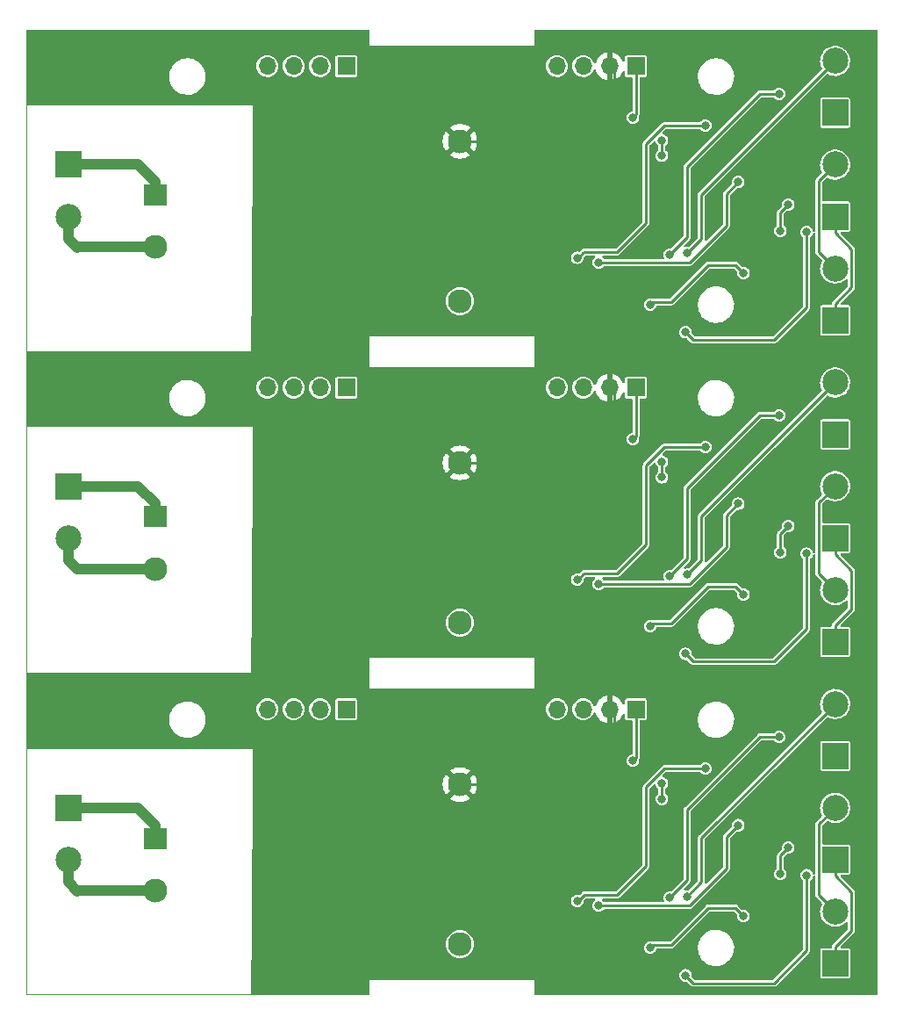
<source format=gbr>
%TF.GenerationSoftware,KiCad,Pcbnew,6.0.11-2627ca5db0~126~ubuntu20.04.1*%
%TF.CreationDate,2024-09-22T20:55:52-05:00*%
%TF.ProjectId,,58585858-5858-4585-9858-585858585858,rev?*%
%TF.SameCoordinates,Original*%
%TF.FileFunction,Copper,L2,Bot*%
%TF.FilePolarity,Positive*%
%FSLAX46Y46*%
G04 Gerber Fmt 4.6, Leading zero omitted, Abs format (unit mm)*
G04 Created by KiCad (PCBNEW 6.0.11-2627ca5db0~126~ubuntu20.04.1) date 2024-09-22 20:55:52*
%MOMM*%
%LPD*%
G01*
G04 APERTURE LIST*
%TA.AperFunction,Profile*%
%ADD10C,0.100000*%
%TD*%
%TA.AperFunction,ComponentPad*%
%ADD11R,2.300000X2.000000*%
%TD*%
%TA.AperFunction,ComponentPad*%
%ADD12C,2.300000*%
%TD*%
%TA.AperFunction,ComponentPad*%
%ADD13R,1.700000X1.700000*%
%TD*%
%TA.AperFunction,ComponentPad*%
%ADD14O,1.700000X1.700000*%
%TD*%
%TA.AperFunction,ComponentPad*%
%ADD15R,2.500000X2.500000*%
%TD*%
%TA.AperFunction,ComponentPad*%
%ADD16C,2.500000*%
%TD*%
%TA.AperFunction,ViaPad*%
%ADD17C,0.800000*%
%TD*%
%TA.AperFunction,Conductor*%
%ADD18C,1.000000*%
%TD*%
%TA.AperFunction,Conductor*%
%ADD19C,0.250000*%
%TD*%
G04 APERTURE END LIST*
D10*
X93196000Y-98957000D02*
X126196000Y-98957000D01*
X77196000Y-129957000D02*
X77196000Y-128457000D01*
X77196000Y-98957000D02*
X77196000Y-100457000D01*
X44196000Y-98957000D02*
X77196000Y-98957000D01*
X93196000Y-129957000D02*
X126196000Y-129957000D01*
X126196000Y-98957000D02*
X126196000Y-129957000D01*
X44196000Y-129957000D02*
X77196000Y-129957000D01*
X44196000Y-98957000D02*
X44196000Y-129957000D01*
X77196000Y-128457000D02*
X93196000Y-128457000D01*
X93196000Y-98957000D02*
X93196000Y-100457000D01*
X93196000Y-129957000D02*
X93196000Y-128457000D01*
X77196000Y-100457000D02*
X93196000Y-100457000D01*
X93196000Y-67957000D02*
X126196000Y-67957000D01*
X77196000Y-98957000D02*
X77196000Y-97457000D01*
X77196000Y-67957000D02*
X77196000Y-69457000D01*
X44196000Y-67957000D02*
X77196000Y-67957000D01*
X93196000Y-98957000D02*
X126196000Y-98957000D01*
X126196000Y-67957000D02*
X126196000Y-98957000D01*
X44196000Y-98957000D02*
X77196000Y-98957000D01*
X44196000Y-67957000D02*
X44196000Y-98957000D01*
X77196000Y-97457000D02*
X93196000Y-97457000D01*
X93196000Y-67957000D02*
X93196000Y-69457000D01*
X93196000Y-98957000D02*
X93196000Y-97457000D01*
X77196000Y-69457000D02*
X93196000Y-69457000D01*
X77196000Y-38457000D02*
X93196000Y-38457000D01*
X93196000Y-67957000D02*
X93196000Y-66457000D01*
X93196000Y-36957000D02*
X93196000Y-38457000D01*
X77196000Y-66457000D02*
X93196000Y-66457000D01*
X44196000Y-36957000D02*
X44196000Y-67957000D01*
X44196000Y-67957000D02*
X77196000Y-67957000D01*
X126196000Y-36957000D02*
X126196000Y-67957000D01*
X93196000Y-67957000D02*
X126196000Y-67957000D01*
X44196000Y-36957000D02*
X77196000Y-36957000D01*
X77196000Y-36957000D02*
X77196000Y-38457000D01*
X77196000Y-67957000D02*
X77196000Y-66457000D01*
X93196000Y-36957000D02*
X126196000Y-36957000D01*
D11*
%TO.P,PS1,1,AC/L*%
%TO.N,Net-(PS1-Pad1)*%
X56591000Y-114908000D03*
D12*
%TO.P,PS1,2,AC/N*%
%TO.N,Net-(PS1-Pad2)*%
X56591000Y-119908000D03*
%TO.P,PS1,3,-Vout*%
%TO.N,GND*%
X85991000Y-109708000D03*
%TO.P,PS1,4,+Vout*%
%TO.N,+5V*%
X85991000Y-125108000D03*
%TD*%
D13*
%TO.P,J6,1,Pin_1*%
%TO.N,Net-(U2-Pad4)*%
X75036000Y-102462000D03*
D14*
%TO.P,J6,2,Pin_2*%
%TO.N,Net-(J6-Pad2)*%
X72496000Y-102462000D03*
%TO.P,J6,3,Pin_3*%
%TO.N,Net-(J6-Pad3)*%
X69956000Y-102462000D03*
%TO.P,J6,4,Pin_4*%
%TO.N,Net-(J6-Pad4)*%
X67416000Y-102462000D03*
%TD*%
D15*
%TO.P,J4,1,Pin_1*%
%TO.N,/RS485_2_A*%
X122196000Y-106957000D03*
D16*
%TO.P,J4,2,Pin_2*%
%TO.N,/RS485_2_B*%
X122196000Y-101957000D03*
%TD*%
D15*
%TO.P,J1,1,Pin_1*%
%TO.N,Net-(PS1-Pad1)*%
X48196000Y-111957000D03*
D16*
%TO.P,J1,2,Pin_2*%
%TO.N,Net-(PS1-Pad2)*%
X48196000Y-116957000D03*
%TD*%
D13*
%TO.P,J5,1,Pin_1*%
%TO.N,+5V*%
X102976000Y-102462000D03*
D14*
%TO.P,J5,2,Pin_2*%
%TO.N,GND*%
X100436000Y-102462000D03*
%TO.P,J5,3,Pin_3*%
%TO.N,Net-(U2-Pad1)*%
X97896000Y-102462000D03*
%TO.P,J5,4,Pin_4*%
%TO.N,Net-(U2-Pad3)*%
X95356000Y-102462000D03*
%TD*%
D15*
%TO.P,J2,1,Pin_1*%
%TO.N,/RS485_1_A*%
X122196000Y-126957000D03*
D16*
%TO.P,J2,2,Pin_2*%
%TO.N,/RS485_1_B*%
X122196000Y-121957000D03*
%TD*%
D15*
%TO.P,J3,1,Pin_1*%
%TO.N,/RS485_1_A*%
X122196000Y-116957000D03*
D16*
%TO.P,J3,2,Pin_2*%
%TO.N,/RS485_1_B*%
X122196000Y-111957000D03*
%TD*%
D11*
%TO.P,PS1,1,AC/L*%
%TO.N,Net-(PS1-Pad1)*%
X56591000Y-83908000D03*
D12*
%TO.P,PS1,2,AC/N*%
%TO.N,Net-(PS1-Pad2)*%
X56591000Y-88908000D03*
%TO.P,PS1,3,-Vout*%
%TO.N,GND*%
X85991000Y-78708000D03*
%TO.P,PS1,4,+Vout*%
%TO.N,+5V*%
X85991000Y-94108000D03*
%TD*%
D13*
%TO.P,J6,1,Pin_1*%
%TO.N,Net-(U2-Pad4)*%
X75036000Y-71462000D03*
D14*
%TO.P,J6,2,Pin_2*%
%TO.N,Net-(J6-Pad2)*%
X72496000Y-71462000D03*
%TO.P,J6,3,Pin_3*%
%TO.N,Net-(J6-Pad3)*%
X69956000Y-71462000D03*
%TO.P,J6,4,Pin_4*%
%TO.N,Net-(J6-Pad4)*%
X67416000Y-71462000D03*
%TD*%
D15*
%TO.P,J4,1,Pin_1*%
%TO.N,/RS485_2_A*%
X122196000Y-75957000D03*
D16*
%TO.P,J4,2,Pin_2*%
%TO.N,/RS485_2_B*%
X122196000Y-70957000D03*
%TD*%
D15*
%TO.P,J1,1,Pin_1*%
%TO.N,Net-(PS1-Pad1)*%
X48196000Y-80957000D03*
D16*
%TO.P,J1,2,Pin_2*%
%TO.N,Net-(PS1-Pad2)*%
X48196000Y-85957000D03*
%TD*%
D13*
%TO.P,J5,1,Pin_1*%
%TO.N,+5V*%
X102976000Y-71462000D03*
D14*
%TO.P,J5,2,Pin_2*%
%TO.N,GND*%
X100436000Y-71462000D03*
%TO.P,J5,3,Pin_3*%
%TO.N,Net-(U2-Pad1)*%
X97896000Y-71462000D03*
%TO.P,J5,4,Pin_4*%
%TO.N,Net-(U2-Pad3)*%
X95356000Y-71462000D03*
%TD*%
D15*
%TO.P,J2,1,Pin_1*%
%TO.N,/RS485_1_A*%
X122196000Y-95957000D03*
D16*
%TO.P,J2,2,Pin_2*%
%TO.N,/RS485_1_B*%
X122196000Y-90957000D03*
%TD*%
D15*
%TO.P,J3,1,Pin_1*%
%TO.N,/RS485_1_A*%
X122196000Y-85957000D03*
D16*
%TO.P,J3,2,Pin_2*%
%TO.N,/RS485_1_B*%
X122196000Y-80957000D03*
%TD*%
D15*
%TO.P,J3,1,Pin_1*%
%TO.N,/RS485_1_A*%
X122196000Y-54957000D03*
D16*
%TO.P,J3,2,Pin_2*%
%TO.N,/RS485_1_B*%
X122196000Y-49957000D03*
%TD*%
D15*
%TO.P,J2,1,Pin_1*%
%TO.N,/RS485_1_A*%
X122196000Y-64957000D03*
D16*
%TO.P,J2,2,Pin_2*%
%TO.N,/RS485_1_B*%
X122196000Y-59957000D03*
%TD*%
D13*
%TO.P,J5,1,Pin_1*%
%TO.N,+5V*%
X102976000Y-40462000D03*
D14*
%TO.P,J5,2,Pin_2*%
%TO.N,GND*%
X100436000Y-40462000D03*
%TO.P,J5,3,Pin_3*%
%TO.N,Net-(U2-Pad1)*%
X97896000Y-40462000D03*
%TO.P,J5,4,Pin_4*%
%TO.N,Net-(U2-Pad3)*%
X95356000Y-40462000D03*
%TD*%
D15*
%TO.P,J1,1,Pin_1*%
%TO.N,Net-(PS1-Pad1)*%
X48196000Y-49957000D03*
D16*
%TO.P,J1,2,Pin_2*%
%TO.N,Net-(PS1-Pad2)*%
X48196000Y-54957000D03*
%TD*%
D15*
%TO.P,J4,1,Pin_1*%
%TO.N,/RS485_2_A*%
X122196000Y-44957000D03*
D16*
%TO.P,J4,2,Pin_2*%
%TO.N,/RS485_2_B*%
X122196000Y-39957000D03*
%TD*%
D11*
%TO.P,PS1,1,AC/L*%
%TO.N,Net-(PS1-Pad1)*%
X56591000Y-52908000D03*
D12*
%TO.P,PS1,2,AC/N*%
%TO.N,Net-(PS1-Pad2)*%
X56591000Y-57908000D03*
%TO.P,PS1,3,-Vout*%
%TO.N,GND*%
X85991000Y-47708000D03*
%TO.P,PS1,4,+Vout*%
%TO.N,+5V*%
X85991000Y-63108000D03*
%TD*%
D13*
%TO.P,J6,1,Pin_1*%
%TO.N,Net-(U2-Pad4)*%
X75036000Y-40462000D03*
D14*
%TO.P,J6,2,Pin_2*%
%TO.N,Net-(J6-Pad2)*%
X72496000Y-40462000D03*
%TO.P,J6,3,Pin_3*%
%TO.N,Net-(J6-Pad3)*%
X69956000Y-40462000D03*
%TO.P,J6,4,Pin_4*%
%TO.N,Net-(J6-Pad4)*%
X67416000Y-40462000D03*
%TD*%
D17*
%TO.N,Net-(R6-Pad2)*%
X112852000Y-113638000D03*
X99390000Y-121385000D03*
%TO.N,Net-(R5-Pad1)*%
X97303354Y-120940244D03*
X109677000Y-108177000D03*
%TO.N,Net-(R4-Pad1)*%
X116789000Y-105129000D03*
X106248000Y-120630100D03*
%TO.N,Net-(R1-Pad1)*%
X119456000Y-118464000D03*
X107772000Y-128116000D03*
%TO.N,/RS485_2_B*%
X107899000Y-120496000D03*
X105486000Y-111098000D03*
X105486000Y-109611500D03*
%TO.N,/RS485_1_B*%
X113360000Y-122401000D03*
X104343000Y-125449000D03*
%TO.N,/RS485_1_A*%
X117678000Y-115797000D03*
X116916000Y-118337000D03*
%TO.N,+5V*%
X102692000Y-107415000D03*
%TO.N,GND*%
X100781500Y-112533900D03*
X102211500Y-117674300D03*
%TO.N,Net-(R6-Pad2)*%
X112852000Y-82638000D03*
X99390000Y-90385000D03*
%TO.N,Net-(R5-Pad1)*%
X97303354Y-89940244D03*
X109677000Y-77177000D03*
%TO.N,Net-(R4-Pad1)*%
X116789000Y-74129000D03*
X106248000Y-89630100D03*
%TO.N,Net-(R1-Pad1)*%
X119456000Y-87464000D03*
X107772000Y-97116000D03*
%TO.N,/RS485_2_B*%
X107899000Y-89496000D03*
X105486000Y-80098000D03*
X105486000Y-78611500D03*
%TO.N,/RS485_1_B*%
X113360000Y-91401000D03*
X104343000Y-94449000D03*
%TO.N,/RS485_1_A*%
X117678000Y-84797000D03*
X116916000Y-87337000D03*
%TO.N,+5V*%
X102692000Y-76415000D03*
%TO.N,GND*%
X100781500Y-81533900D03*
X102211500Y-86674300D03*
X102211500Y-55674300D03*
X100781500Y-50533900D03*
%TO.N,/RS485_1_A*%
X116916000Y-56337000D03*
X117678000Y-53797000D03*
%TO.N,/RS485_1_B*%
X104343000Y-63449000D03*
X113360000Y-60401000D03*
%TO.N,/RS485_2_B*%
X105486000Y-47611500D03*
X105486000Y-49098000D03*
X107899000Y-58496000D03*
%TO.N,+5V*%
X102692000Y-45415000D03*
%TO.N,Net-(R1-Pad1)*%
X107772000Y-66116000D03*
X119456000Y-56464000D03*
%TO.N,Net-(R4-Pad1)*%
X106248000Y-58630100D03*
X116789000Y-43129000D03*
%TO.N,Net-(R5-Pad1)*%
X109677000Y-46177000D03*
X97303354Y-58940244D03*
%TO.N,Net-(R6-Pad2)*%
X99390000Y-59385000D03*
X112852000Y-51638000D03*
%TD*%
D18*
%TO.N,Net-(PS1-Pad2)*%
X49098000Y-119988000D02*
X49178000Y-119908000D01*
X48196000Y-119086000D02*
X49098000Y-119988000D01*
X48196000Y-116957000D02*
X48196000Y-119086000D01*
X49178000Y-119908000D02*
X56591000Y-119908000D01*
%TO.N,Net-(PS1-Pad1)*%
X54910000Y-111957000D02*
X56591000Y-113638000D01*
X48196000Y-111957000D02*
X54910000Y-111957000D01*
X56591000Y-113638000D02*
X56591000Y-114908000D01*
D19*
%TO.N,Net-(R6-Pad2)*%
X111709000Y-114781000D02*
X111709000Y-117829000D01*
X108153000Y-121385000D02*
X99390000Y-121385000D01*
X112852000Y-113638000D02*
X111709000Y-114781000D01*
X111709000Y-117829000D02*
X108153000Y-121385000D01*
%TO.N,Net-(R5-Pad1)*%
X101168000Y-120369000D02*
X103962000Y-117575000D01*
X105740000Y-108177000D02*
X109677000Y-108177000D01*
X97421756Y-120940244D02*
X97866000Y-120496000D01*
X103962000Y-109955000D02*
X105740000Y-108177000D01*
X103962000Y-117575000D02*
X103962000Y-111352000D01*
X97993000Y-120369000D02*
X101168000Y-120369000D01*
X97303354Y-120940244D02*
X97421756Y-120940244D01*
X97866000Y-120496000D02*
X97993000Y-120369000D01*
X103962000Y-111352000D02*
X103962000Y-109955000D01*
%TO.N,Net-(R4-Pad1)*%
X114937200Y-105129000D02*
X107922200Y-112144000D01*
X116789000Y-105129000D02*
X114937200Y-105129000D01*
X107922200Y-118955900D02*
X106248000Y-120630100D01*
X107922200Y-112144000D02*
X107922200Y-118955900D01*
%TO.N,Net-(R1-Pad1)*%
X116281000Y-128878000D02*
X119456000Y-125703000D01*
X107772000Y-128116000D02*
X108534000Y-128878000D01*
X108534000Y-128878000D02*
X116281000Y-128878000D01*
X119456000Y-125703000D02*
X119456000Y-118464000D01*
%TO.N,/RS485_2_B*%
X109278500Y-114874500D02*
X122196000Y-101957000D01*
X107899000Y-120496000D02*
X109278500Y-119116500D01*
X105486000Y-111098000D02*
X105486000Y-109611500D01*
X109278500Y-119116500D02*
X109278500Y-114874500D01*
%TO.N,/RS485_1_B*%
X104597000Y-125195000D02*
X106375000Y-125195000D01*
X109931000Y-121639000D02*
X112598000Y-121639000D01*
X112598000Y-121639000D02*
X113360000Y-122401000D01*
X120620600Y-120381600D02*
X122196000Y-121957000D01*
X104343000Y-125449000D02*
X104597000Y-125195000D01*
X106375000Y-125195000D02*
X109931000Y-121639000D01*
X122196000Y-111957000D02*
X120620600Y-113532400D01*
X120620600Y-113532400D02*
X120620600Y-120381600D01*
%TO.N,/RS485_1_A*%
X116916000Y-116559000D02*
X117678000Y-115797000D01*
X122196000Y-125381700D02*
X123771300Y-123806400D01*
X116916000Y-118337000D02*
X116916000Y-116559000D01*
X122196000Y-126957000D02*
X122196000Y-125381700D01*
X122196000Y-116957000D02*
X122196000Y-118532300D01*
X123771300Y-120107600D02*
X122196000Y-118532300D01*
X123771300Y-123806400D02*
X123771300Y-120107600D01*
%TO.N,+5V*%
X102976000Y-107131000D02*
X102976000Y-102462000D01*
X102692000Y-107415000D02*
X102976000Y-107131000D01*
%TO.N,GND*%
X97955600Y-109708000D02*
X100914000Y-106749600D01*
X102211500Y-117674300D02*
X100781500Y-116244300D01*
X100914000Y-102940000D02*
X100436000Y-102462000D01*
X100914000Y-106749600D02*
X100914000Y-102940000D01*
X85991000Y-109708000D02*
X97955600Y-109708000D01*
X97955600Y-109708000D02*
X100781500Y-112533900D01*
X100781500Y-116244300D02*
X100781500Y-112533900D01*
D18*
%TO.N,Net-(PS1-Pad2)*%
X49098000Y-88988000D02*
X49178000Y-88908000D01*
X48196000Y-88086000D02*
X49098000Y-88988000D01*
X48196000Y-85957000D02*
X48196000Y-88086000D01*
X49178000Y-88908000D02*
X56591000Y-88908000D01*
%TO.N,Net-(PS1-Pad1)*%
X54910000Y-80957000D02*
X56591000Y-82638000D01*
X48196000Y-80957000D02*
X54910000Y-80957000D01*
X56591000Y-82638000D02*
X56591000Y-83908000D01*
D19*
%TO.N,Net-(R6-Pad2)*%
X111709000Y-83781000D02*
X111709000Y-86829000D01*
X108153000Y-90385000D02*
X99390000Y-90385000D01*
X112852000Y-82638000D02*
X111709000Y-83781000D01*
X111709000Y-86829000D02*
X108153000Y-90385000D01*
%TO.N,Net-(R5-Pad1)*%
X101168000Y-89369000D02*
X103962000Y-86575000D01*
X105740000Y-77177000D02*
X109677000Y-77177000D01*
X97421756Y-89940244D02*
X97866000Y-89496000D01*
X103962000Y-78955000D02*
X105740000Y-77177000D01*
X103962000Y-86575000D02*
X103962000Y-80352000D01*
X97993000Y-89369000D02*
X101168000Y-89369000D01*
X97303354Y-89940244D02*
X97421756Y-89940244D01*
X97866000Y-89496000D02*
X97993000Y-89369000D01*
X103962000Y-80352000D02*
X103962000Y-78955000D01*
%TO.N,Net-(R4-Pad1)*%
X114937200Y-74129000D02*
X107922200Y-81144000D01*
X116789000Y-74129000D02*
X114937200Y-74129000D01*
X107922200Y-87955900D02*
X106248000Y-89630100D01*
X107922200Y-81144000D02*
X107922200Y-87955900D01*
%TO.N,Net-(R1-Pad1)*%
X116281000Y-97878000D02*
X119456000Y-94703000D01*
X107772000Y-97116000D02*
X108534000Y-97878000D01*
X108534000Y-97878000D02*
X116281000Y-97878000D01*
X119456000Y-94703000D02*
X119456000Y-87464000D01*
%TO.N,/RS485_2_B*%
X109278500Y-83874500D02*
X122196000Y-70957000D01*
X107899000Y-89496000D02*
X109278500Y-88116500D01*
X105486000Y-80098000D02*
X105486000Y-78611500D01*
X109278500Y-88116500D02*
X109278500Y-83874500D01*
%TO.N,/RS485_1_B*%
X104597000Y-94195000D02*
X106375000Y-94195000D01*
X109931000Y-90639000D02*
X112598000Y-90639000D01*
X112598000Y-90639000D02*
X113360000Y-91401000D01*
X120620600Y-89381600D02*
X122196000Y-90957000D01*
X104343000Y-94449000D02*
X104597000Y-94195000D01*
X106375000Y-94195000D02*
X109931000Y-90639000D01*
X122196000Y-80957000D02*
X120620600Y-82532400D01*
X120620600Y-82532400D02*
X120620600Y-89381600D01*
%TO.N,/RS485_1_A*%
X116916000Y-85559000D02*
X117678000Y-84797000D01*
X122196000Y-94381700D02*
X123771300Y-92806400D01*
X116916000Y-87337000D02*
X116916000Y-85559000D01*
X122196000Y-95957000D02*
X122196000Y-94381700D01*
X122196000Y-85957000D02*
X122196000Y-87532300D01*
X123771300Y-89107600D02*
X122196000Y-87532300D01*
X123771300Y-92806400D02*
X123771300Y-89107600D01*
%TO.N,+5V*%
X102976000Y-76131000D02*
X102976000Y-71462000D01*
X102692000Y-76415000D02*
X102976000Y-76131000D01*
%TO.N,GND*%
X97955600Y-78708000D02*
X100914000Y-75749600D01*
X102211500Y-86674300D02*
X100781500Y-85244300D01*
X100914000Y-71940000D02*
X100436000Y-71462000D01*
X100914000Y-75749600D02*
X100914000Y-71940000D01*
X85991000Y-78708000D02*
X97955600Y-78708000D01*
X97955600Y-78708000D02*
X100781500Y-81533900D01*
X100781500Y-85244300D02*
X100781500Y-81533900D01*
X100781500Y-54244300D02*
X100781500Y-50533900D01*
X97955600Y-47708000D02*
X100781500Y-50533900D01*
X85991000Y-47708000D02*
X97955600Y-47708000D01*
X100914000Y-44749600D02*
X100914000Y-40940000D01*
X100914000Y-40940000D02*
X100436000Y-40462000D01*
X102211500Y-55674300D02*
X100781500Y-54244300D01*
X97955600Y-47708000D02*
X100914000Y-44749600D01*
%TO.N,/RS485_1_A*%
X123771300Y-61806400D02*
X123771300Y-58107600D01*
X123771300Y-58107600D02*
X122196000Y-56532300D01*
X122196000Y-54957000D02*
X122196000Y-56532300D01*
X122196000Y-64957000D02*
X122196000Y-63381700D01*
X116916000Y-56337000D02*
X116916000Y-54559000D01*
X122196000Y-63381700D02*
X123771300Y-61806400D01*
X116916000Y-54559000D02*
X117678000Y-53797000D01*
%TO.N,/RS485_1_B*%
X120620600Y-51532400D02*
X120620600Y-58381600D01*
X122196000Y-49957000D02*
X120620600Y-51532400D01*
X106375000Y-63195000D02*
X109931000Y-59639000D01*
X104343000Y-63449000D02*
X104597000Y-63195000D01*
X120620600Y-58381600D02*
X122196000Y-59957000D01*
X112598000Y-59639000D02*
X113360000Y-60401000D01*
X109931000Y-59639000D02*
X112598000Y-59639000D01*
X104597000Y-63195000D02*
X106375000Y-63195000D01*
%TO.N,/RS485_2_B*%
X109278500Y-57116500D02*
X109278500Y-52874500D01*
X105486000Y-49098000D02*
X105486000Y-47611500D01*
X107899000Y-58496000D02*
X109278500Y-57116500D01*
X109278500Y-52874500D02*
X122196000Y-39957000D01*
%TO.N,+5V*%
X102692000Y-45415000D02*
X102976000Y-45131000D01*
X102976000Y-45131000D02*
X102976000Y-40462000D01*
%TO.N,Net-(R1-Pad1)*%
X119456000Y-63703000D02*
X119456000Y-56464000D01*
X108534000Y-66878000D02*
X116281000Y-66878000D01*
X107772000Y-66116000D02*
X108534000Y-66878000D01*
X116281000Y-66878000D02*
X119456000Y-63703000D01*
%TO.N,Net-(R4-Pad1)*%
X107922200Y-50144000D02*
X107922200Y-56955900D01*
X107922200Y-56955900D02*
X106248000Y-58630100D01*
X116789000Y-43129000D02*
X114937200Y-43129000D01*
X114937200Y-43129000D02*
X107922200Y-50144000D01*
%TO.N,Net-(R5-Pad1)*%
X103962000Y-49352000D02*
X103962000Y-47955000D01*
X97866000Y-58496000D02*
X97993000Y-58369000D01*
X97303354Y-58940244D02*
X97421756Y-58940244D01*
X97993000Y-58369000D02*
X101168000Y-58369000D01*
X103962000Y-55575000D02*
X103962000Y-49352000D01*
X103962000Y-47955000D02*
X105740000Y-46177000D01*
X97421756Y-58940244D02*
X97866000Y-58496000D01*
X105740000Y-46177000D02*
X109677000Y-46177000D01*
X101168000Y-58369000D02*
X103962000Y-55575000D01*
%TO.N,Net-(R6-Pad2)*%
X111709000Y-55829000D02*
X108153000Y-59385000D01*
X112852000Y-51638000D02*
X111709000Y-52781000D01*
X108153000Y-59385000D02*
X99390000Y-59385000D01*
X111709000Y-52781000D02*
X111709000Y-55829000D01*
D18*
%TO.N,Net-(PS1-Pad1)*%
X56591000Y-51638000D02*
X56591000Y-52908000D01*
X48196000Y-49957000D02*
X54910000Y-49957000D01*
X54910000Y-49957000D02*
X56591000Y-51638000D01*
%TO.N,Net-(PS1-Pad2)*%
X49178000Y-57908000D02*
X56591000Y-57908000D01*
X48196000Y-54957000D02*
X48196000Y-57086000D01*
X48196000Y-57086000D02*
X49098000Y-57988000D01*
X49098000Y-57988000D02*
X49178000Y-57908000D01*
%TD*%
%TA.AperFunction,Conductor*%
%TO.N,GND*%
G36*
X77137121Y-36978002D02*
G01*
X77183614Y-37031658D01*
X77195000Y-37084000D01*
X77195000Y-38456802D01*
X77194918Y-38457000D01*
X77195000Y-38457198D01*
X77195235Y-38457765D01*
X77196000Y-38458082D01*
X77196198Y-38458000D01*
X93195802Y-38458000D01*
X93196000Y-38458082D01*
X93196765Y-38457765D01*
X93197000Y-38457198D01*
X93197082Y-38457000D01*
X93197000Y-38456802D01*
X93197000Y-37084000D01*
X93217002Y-37015879D01*
X93270658Y-36969386D01*
X93323000Y-36958000D01*
X126069000Y-36958000D01*
X126137121Y-36978002D01*
X126183614Y-37031658D01*
X126195000Y-37084000D01*
X126195000Y-67830000D01*
X126174998Y-67898121D01*
X126121342Y-67944614D01*
X126069000Y-67956000D01*
X93323000Y-67956000D01*
X93254879Y-67935998D01*
X93208386Y-67882342D01*
X93197000Y-67830000D01*
X93197000Y-66457198D01*
X93197082Y-66457000D01*
X93196765Y-66456235D01*
X93196198Y-66456000D01*
X93196000Y-66455918D01*
X93195802Y-66456000D01*
X77196198Y-66456000D01*
X77196000Y-66455918D01*
X77195802Y-66456000D01*
X77195235Y-66456235D01*
X77194918Y-66457000D01*
X77195000Y-66457198D01*
X77195000Y-67830000D01*
X77174998Y-67898121D01*
X77121342Y-67944614D01*
X77069000Y-67956000D01*
X65991661Y-67956000D01*
X65923540Y-67935998D01*
X65877047Y-67882342D01*
X65865663Y-67829340D01*
X65868971Y-67197509D01*
X65874633Y-66116000D01*
X107166318Y-66116000D01*
X107186956Y-66272762D01*
X107247464Y-66418841D01*
X107343718Y-66544282D01*
X107469159Y-66640536D01*
X107615238Y-66701044D01*
X107772000Y-66721682D01*
X107838843Y-66712882D01*
X107908990Y-66723821D01*
X107944383Y-66748709D01*
X108289889Y-67094215D01*
X108297315Y-67102318D01*
X108321545Y-67131194D01*
X108331094Y-67136707D01*
X108354185Y-67150039D01*
X108363456Y-67155945D01*
X108394316Y-67177554D01*
X108404966Y-67180408D01*
X108408134Y-67181885D01*
X108411410Y-67183077D01*
X108420955Y-67188588D01*
X108454699Y-67194538D01*
X108458058Y-67195130D01*
X108468785Y-67197508D01*
X108505193Y-67207264D01*
X108516169Y-67206304D01*
X108516172Y-67206304D01*
X108542743Y-67203979D01*
X108553724Y-67203500D01*
X116261290Y-67203500D01*
X116272272Y-67203980D01*
X116298820Y-67206303D01*
X116298822Y-67206303D01*
X116309807Y-67207264D01*
X116346215Y-67197508D01*
X116356942Y-67195130D01*
X116360301Y-67194538D01*
X116394045Y-67188588D01*
X116403590Y-67183077D01*
X116406866Y-67181885D01*
X116410034Y-67180408D01*
X116420684Y-67177554D01*
X116451544Y-67155945D01*
X116460815Y-67150039D01*
X116483906Y-67136707D01*
X116493455Y-67131194D01*
X116517685Y-67102317D01*
X116525111Y-67094215D01*
X119672215Y-63947111D01*
X119680319Y-63939684D01*
X119700749Y-63922541D01*
X119709194Y-63915455D01*
X119714707Y-63905906D01*
X119728039Y-63882815D01*
X119733945Y-63873544D01*
X119749230Y-63851715D01*
X119755554Y-63842684D01*
X119758408Y-63832034D01*
X119759885Y-63828866D01*
X119761077Y-63825590D01*
X119766588Y-63816045D01*
X119773130Y-63778942D01*
X119775509Y-63768210D01*
X119778140Y-63758392D01*
X119785264Y-63731807D01*
X119781980Y-63694272D01*
X119781500Y-63683290D01*
X119781500Y-57033286D01*
X119801502Y-56965165D01*
X119830796Y-56933323D01*
X119877736Y-56897305D01*
X119884282Y-56892282D01*
X119980536Y-56766841D01*
X120041044Y-56620762D01*
X120044178Y-56596957D01*
X120072900Y-56532029D01*
X120132166Y-56492938D01*
X120203157Y-56492093D01*
X120263336Y-56529763D01*
X120293595Y-56593989D01*
X120295100Y-56613403D01*
X120295100Y-58361890D01*
X120294620Y-58372872D01*
X120291336Y-58410407D01*
X120294190Y-58421056D01*
X120301091Y-58446810D01*
X120303470Y-58457542D01*
X120310012Y-58494645D01*
X120315522Y-58504188D01*
X120316715Y-58507466D01*
X120318192Y-58510634D01*
X120321046Y-58521284D01*
X120327370Y-58530315D01*
X120342655Y-58552144D01*
X120348561Y-58561415D01*
X120361893Y-58584506D01*
X120367406Y-58594055D01*
X120396282Y-58618285D01*
X120404385Y-58625711D01*
X120895559Y-59116885D01*
X120929585Y-59179197D01*
X120924520Y-59250012D01*
X120920751Y-59259031D01*
X120832232Y-59449727D01*
X120832228Y-59449739D01*
X120830051Y-59454428D01*
X120766309Y-59684272D01*
X120765760Y-59689409D01*
X120745770Y-59876464D01*
X120740963Y-59921440D01*
X120741260Y-59926592D01*
X120741260Y-59926596D01*
X120754396Y-60154403D01*
X120754397Y-60154409D01*
X120754694Y-60159562D01*
X120807131Y-60392245D01*
X120809075Y-60397032D01*
X120809076Y-60397036D01*
X120871015Y-60549574D01*
X120896867Y-60613239D01*
X121021493Y-60816609D01*
X121177660Y-60996894D01*
X121361176Y-61149252D01*
X121567112Y-61269591D01*
X121789937Y-61354680D01*
X121795005Y-61355711D01*
X121795008Y-61355712D01*
X121910267Y-61379162D01*
X122023666Y-61402233D01*
X122028839Y-61402423D01*
X122028842Y-61402423D01*
X122256861Y-61410784D01*
X122256865Y-61410784D01*
X122262025Y-61410973D01*
X122267146Y-61410317D01*
X122493489Y-61381321D01*
X122493490Y-61381321D01*
X122498609Y-61380665D01*
X122727068Y-61312125D01*
X122941264Y-61207191D01*
X123022492Y-61149252D01*
X123131242Y-61071681D01*
X123135445Y-61068683D01*
X123139104Y-61065037D01*
X123230860Y-60973601D01*
X123293232Y-60939685D01*
X123364039Y-60944873D01*
X123420800Y-60987519D01*
X123445494Y-61054083D01*
X123445800Y-61062852D01*
X123445800Y-61619384D01*
X123425798Y-61687505D01*
X123408895Y-61708479D01*
X121979785Y-63137589D01*
X121971681Y-63145016D01*
X121942806Y-63169245D01*
X121937293Y-63178794D01*
X121923961Y-63201885D01*
X121918055Y-63211156D01*
X121896446Y-63242016D01*
X121893592Y-63252666D01*
X121892115Y-63255834D01*
X121890923Y-63259110D01*
X121885412Y-63268655D01*
X121881401Y-63291405D01*
X121878870Y-63305758D01*
X121876492Y-63316485D01*
X121866736Y-63352893D01*
X121868191Y-63369517D01*
X121854204Y-63439120D01*
X121804807Y-63490114D01*
X121742671Y-63506500D01*
X120926252Y-63506500D01*
X120920184Y-63507707D01*
X120879939Y-63515712D01*
X120879938Y-63515712D01*
X120867769Y-63518133D01*
X120801448Y-63562448D01*
X120757133Y-63628769D01*
X120745500Y-63687252D01*
X120745500Y-66226748D01*
X120757133Y-66285231D01*
X120801448Y-66351552D01*
X120867769Y-66395867D01*
X120879938Y-66398288D01*
X120879939Y-66398288D01*
X120920184Y-66406293D01*
X120926252Y-66407500D01*
X123465748Y-66407500D01*
X123471816Y-66406293D01*
X123512061Y-66398288D01*
X123512062Y-66398288D01*
X123524231Y-66395867D01*
X123590552Y-66351552D01*
X123634867Y-66285231D01*
X123646500Y-66226748D01*
X123646500Y-63687252D01*
X123634867Y-63628769D01*
X123590552Y-63562448D01*
X123524231Y-63518133D01*
X123512062Y-63515712D01*
X123512061Y-63515712D01*
X123471816Y-63507707D01*
X123465748Y-63506500D01*
X122835716Y-63506500D01*
X122767595Y-63486498D01*
X122721102Y-63432842D01*
X122710998Y-63362568D01*
X122740492Y-63297988D01*
X122746621Y-63291405D01*
X123987515Y-62050511D01*
X123995619Y-62043084D01*
X124010157Y-62030885D01*
X124024494Y-62018855D01*
X124034398Y-62001701D01*
X124043339Y-61986215D01*
X124049245Y-61976944D01*
X124064530Y-61955115D01*
X124070854Y-61946084D01*
X124073708Y-61935434D01*
X124075185Y-61932266D01*
X124076377Y-61928990D01*
X124081888Y-61919445D01*
X124088430Y-61882342D01*
X124090809Y-61871610D01*
X124090999Y-61870902D01*
X124100564Y-61835207D01*
X124097279Y-61797657D01*
X124096800Y-61786676D01*
X124096800Y-58127310D01*
X124097280Y-58116328D01*
X124099603Y-58089780D01*
X124099603Y-58089778D01*
X124100564Y-58078793D01*
X124090808Y-58042385D01*
X124088430Y-58031658D01*
X124087153Y-58024418D01*
X124081888Y-57994555D01*
X124076377Y-57985010D01*
X124075185Y-57981734D01*
X124073708Y-57978566D01*
X124070854Y-57967916D01*
X124049245Y-57937056D01*
X124043339Y-57927785D01*
X124030007Y-57904694D01*
X124024494Y-57895145D01*
X123995617Y-57870915D01*
X123987515Y-57863489D01*
X122746621Y-56622595D01*
X122712595Y-56560283D01*
X122717660Y-56489468D01*
X122760207Y-56432632D01*
X122826727Y-56407821D01*
X122835716Y-56407500D01*
X123465748Y-56407500D01*
X123471816Y-56406293D01*
X123512061Y-56398288D01*
X123512062Y-56398288D01*
X123524231Y-56395867D01*
X123590552Y-56351552D01*
X123634867Y-56285231D01*
X123646500Y-56226748D01*
X123646500Y-53687252D01*
X123634867Y-53628769D01*
X123590552Y-53562448D01*
X123524231Y-53518133D01*
X123512062Y-53515712D01*
X123512061Y-53515712D01*
X123471816Y-53507707D01*
X123465748Y-53506500D01*
X121072100Y-53506500D01*
X121003979Y-53486498D01*
X120957486Y-53432842D01*
X120946100Y-53380500D01*
X120946100Y-51719416D01*
X120966102Y-51651295D01*
X120983005Y-51630321D01*
X121357386Y-51255940D01*
X121419698Y-51221914D01*
X121490513Y-51226979D01*
X121510041Y-51236242D01*
X121567112Y-51269591D01*
X121789937Y-51354680D01*
X121795005Y-51355711D01*
X121795008Y-51355712D01*
X121910267Y-51379162D01*
X122023666Y-51402233D01*
X122028839Y-51402423D01*
X122028842Y-51402423D01*
X122256861Y-51410784D01*
X122256865Y-51410784D01*
X122262025Y-51410973D01*
X122267146Y-51410317D01*
X122493489Y-51381321D01*
X122493490Y-51381321D01*
X122498609Y-51380665D01*
X122727068Y-51312125D01*
X122941264Y-51207191D01*
X123135445Y-51068683D01*
X123170856Y-51033396D01*
X123300736Y-50903968D01*
X123304397Y-50900320D01*
X123443582Y-50706623D01*
X123475648Y-50641744D01*
X123546969Y-50497437D01*
X123546970Y-50497435D01*
X123549263Y-50492795D01*
X123618600Y-50264577D01*
X123621583Y-50241921D01*
X123649296Y-50031421D01*
X123649297Y-50031414D01*
X123649733Y-50028099D01*
X123651179Y-49968946D01*
X123651389Y-49960364D01*
X123651389Y-49960360D01*
X123651471Y-49957000D01*
X123643755Y-49863143D01*
X123632351Y-49724435D01*
X123632350Y-49724429D01*
X123631927Y-49719284D01*
X123602874Y-49603618D01*
X123575080Y-49492963D01*
X123575079Y-49492959D01*
X123573821Y-49487952D01*
X123561415Y-49459420D01*
X123480772Y-49273953D01*
X123480770Y-49273950D01*
X123478712Y-49269216D01*
X123349155Y-49068951D01*
X123338040Y-49056735D01*
X123192107Y-48896358D01*
X123192105Y-48896357D01*
X123188629Y-48892536D01*
X123184578Y-48889337D01*
X123184574Y-48889333D01*
X123005500Y-48747909D01*
X123005496Y-48747907D01*
X123001445Y-48744707D01*
X122962125Y-48723001D01*
X122865602Y-48669718D01*
X122792631Y-48629436D01*
X122787762Y-48627712D01*
X122787758Y-48627710D01*
X122572663Y-48551541D01*
X122572661Y-48551540D01*
X122567794Y-48549817D01*
X122449325Y-48528714D01*
X122338060Y-48508894D01*
X122338056Y-48508894D01*
X122332972Y-48507988D01*
X122249140Y-48506964D01*
X122099640Y-48505137D01*
X122099638Y-48505137D01*
X122094471Y-48505074D01*
X121858698Y-48541153D01*
X121631982Y-48615255D01*
X121627394Y-48617643D01*
X121627390Y-48617645D01*
X121425003Y-48723001D01*
X121420414Y-48725390D01*
X121416281Y-48728493D01*
X121416278Y-48728495D01*
X121336216Y-48788608D01*
X121229675Y-48868602D01*
X121064887Y-49041042D01*
X121061973Y-49045314D01*
X121061972Y-49045315D01*
X121048459Y-49065125D01*
X120930475Y-49238082D01*
X120830051Y-49454428D01*
X120766309Y-49684272D01*
X120765760Y-49689409D01*
X120742850Y-49903786D01*
X120740963Y-49921440D01*
X120741260Y-49926592D01*
X120741260Y-49926596D01*
X120754396Y-50154403D01*
X120754397Y-50154409D01*
X120754694Y-50159562D01*
X120755831Y-50164606D01*
X120793333Y-50331016D01*
X120807131Y-50392245D01*
X120809075Y-50397032D01*
X120809076Y-50397036D01*
X120847960Y-50492795D01*
X120896867Y-50613239D01*
X120914337Y-50641747D01*
X120932875Y-50710277D01*
X120911419Y-50777954D01*
X120895999Y-50796675D01*
X120404385Y-51288289D01*
X120396281Y-51295716D01*
X120367406Y-51319945D01*
X120361893Y-51329494D01*
X120348561Y-51352585D01*
X120342655Y-51361856D01*
X120321046Y-51392716D01*
X120318192Y-51403366D01*
X120316715Y-51406534D01*
X120315523Y-51409810D01*
X120310012Y-51419355D01*
X120304062Y-51453099D01*
X120303470Y-51456458D01*
X120301092Y-51467185D01*
X120291336Y-51503593D01*
X120292297Y-51514578D01*
X120292297Y-51514580D01*
X120294620Y-51541128D01*
X120295100Y-51552110D01*
X120295100Y-56314597D01*
X120275098Y-56382718D01*
X120221442Y-56429211D01*
X120151168Y-56439315D01*
X120086588Y-56409821D01*
X120048204Y-56350095D01*
X120044178Y-56331043D01*
X120042122Y-56315426D01*
X120041044Y-56307238D01*
X119980536Y-56161159D01*
X119884282Y-56035718D01*
X119758841Y-55939464D01*
X119612762Y-55878956D01*
X119456000Y-55858318D01*
X119299238Y-55878956D01*
X119153159Y-55939464D01*
X119027718Y-56035718D01*
X118931464Y-56161159D01*
X118870956Y-56307238D01*
X118850318Y-56464000D01*
X118870956Y-56620762D01*
X118931464Y-56766841D01*
X119027718Y-56892282D01*
X119034264Y-56897305D01*
X119081204Y-56933323D01*
X119123071Y-56990661D01*
X119130500Y-57033286D01*
X119130500Y-63515984D01*
X119110498Y-63584105D01*
X119093595Y-63605079D01*
X116183079Y-66515595D01*
X116120767Y-66549621D01*
X116093984Y-66552500D01*
X108721016Y-66552500D01*
X108652895Y-66532498D01*
X108631921Y-66515595D01*
X108404709Y-66288383D01*
X108370683Y-66226071D01*
X108368882Y-66182842D01*
X108376604Y-66124188D01*
X108377682Y-66116000D01*
X108357044Y-65959238D01*
X108296536Y-65813159D01*
X108200282Y-65687718D01*
X108074841Y-65591464D01*
X107928762Y-65530956D01*
X107772000Y-65510318D01*
X107615238Y-65530956D01*
X107469159Y-65591464D01*
X107343718Y-65687718D01*
X107247464Y-65813159D01*
X107186956Y-65959238D01*
X107166318Y-66116000D01*
X65874633Y-66116000D01*
X65890382Y-63108000D01*
X84635341Y-63108000D01*
X84655937Y-63343408D01*
X84657361Y-63348722D01*
X84657361Y-63348723D01*
X84704397Y-63524264D01*
X84717097Y-63571663D01*
X84719419Y-63576643D01*
X84719420Y-63576645D01*
X84813754Y-63778942D01*
X84816965Y-63785829D01*
X84952505Y-63979401D01*
X85119599Y-64146495D01*
X85124107Y-64149652D01*
X85124110Y-64149654D01*
X85308661Y-64278878D01*
X85313170Y-64282035D01*
X85318152Y-64284358D01*
X85318157Y-64284361D01*
X85462736Y-64351779D01*
X85527337Y-64381903D01*
X85532645Y-64383325D01*
X85532647Y-64383326D01*
X85750277Y-64441639D01*
X85755592Y-64443063D01*
X85991000Y-64463659D01*
X86226408Y-64443063D01*
X86231723Y-64441639D01*
X86449353Y-64383326D01*
X86449355Y-64383325D01*
X86454663Y-64381903D01*
X86519264Y-64351779D01*
X86663843Y-64284361D01*
X86663848Y-64284358D01*
X86668830Y-64282035D01*
X86673339Y-64278878D01*
X86857890Y-64149654D01*
X86857893Y-64149652D01*
X86862401Y-64146495D01*
X87029495Y-63979401D01*
X87165035Y-63785829D01*
X87168247Y-63778942D01*
X87262580Y-63576645D01*
X87262581Y-63576643D01*
X87264903Y-63571663D01*
X87277604Y-63524264D01*
X87297770Y-63449000D01*
X103737318Y-63449000D01*
X103757956Y-63605762D01*
X103818464Y-63751841D01*
X103914718Y-63877282D01*
X104040159Y-63973536D01*
X104186238Y-64034044D01*
X104343000Y-64054682D01*
X104351188Y-64053604D01*
X104491574Y-64035122D01*
X104499762Y-64034044D01*
X104645841Y-63973536D01*
X104771282Y-63877282D01*
X104867536Y-63751841D01*
X104928044Y-63605762D01*
X104929370Y-63606311D01*
X104955058Y-63564165D01*
X108943866Y-63564165D01*
X108978952Y-63821970D01*
X108980260Y-63826456D01*
X108980260Y-63826458D01*
X108987622Y-63851715D01*
X109051758Y-64071757D01*
X109160686Y-64308039D01*
X109163246Y-64311944D01*
X109163249Y-64311949D01*
X109300775Y-64521712D01*
X109300779Y-64521717D01*
X109303341Y-64525625D01*
X109476591Y-64719735D01*
X109676629Y-64886105D01*
X109899061Y-65021080D01*
X109903375Y-65022889D01*
X109903377Y-65022890D01*
X110134686Y-65119886D01*
X110134691Y-65119888D01*
X110139001Y-65121695D01*
X110143533Y-65122846D01*
X110143536Y-65122847D01*
X110268815Y-65154663D01*
X110391177Y-65185739D01*
X110607286Y-65207500D01*
X110762044Y-65207500D01*
X110764369Y-65207327D01*
X110764375Y-65207327D01*
X110950814Y-65193472D01*
X110950818Y-65193471D01*
X110955466Y-65193126D01*
X111209232Y-65135705D01*
X111213586Y-65134012D01*
X111447370Y-65043098D01*
X111447372Y-65043097D01*
X111451723Y-65041405D01*
X111487285Y-65021080D01*
X111535038Y-64993786D01*
X111677612Y-64912299D01*
X111881936Y-64751223D01*
X112060208Y-64561714D01*
X112184948Y-64381903D01*
X112205846Y-64351779D01*
X112205848Y-64351776D01*
X112208511Y-64347937D01*
X112226258Y-64311949D01*
X112321521Y-64118775D01*
X112321522Y-64118772D01*
X112323586Y-64114587D01*
X112402906Y-63866792D01*
X112444728Y-63609994D01*
X112447224Y-63419318D01*
X112448073Y-63354512D01*
X112448073Y-63354509D01*
X112448134Y-63349835D01*
X112413048Y-63092030D01*
X112340242Y-62842243D01*
X112231314Y-62605961D01*
X112202637Y-62562221D01*
X112091225Y-62392288D01*
X112091221Y-62392283D01*
X112088659Y-62388375D01*
X111915409Y-62194265D01*
X111715371Y-62027895D01*
X111492939Y-61892920D01*
X111488623Y-61891110D01*
X111257314Y-61794114D01*
X111257309Y-61794112D01*
X111252999Y-61792305D01*
X111248467Y-61791154D01*
X111248464Y-61791153D01*
X111095639Y-61752341D01*
X111000823Y-61728261D01*
X110784714Y-61706500D01*
X110629956Y-61706500D01*
X110627631Y-61706673D01*
X110627625Y-61706673D01*
X110441186Y-61720528D01*
X110441182Y-61720529D01*
X110436534Y-61720874D01*
X110182768Y-61778295D01*
X110178416Y-61779987D01*
X110178414Y-61779988D01*
X109944630Y-61870902D01*
X109944628Y-61870903D01*
X109940277Y-61872595D01*
X109936223Y-61874912D01*
X109936221Y-61874913D01*
X109900467Y-61895348D01*
X109714388Y-62001701D01*
X109510064Y-62162777D01*
X109331792Y-62352286D01*
X109183489Y-62566063D01*
X109181423Y-62570253D01*
X109181421Y-62570256D01*
X109144889Y-62644337D01*
X109068414Y-62799413D01*
X109066992Y-62803856D01*
X109066991Y-62803858D01*
X109043235Y-62878072D01*
X108989094Y-63047208D01*
X108978302Y-63113475D01*
X108949189Y-63292238D01*
X108947272Y-63304006D01*
X108946756Y-63343408D01*
X108943979Y-63555557D01*
X108943866Y-63564165D01*
X104955058Y-63564165D01*
X104961699Y-63553269D01*
X105025558Y-63522245D01*
X105046457Y-63520500D01*
X106355290Y-63520500D01*
X106366272Y-63520980D01*
X106392820Y-63523303D01*
X106392822Y-63523303D01*
X106403807Y-63524264D01*
X106440215Y-63514508D01*
X106450942Y-63512130D01*
X106454301Y-63511538D01*
X106488045Y-63505588D01*
X106497590Y-63500077D01*
X106500866Y-63498885D01*
X106504034Y-63497408D01*
X106514684Y-63494554D01*
X106545544Y-63472945D01*
X106554815Y-63467039D01*
X106577906Y-63453707D01*
X106587455Y-63448194D01*
X106611685Y-63419317D01*
X106619111Y-63411215D01*
X110028922Y-60001405D01*
X110091234Y-59967379D01*
X110118017Y-59964500D01*
X112410984Y-59964500D01*
X112479105Y-59984502D01*
X112500079Y-60001405D01*
X112727291Y-60228617D01*
X112761317Y-60290929D01*
X112763118Y-60334157D01*
X112754318Y-60401000D01*
X112774956Y-60557762D01*
X112835464Y-60703841D01*
X112931718Y-60829282D01*
X113057159Y-60925536D01*
X113203238Y-60986044D01*
X113360000Y-61006682D01*
X113368188Y-61005604D01*
X113508574Y-60987122D01*
X113516762Y-60986044D01*
X113662841Y-60925536D01*
X113788282Y-60829282D01*
X113884536Y-60703841D01*
X113945044Y-60557762D01*
X113965682Y-60401000D01*
X113945044Y-60244238D01*
X113884536Y-60098159D01*
X113788282Y-59972718D01*
X113662841Y-59876464D01*
X113516762Y-59815956D01*
X113360000Y-59795318D01*
X113293157Y-59804118D01*
X113223010Y-59793179D01*
X113187617Y-59768291D01*
X112842111Y-59422785D01*
X112834684Y-59414681D01*
X112817541Y-59394251D01*
X112817542Y-59394251D01*
X112810455Y-59385806D01*
X112789225Y-59373549D01*
X112777815Y-59366961D01*
X112768544Y-59361055D01*
X112746715Y-59345770D01*
X112737684Y-59339446D01*
X112727034Y-59336592D01*
X112723866Y-59335115D01*
X112720590Y-59333923D01*
X112711045Y-59328412D01*
X112677301Y-59322462D01*
X112673942Y-59321870D01*
X112663215Y-59319492D01*
X112626807Y-59309736D01*
X112615822Y-59310697D01*
X112615820Y-59310697D01*
X112589272Y-59313020D01*
X112578290Y-59313500D01*
X109950698Y-59313500D01*
X109939716Y-59313020D01*
X109913180Y-59310698D01*
X109913178Y-59310698D01*
X109902193Y-59309737D01*
X109891543Y-59312591D01*
X109891541Y-59312591D01*
X109865804Y-59319488D01*
X109855069Y-59321868D01*
X109855058Y-59321870D01*
X109817955Y-59328412D01*
X109808407Y-59333924D01*
X109805130Y-59335117D01*
X109801962Y-59336594D01*
X109791316Y-59339447D01*
X109782287Y-59345769D01*
X109760453Y-59361057D01*
X109751185Y-59366961D01*
X109718545Y-59385806D01*
X109711459Y-59394251D01*
X109711457Y-59394253D01*
X109694326Y-59414669D01*
X109686900Y-59422773D01*
X106277079Y-62832595D01*
X106214767Y-62866621D01*
X106187984Y-62869500D01*
X104616713Y-62869500D01*
X104605732Y-62869021D01*
X104579169Y-62866697D01*
X104579168Y-62866697D01*
X104568193Y-62865737D01*
X104557550Y-62868589D01*
X104546564Y-62869550D01*
X104546237Y-62865809D01*
X104504294Y-62865833D01*
X104499762Y-62863956D01*
X104343000Y-62843318D01*
X104186238Y-62863956D01*
X104040159Y-62924464D01*
X103914718Y-63020718D01*
X103818464Y-63146159D01*
X103757956Y-63292238D01*
X103737318Y-63449000D01*
X87297770Y-63449000D01*
X87324639Y-63348723D01*
X87324639Y-63348722D01*
X87326063Y-63343408D01*
X87346659Y-63108000D01*
X87326063Y-62872592D01*
X87324596Y-62867116D01*
X87266326Y-62649647D01*
X87266325Y-62649645D01*
X87264903Y-62644337D01*
X87228403Y-62566063D01*
X87167358Y-62435152D01*
X87167356Y-62435149D01*
X87165035Y-62430171D01*
X87029495Y-62236599D01*
X86862401Y-62069505D01*
X86857893Y-62066348D01*
X86857890Y-62066346D01*
X86673339Y-61937122D01*
X86673336Y-61937120D01*
X86668830Y-61933965D01*
X86663848Y-61931642D01*
X86663843Y-61931639D01*
X86459645Y-61836420D01*
X86459644Y-61836419D01*
X86454663Y-61834097D01*
X86449355Y-61832675D01*
X86449353Y-61832674D01*
X86231723Y-61774361D01*
X86231722Y-61774361D01*
X86226408Y-61772937D01*
X85991000Y-61752341D01*
X85755592Y-61772937D01*
X85750278Y-61774361D01*
X85750277Y-61774361D01*
X85532647Y-61832674D01*
X85532645Y-61832675D01*
X85527337Y-61834097D01*
X85522357Y-61836419D01*
X85522355Y-61836420D01*
X85318152Y-61931642D01*
X85318149Y-61931644D01*
X85313171Y-61933965D01*
X85119599Y-62069505D01*
X84952505Y-62236599D01*
X84816965Y-62430171D01*
X84814644Y-62435149D01*
X84814642Y-62435152D01*
X84753597Y-62566063D01*
X84717097Y-62644337D01*
X84715675Y-62649645D01*
X84715674Y-62649647D01*
X84657404Y-62867116D01*
X84655937Y-62872592D01*
X84635341Y-63108000D01*
X65890382Y-63108000D01*
X65912203Y-58940244D01*
X96697672Y-58940244D01*
X96698750Y-58948432D01*
X96714617Y-59068951D01*
X96718310Y-59097006D01*
X96778818Y-59243085D01*
X96875072Y-59368526D01*
X96881618Y-59373549D01*
X96890407Y-59380293D01*
X97000513Y-59464780D01*
X97146592Y-59525288D01*
X97303354Y-59545926D01*
X97311542Y-59544848D01*
X97451928Y-59526366D01*
X97460116Y-59525288D01*
X97606195Y-59464780D01*
X97716301Y-59380293D01*
X97725090Y-59373549D01*
X97731636Y-59368526D01*
X97827890Y-59243085D01*
X97888398Y-59097006D01*
X97891215Y-59075608D01*
X97907540Y-58951608D01*
X97936262Y-58886681D01*
X97943367Y-58878959D01*
X98090921Y-58731405D01*
X98153233Y-58697379D01*
X98180016Y-58694500D01*
X98932263Y-58694500D01*
X99000384Y-58714502D01*
X99046877Y-58768158D01*
X99056981Y-58838432D01*
X99027487Y-58903012D01*
X99008966Y-58920463D01*
X98968267Y-58951692D01*
X98968264Y-58951695D01*
X98961718Y-58956718D01*
X98956695Y-58963264D01*
X98939370Y-58985842D01*
X98865464Y-59082159D01*
X98804956Y-59228238D01*
X98784318Y-59385000D01*
X98804956Y-59541762D01*
X98865464Y-59687841D01*
X98961718Y-59813282D01*
X99087159Y-59909536D01*
X99233238Y-59970044D01*
X99390000Y-59990682D01*
X99398188Y-59989604D01*
X99538574Y-59971122D01*
X99546762Y-59970044D01*
X99692841Y-59909536D01*
X99818282Y-59813282D01*
X99833708Y-59793179D01*
X99859323Y-59759796D01*
X99916661Y-59717929D01*
X99959286Y-59710500D01*
X108133290Y-59710500D01*
X108144272Y-59710980D01*
X108170820Y-59713303D01*
X108170822Y-59713303D01*
X108181807Y-59714264D01*
X108218215Y-59704508D01*
X108228942Y-59702130D01*
X108232301Y-59701538D01*
X108266045Y-59695588D01*
X108275590Y-59690077D01*
X108278866Y-59688885D01*
X108282034Y-59687408D01*
X108292684Y-59684554D01*
X108323544Y-59662945D01*
X108332815Y-59657039D01*
X108355906Y-59643707D01*
X108365455Y-59638194D01*
X108389685Y-59609317D01*
X108397111Y-59601215D01*
X111661327Y-56337000D01*
X116310318Y-56337000D01*
X116330956Y-56493762D01*
X116391464Y-56639841D01*
X116487718Y-56765282D01*
X116494264Y-56770305D01*
X116498287Y-56773392D01*
X116613159Y-56861536D01*
X116759238Y-56922044D01*
X116916000Y-56942682D01*
X116924188Y-56941604D01*
X117064574Y-56923122D01*
X117072762Y-56922044D01*
X117218841Y-56861536D01*
X117333713Y-56773392D01*
X117337736Y-56770305D01*
X117344282Y-56765282D01*
X117440536Y-56639841D01*
X117501044Y-56493762D01*
X117521682Y-56337000D01*
X117501044Y-56180238D01*
X117440536Y-56034159D01*
X117344282Y-55908718D01*
X117325357Y-55894196D01*
X117290796Y-55867677D01*
X117248929Y-55810339D01*
X117241500Y-55767714D01*
X117241500Y-54746016D01*
X117261502Y-54677895D01*
X117278405Y-54656921D01*
X117505617Y-54429709D01*
X117567929Y-54395683D01*
X117611157Y-54393882D01*
X117678000Y-54402682D01*
X117686188Y-54401604D01*
X117826574Y-54383122D01*
X117834762Y-54382044D01*
X117980841Y-54321536D01*
X118106282Y-54225282D01*
X118202536Y-54099841D01*
X118263044Y-53953762D01*
X118283682Y-53797000D01*
X118263044Y-53640238D01*
X118202536Y-53494159D01*
X118106282Y-53368718D01*
X117980841Y-53272464D01*
X117834762Y-53211956D01*
X117678000Y-53191318D01*
X117521238Y-53211956D01*
X117375159Y-53272464D01*
X117249718Y-53368718D01*
X117153464Y-53494159D01*
X117092956Y-53640238D01*
X117072318Y-53797000D01*
X117073396Y-53805188D01*
X117081118Y-53863842D01*
X117070179Y-53933990D01*
X117045291Y-53969383D01*
X116699785Y-54314889D01*
X116691681Y-54322316D01*
X116662806Y-54346545D01*
X116657293Y-54356094D01*
X116643961Y-54379185D01*
X116638055Y-54388456D01*
X116616446Y-54419316D01*
X116613592Y-54429966D01*
X116612115Y-54433134D01*
X116610923Y-54436410D01*
X116605412Y-54445955D01*
X116599462Y-54479699D01*
X116598870Y-54483058D01*
X116596492Y-54493785D01*
X116586736Y-54530193D01*
X116587697Y-54541178D01*
X116587697Y-54541180D01*
X116590020Y-54567728D01*
X116590500Y-54578710D01*
X116590500Y-55767714D01*
X116570498Y-55835835D01*
X116541204Y-55867677D01*
X116506644Y-55894196D01*
X116487718Y-55908718D01*
X116391464Y-56034159D01*
X116330956Y-56180238D01*
X116310318Y-56337000D01*
X111661327Y-56337000D01*
X111925222Y-56073105D01*
X111933326Y-56065678D01*
X111953749Y-56048541D01*
X111962194Y-56041455D01*
X111981039Y-56008815D01*
X111986943Y-55999547D01*
X112002231Y-55977713D01*
X112008553Y-55968684D01*
X112011406Y-55958038D01*
X112012883Y-55954870D01*
X112014076Y-55951593D01*
X112019588Y-55942045D01*
X112026132Y-55904931D01*
X112028512Y-55894196D01*
X112035410Y-55868454D01*
X112038263Y-55857807D01*
X112034979Y-55820269D01*
X112034500Y-55809288D01*
X112034500Y-52968016D01*
X112054502Y-52899895D01*
X112071405Y-52878921D01*
X112679617Y-52270709D01*
X112741929Y-52236683D01*
X112785157Y-52234882D01*
X112852000Y-52243682D01*
X112860188Y-52242604D01*
X113000574Y-52224122D01*
X113008762Y-52223044D01*
X113154841Y-52162536D01*
X113280282Y-52066282D01*
X113376536Y-51940841D01*
X113437044Y-51794762D01*
X113457682Y-51638000D01*
X113437044Y-51481238D01*
X113376536Y-51335159D01*
X113280282Y-51209718D01*
X113154841Y-51113464D01*
X113008762Y-51052956D01*
X112852000Y-51032318D01*
X112695238Y-51052956D01*
X112549159Y-51113464D01*
X112423718Y-51209718D01*
X112327464Y-51335159D01*
X112266956Y-51481238D01*
X112246318Y-51638000D01*
X112247396Y-51646188D01*
X112255118Y-51704842D01*
X112244179Y-51774990D01*
X112219291Y-51810383D01*
X111492785Y-52536889D01*
X111484681Y-52544316D01*
X111455806Y-52568545D01*
X111450293Y-52578094D01*
X111436961Y-52601185D01*
X111431055Y-52610456D01*
X111409446Y-52641316D01*
X111406592Y-52651966D01*
X111405115Y-52655134D01*
X111403923Y-52658410D01*
X111398412Y-52667955D01*
X111393699Y-52694685D01*
X111391870Y-52705058D01*
X111389492Y-52715785D01*
X111379736Y-52752193D01*
X111380697Y-52763178D01*
X111380697Y-52763180D01*
X111383020Y-52789728D01*
X111383500Y-52800710D01*
X111383500Y-55641983D01*
X111363498Y-55710104D01*
X111346595Y-55731078D01*
X109819323Y-57258350D01*
X109757011Y-57292376D01*
X109686196Y-57287311D01*
X109629360Y-57244764D01*
X109604549Y-57178244D01*
X109604708Y-57158269D01*
X109604910Y-57155956D01*
X109607764Y-57145307D01*
X109604479Y-57107757D01*
X109604000Y-57096776D01*
X109604000Y-53061516D01*
X109624002Y-52993395D01*
X109640905Y-52972421D01*
X116386578Y-46226748D01*
X120745500Y-46226748D01*
X120757133Y-46285231D01*
X120801448Y-46351552D01*
X120811761Y-46358443D01*
X120840843Y-46377875D01*
X120867769Y-46395867D01*
X120879938Y-46398288D01*
X120879939Y-46398288D01*
X120920184Y-46406293D01*
X120926252Y-46407500D01*
X123465748Y-46407500D01*
X123471816Y-46406293D01*
X123512061Y-46398288D01*
X123512062Y-46398288D01*
X123524231Y-46395867D01*
X123551158Y-46377875D01*
X123580239Y-46358443D01*
X123590552Y-46351552D01*
X123634867Y-46285231D01*
X123646500Y-46226748D01*
X123646500Y-43687252D01*
X123640422Y-43656696D01*
X123637288Y-43640939D01*
X123637288Y-43640938D01*
X123634867Y-43628769D01*
X123590552Y-43562448D01*
X123524231Y-43518133D01*
X123512062Y-43515712D01*
X123512061Y-43515712D01*
X123471816Y-43507707D01*
X123465748Y-43506500D01*
X120926252Y-43506500D01*
X120920184Y-43507707D01*
X120879939Y-43515712D01*
X120879938Y-43515712D01*
X120867769Y-43518133D01*
X120801448Y-43562448D01*
X120757133Y-43628769D01*
X120754712Y-43640938D01*
X120754712Y-43640939D01*
X120751578Y-43656696D01*
X120745500Y-43687252D01*
X120745500Y-46226748D01*
X116386578Y-46226748D01*
X121357386Y-41255940D01*
X121419698Y-41221914D01*
X121490513Y-41226979D01*
X121510041Y-41236242D01*
X121567112Y-41269591D01*
X121789937Y-41354680D01*
X121795005Y-41355711D01*
X121795008Y-41355712D01*
X121904858Y-41378061D01*
X122023666Y-41402233D01*
X122028839Y-41402423D01*
X122028842Y-41402423D01*
X122256861Y-41410784D01*
X122256865Y-41410784D01*
X122262025Y-41410973D01*
X122267146Y-41410317D01*
X122493489Y-41381321D01*
X122493490Y-41381321D01*
X122498609Y-41380665D01*
X122727068Y-41312125D01*
X122941264Y-41207191D01*
X122964750Y-41190439D01*
X123131242Y-41071681D01*
X123135445Y-41068683D01*
X123304397Y-40900320D01*
X123330177Y-40864444D01*
X123440564Y-40710823D01*
X123443582Y-40706623D01*
X123475648Y-40641744D01*
X123546969Y-40497437D01*
X123546970Y-40497435D01*
X123549263Y-40492795D01*
X123618600Y-40264577D01*
X123619275Y-40259451D01*
X123649296Y-40031421D01*
X123649297Y-40031414D01*
X123649733Y-40028099D01*
X123651471Y-39957000D01*
X123638039Y-39793623D01*
X123632351Y-39724435D01*
X123632350Y-39724429D01*
X123631927Y-39719284D01*
X123588386Y-39545939D01*
X123575080Y-39492963D01*
X123575079Y-39492959D01*
X123573821Y-39487952D01*
X123564906Y-39467448D01*
X123480772Y-39273953D01*
X123480770Y-39273950D01*
X123478712Y-39269216D01*
X123349155Y-39068951D01*
X123320360Y-39037305D01*
X123192107Y-38896358D01*
X123192105Y-38896357D01*
X123188629Y-38892536D01*
X123184578Y-38889337D01*
X123184574Y-38889333D01*
X123005500Y-38747909D01*
X123005496Y-38747907D01*
X123001445Y-38744707D01*
X122962125Y-38723001D01*
X122945682Y-38713924D01*
X122792631Y-38629436D01*
X122787762Y-38627712D01*
X122787758Y-38627710D01*
X122572663Y-38551541D01*
X122572661Y-38551540D01*
X122567794Y-38549817D01*
X122450383Y-38528903D01*
X122338060Y-38508894D01*
X122338056Y-38508894D01*
X122332972Y-38507988D01*
X122249140Y-38506964D01*
X122099640Y-38505137D01*
X122099638Y-38505137D01*
X122094471Y-38505074D01*
X121858698Y-38541153D01*
X121631982Y-38615255D01*
X121627394Y-38617643D01*
X121627390Y-38617645D01*
X121425003Y-38723001D01*
X121420414Y-38725390D01*
X121416281Y-38728493D01*
X121416278Y-38728495D01*
X121233810Y-38865497D01*
X121229675Y-38868602D01*
X121064887Y-39041042D01*
X121061973Y-39045314D01*
X121061972Y-39045315D01*
X121002545Y-39132432D01*
X120930475Y-39238082D01*
X120898697Y-39306542D01*
X120843918Y-39424555D01*
X120830051Y-39454428D01*
X120766309Y-39684272D01*
X120765760Y-39689409D01*
X120745622Y-39877849D01*
X120740963Y-39921440D01*
X120741260Y-39926592D01*
X120741260Y-39926596D01*
X120754396Y-40154403D01*
X120754397Y-40154409D01*
X120754694Y-40159562D01*
X120807131Y-40392245D01*
X120809075Y-40397032D01*
X120809076Y-40397036D01*
X120847960Y-40492795D01*
X120896867Y-40613239D01*
X120914337Y-40641747D01*
X120932875Y-40710277D01*
X120911419Y-40777954D01*
X120895999Y-40796675D01*
X109062285Y-52630389D01*
X109054181Y-52637816D01*
X109025306Y-52662045D01*
X109019793Y-52671594D01*
X109006461Y-52694685D01*
X109000555Y-52703956D01*
X108978946Y-52734816D01*
X108976092Y-52745466D01*
X108974615Y-52748634D01*
X108973423Y-52751910D01*
X108967912Y-52761455D01*
X108962927Y-52789728D01*
X108961370Y-52798558D01*
X108958992Y-52809285D01*
X108949236Y-52845693D01*
X108950197Y-52856678D01*
X108950197Y-52856680D01*
X108952520Y-52883228D01*
X108953000Y-52894210D01*
X108953000Y-56929484D01*
X108932998Y-56997605D01*
X108916095Y-57018579D01*
X108071383Y-57863291D01*
X108009071Y-57897317D01*
X107965843Y-57899118D01*
X107899000Y-57890318D01*
X107747754Y-57910230D01*
X107677607Y-57899291D01*
X107624508Y-57852163D01*
X107605318Y-57783809D01*
X107626129Y-57715931D01*
X107642214Y-57696213D01*
X108138422Y-57200005D01*
X108146526Y-57192578D01*
X108153144Y-57187025D01*
X108175394Y-57168355D01*
X108180904Y-57158812D01*
X108180907Y-57158808D01*
X108194236Y-57135721D01*
X108200141Y-57126451D01*
X108215432Y-57104613D01*
X108221754Y-57095584D01*
X108224607Y-57084936D01*
X108226086Y-57081765D01*
X108227278Y-57078489D01*
X108232788Y-57068945D01*
X108239334Y-57031824D01*
X108241708Y-57021117D01*
X108251463Y-56984707D01*
X108249754Y-56965165D01*
X108248179Y-56947169D01*
X108247700Y-56936188D01*
X108247700Y-50331016D01*
X108267702Y-50262895D01*
X108284605Y-50241921D01*
X115035121Y-43491405D01*
X115097433Y-43457379D01*
X115124216Y-43454500D01*
X116219714Y-43454500D01*
X116287835Y-43474502D01*
X116319677Y-43503796D01*
X116360718Y-43557282D01*
X116486159Y-43653536D01*
X116632238Y-43714044D01*
X116789000Y-43734682D01*
X116797188Y-43733604D01*
X116937574Y-43715122D01*
X116945762Y-43714044D01*
X117091841Y-43653536D01*
X117217282Y-43557282D01*
X117313536Y-43431841D01*
X117374044Y-43285762D01*
X117394682Y-43129000D01*
X117380474Y-43021080D01*
X117375122Y-42980426D01*
X117374044Y-42972238D01*
X117313536Y-42826159D01*
X117217282Y-42700718D01*
X117091841Y-42604464D01*
X116945762Y-42543956D01*
X116789000Y-42523318D01*
X116632238Y-42543956D01*
X116486159Y-42604464D01*
X116360718Y-42700718D01*
X116355695Y-42707264D01*
X116319677Y-42754204D01*
X116262339Y-42796071D01*
X116219714Y-42803500D01*
X114956913Y-42803500D01*
X114945932Y-42803021D01*
X114919370Y-42800697D01*
X114919368Y-42800697D01*
X114908393Y-42799737D01*
X114871983Y-42809492D01*
X114861276Y-42811866D01*
X114824155Y-42818412D01*
X114814612Y-42823921D01*
X114811340Y-42825112D01*
X114808167Y-42826592D01*
X114797516Y-42829446D01*
X114766656Y-42851055D01*
X114757385Y-42856961D01*
X114734294Y-42870293D01*
X114724745Y-42875806D01*
X114717659Y-42884251D01*
X114700515Y-42904682D01*
X114693089Y-42912785D01*
X107705985Y-49899889D01*
X107697881Y-49907316D01*
X107669006Y-49931545D01*
X107663493Y-49941094D01*
X107650161Y-49964185D01*
X107644255Y-49973456D01*
X107622646Y-50004316D01*
X107619792Y-50014966D01*
X107618315Y-50018134D01*
X107617123Y-50021410D01*
X107611612Y-50030955D01*
X107605662Y-50064699D01*
X107605070Y-50068058D01*
X107602692Y-50078785D01*
X107592936Y-50115193D01*
X107593897Y-50126178D01*
X107593897Y-50126180D01*
X107596220Y-50152728D01*
X107596700Y-50163710D01*
X107596700Y-56768883D01*
X107576698Y-56837004D01*
X107559795Y-56857978D01*
X106420383Y-57997391D01*
X106358071Y-58031416D01*
X106314843Y-58033218D01*
X106248000Y-58024418D01*
X106091238Y-58045056D01*
X105945159Y-58105564D01*
X105931131Y-58116328D01*
X105829146Y-58194584D01*
X105819718Y-58201818D01*
X105723464Y-58327259D01*
X105662956Y-58473338D01*
X105661878Y-58481526D01*
X105659228Y-58501654D01*
X105642318Y-58630100D01*
X105662956Y-58786862D01*
X105666116Y-58794491D01*
X105703723Y-58885282D01*
X105711312Y-58955872D01*
X105679533Y-59019359D01*
X105618475Y-59055586D01*
X105587314Y-59059500D01*
X99959286Y-59059500D01*
X99891165Y-59039498D01*
X99859323Y-59010204D01*
X99823305Y-58963264D01*
X99818282Y-58956718D01*
X99811736Y-58951695D01*
X99811733Y-58951692D01*
X99771034Y-58920463D01*
X99729166Y-58863125D01*
X99724944Y-58792254D01*
X99759708Y-58730351D01*
X99822420Y-58697070D01*
X99847737Y-58694500D01*
X101148290Y-58694500D01*
X101159272Y-58694980D01*
X101185820Y-58697303D01*
X101185822Y-58697303D01*
X101196807Y-58698264D01*
X101233215Y-58688508D01*
X101243942Y-58686130D01*
X101247301Y-58685538D01*
X101281045Y-58679588D01*
X101290590Y-58674077D01*
X101293866Y-58672885D01*
X101297034Y-58671408D01*
X101307684Y-58668554D01*
X101338544Y-58646945D01*
X101347815Y-58641039D01*
X101370906Y-58627707D01*
X101380455Y-58622194D01*
X101404685Y-58593317D01*
X101412111Y-58585215D01*
X104178215Y-55819111D01*
X104186319Y-55811684D01*
X104206749Y-55794541D01*
X104215194Y-55787455D01*
X104220707Y-55777906D01*
X104234039Y-55754815D01*
X104239945Y-55745544D01*
X104255230Y-55723715D01*
X104261554Y-55714684D01*
X104264408Y-55704034D01*
X104265885Y-55700866D01*
X104267077Y-55697590D01*
X104272588Y-55688045D01*
X104279130Y-55650942D01*
X104281509Y-55640210D01*
X104291264Y-55603807D01*
X104287979Y-55566257D01*
X104287500Y-55555276D01*
X104287500Y-48142016D01*
X104307502Y-48073895D01*
X104324405Y-48052921D01*
X104686331Y-47690995D01*
X104748643Y-47656969D01*
X104819458Y-47662034D01*
X104876294Y-47704581D01*
X104895852Y-47752604D01*
X104897741Y-47752098D01*
X104899878Y-47760074D01*
X104900956Y-47768262D01*
X104961464Y-47914341D01*
X105057718Y-48039782D01*
X105064264Y-48044805D01*
X105111204Y-48080823D01*
X105153071Y-48138161D01*
X105160500Y-48180786D01*
X105160500Y-48528714D01*
X105140498Y-48596835D01*
X105111204Y-48628677D01*
X105057718Y-48669718D01*
X105052695Y-48676264D01*
X105046108Y-48684849D01*
X104961464Y-48795159D01*
X104900956Y-48941238D01*
X104880318Y-49098000D01*
X104900956Y-49254762D01*
X104961464Y-49400841D01*
X104966491Y-49407392D01*
X105032152Y-49492963D01*
X105057718Y-49526282D01*
X105183159Y-49622536D01*
X105329238Y-49683044D01*
X105337426Y-49684122D01*
X105377585Y-49689409D01*
X105486000Y-49703682D01*
X105494188Y-49702604D01*
X105634574Y-49684122D01*
X105642762Y-49683044D01*
X105788841Y-49622536D01*
X105914282Y-49526282D01*
X105939849Y-49492963D01*
X106005509Y-49407392D01*
X106010536Y-49400841D01*
X106071044Y-49254762D01*
X106091682Y-49098000D01*
X106071044Y-48941238D01*
X106010536Y-48795159D01*
X105925892Y-48684849D01*
X105919305Y-48676264D01*
X105914282Y-48669718D01*
X105860796Y-48628677D01*
X105818929Y-48571339D01*
X105811500Y-48528714D01*
X105811500Y-48180786D01*
X105831502Y-48112665D01*
X105860796Y-48080823D01*
X105907736Y-48044805D01*
X105914282Y-48039782D01*
X106010536Y-47914341D01*
X106071044Y-47768262D01*
X106091682Y-47611500D01*
X106071044Y-47454738D01*
X106010536Y-47308659D01*
X105914282Y-47183218D01*
X105788841Y-47086964D01*
X105642762Y-47026456D01*
X105634574Y-47025378D01*
X105626598Y-47023241D01*
X105627197Y-47021006D01*
X105573216Y-46997125D01*
X105534125Y-46937860D01*
X105533280Y-46866868D01*
X105565495Y-46811831D01*
X105837921Y-46539405D01*
X105900233Y-46505379D01*
X105927016Y-46502500D01*
X109107714Y-46502500D01*
X109175835Y-46522502D01*
X109207677Y-46551796D01*
X109248718Y-46605282D01*
X109374159Y-46701536D01*
X109520238Y-46762044D01*
X109677000Y-46782682D01*
X109685188Y-46781604D01*
X109825574Y-46763122D01*
X109833762Y-46762044D01*
X109979841Y-46701536D01*
X110105282Y-46605282D01*
X110201536Y-46479841D01*
X110262044Y-46333762D01*
X110282682Y-46177000D01*
X110262044Y-46020238D01*
X110201536Y-45874159D01*
X110105282Y-45748718D01*
X109979841Y-45652464D01*
X109833762Y-45591956D01*
X109677000Y-45571318D01*
X109520238Y-45591956D01*
X109374159Y-45652464D01*
X109248718Y-45748718D01*
X109243695Y-45755264D01*
X109207677Y-45802204D01*
X109150339Y-45844071D01*
X109107714Y-45851500D01*
X105759710Y-45851500D01*
X105748728Y-45851020D01*
X105722180Y-45848697D01*
X105722178Y-45848697D01*
X105711193Y-45847736D01*
X105674785Y-45857492D01*
X105664058Y-45859870D01*
X105660699Y-45860462D01*
X105626955Y-45866412D01*
X105617410Y-45871923D01*
X105614134Y-45873115D01*
X105610966Y-45874592D01*
X105600316Y-45877446D01*
X105591285Y-45883770D01*
X105569456Y-45899055D01*
X105560185Y-45904961D01*
X105537094Y-45918293D01*
X105527545Y-45923806D01*
X105520459Y-45932251D01*
X105503315Y-45952682D01*
X105495889Y-45960785D01*
X103745785Y-47710889D01*
X103737681Y-47718316D01*
X103708806Y-47742545D01*
X103703293Y-47752094D01*
X103689961Y-47775185D01*
X103684055Y-47784456D01*
X103662446Y-47815316D01*
X103659592Y-47825966D01*
X103658115Y-47829134D01*
X103656923Y-47832410D01*
X103651412Y-47841955D01*
X103645462Y-47875699D01*
X103644870Y-47879058D01*
X103642492Y-47889785D01*
X103632736Y-47926193D01*
X103633697Y-47937178D01*
X103633697Y-47937180D01*
X103636020Y-47963728D01*
X103636500Y-47974710D01*
X103636500Y-55387984D01*
X103616498Y-55456105D01*
X103599595Y-55477079D01*
X101070079Y-58006595D01*
X101007767Y-58040621D01*
X100980984Y-58043500D01*
X98012713Y-58043500D01*
X98001732Y-58043021D01*
X97975170Y-58040697D01*
X97975168Y-58040697D01*
X97964193Y-58039737D01*
X97927783Y-58049492D01*
X97917076Y-58051866D01*
X97879955Y-58058412D01*
X97870412Y-58063921D01*
X97867140Y-58065112D01*
X97863967Y-58066592D01*
X97853316Y-58069446D01*
X97824277Y-58089780D01*
X97822456Y-58091055D01*
X97813185Y-58096961D01*
X97803758Y-58102404D01*
X97780545Y-58115806D01*
X97773459Y-58124251D01*
X97756315Y-58144682D01*
X97748889Y-58152785D01*
X97578784Y-58322890D01*
X97516472Y-58356916D01*
X97461077Y-58355598D01*
X97460116Y-58355200D01*
X97303354Y-58334562D01*
X97146592Y-58355200D01*
X97000513Y-58415708D01*
X96959980Y-58446810D01*
X96883967Y-58505137D01*
X96875072Y-58511962D01*
X96778818Y-58637403D01*
X96718310Y-58783482D01*
X96697672Y-58940244D01*
X65912203Y-58940244D01*
X65963984Y-49050204D01*
X85014151Y-49050204D01*
X85018720Y-49056735D01*
X85231736Y-49187271D01*
X85240530Y-49191752D01*
X85472492Y-49287834D01*
X85481877Y-49290883D01*
X85726017Y-49349496D01*
X85735764Y-49351039D01*
X85986070Y-49370739D01*
X85995930Y-49370739D01*
X86246236Y-49351039D01*
X86255983Y-49349496D01*
X86500123Y-49290883D01*
X86509508Y-49287834D01*
X86741470Y-49191752D01*
X86750264Y-49187271D01*
X86961875Y-49057596D01*
X86967922Y-49048330D01*
X86961915Y-49038125D01*
X86003812Y-48080022D01*
X85989868Y-48072408D01*
X85988035Y-48072539D01*
X85981420Y-48076790D01*
X85021544Y-49036666D01*
X85014151Y-49050204D01*
X65963984Y-49050204D01*
X65970985Y-47712930D01*
X84328261Y-47712930D01*
X84347961Y-47963236D01*
X84349504Y-47972983D01*
X84408117Y-48217123D01*
X84411166Y-48226508D01*
X84507248Y-48458470D01*
X84511729Y-48467264D01*
X84641404Y-48678875D01*
X84650670Y-48684922D01*
X84660875Y-48678915D01*
X85618978Y-47720812D01*
X85625356Y-47709132D01*
X86355408Y-47709132D01*
X86355539Y-47710965D01*
X86359790Y-47717580D01*
X87319666Y-48677456D01*
X87333204Y-48684849D01*
X87339735Y-48680280D01*
X87470271Y-48467264D01*
X87474752Y-48458470D01*
X87570834Y-48226508D01*
X87573883Y-48217123D01*
X87632496Y-47972983D01*
X87634039Y-47963236D01*
X87653739Y-47712930D01*
X87653739Y-47703070D01*
X87634039Y-47452764D01*
X87632496Y-47443017D01*
X87573883Y-47198877D01*
X87570834Y-47189492D01*
X87474752Y-46957530D01*
X87470271Y-46948736D01*
X87340596Y-46737125D01*
X87331330Y-46731078D01*
X87321125Y-46737085D01*
X86363022Y-47695188D01*
X86355408Y-47709132D01*
X85625356Y-47709132D01*
X85626592Y-47706868D01*
X85626461Y-47705035D01*
X85622210Y-47698420D01*
X84662334Y-46738544D01*
X84648796Y-46731151D01*
X84642265Y-46735720D01*
X84511729Y-46948736D01*
X84507248Y-46957530D01*
X84411166Y-47189492D01*
X84408117Y-47198877D01*
X84349504Y-47443017D01*
X84347961Y-47452764D01*
X84328261Y-47703070D01*
X84328261Y-47712930D01*
X65970985Y-47712930D01*
X65978028Y-46367670D01*
X85014078Y-46367670D01*
X85020085Y-46377875D01*
X85978188Y-47335978D01*
X85992132Y-47343592D01*
X85993965Y-47343461D01*
X86000580Y-47339210D01*
X86960456Y-46379334D01*
X86967849Y-46365796D01*
X86963280Y-46359265D01*
X86750264Y-46228729D01*
X86741470Y-46224248D01*
X86509508Y-46128166D01*
X86500123Y-46125117D01*
X86255983Y-46066504D01*
X86246236Y-46064961D01*
X85995930Y-46045261D01*
X85986070Y-46045261D01*
X85735764Y-46064961D01*
X85726017Y-46066504D01*
X85481877Y-46125117D01*
X85472492Y-46128166D01*
X85240530Y-46224248D01*
X85231736Y-46228729D01*
X85020125Y-46358404D01*
X85014078Y-46367670D01*
X65978028Y-46367670D01*
X65989000Y-44272000D01*
X44323000Y-44272000D01*
X44254879Y-44251998D01*
X44208386Y-44198342D01*
X44197000Y-44146000D01*
X44197000Y-41564165D01*
X57943866Y-41564165D01*
X57978952Y-41821970D01*
X58051758Y-42071757D01*
X58160686Y-42308039D01*
X58163246Y-42311944D01*
X58163249Y-42311949D01*
X58300775Y-42521712D01*
X58300779Y-42521717D01*
X58303341Y-42525625D01*
X58370887Y-42601304D01*
X58459618Y-42700718D01*
X58476591Y-42719735D01*
X58676629Y-42886105D01*
X58899061Y-43021080D01*
X58903375Y-43022889D01*
X58903377Y-43022890D01*
X59134686Y-43119886D01*
X59134691Y-43119888D01*
X59139001Y-43121695D01*
X59143533Y-43122846D01*
X59143536Y-43122847D01*
X59200005Y-43137188D01*
X59391177Y-43185739D01*
X59607286Y-43207500D01*
X59762044Y-43207500D01*
X59764369Y-43207327D01*
X59764375Y-43207327D01*
X59950814Y-43193472D01*
X59950818Y-43193471D01*
X59955466Y-43193126D01*
X60209232Y-43135705D01*
X60226474Y-43129000D01*
X60447370Y-43043098D01*
X60447372Y-43043097D01*
X60451723Y-43041405D01*
X60487285Y-43021080D01*
X60586088Y-42964609D01*
X60677612Y-42912299D01*
X60881936Y-42751223D01*
X61060208Y-42561714D01*
X61208511Y-42347937D01*
X61226258Y-42311949D01*
X61321521Y-42118775D01*
X61321522Y-42118772D01*
X61323586Y-42114587D01*
X61402906Y-41866792D01*
X61444728Y-41609994D01*
X61446737Y-41456552D01*
X61448073Y-41354512D01*
X61448073Y-41354509D01*
X61448134Y-41349835D01*
X61413048Y-41092030D01*
X61406765Y-41070472D01*
X61370089Y-40944644D01*
X61340242Y-40842243D01*
X61231314Y-40605961D01*
X61158551Y-40494978D01*
X61127267Y-40447262D01*
X66360520Y-40447262D01*
X66361036Y-40453406D01*
X66374458Y-40613239D01*
X66377759Y-40652553D01*
X66379458Y-40658478D01*
X66432152Y-40842243D01*
X66434544Y-40850586D01*
X66437359Y-40856063D01*
X66437360Y-40856066D01*
X66513321Y-41003870D01*
X66528712Y-41033818D01*
X66656677Y-41195270D01*
X66661370Y-41199264D01*
X66661371Y-41199265D01*
X66784442Y-41304006D01*
X66813564Y-41328791D01*
X66818942Y-41331797D01*
X66818944Y-41331798D01*
X66857342Y-41353258D01*
X66993398Y-41429297D01*
X67077280Y-41456552D01*
X67183471Y-41491056D01*
X67183475Y-41491057D01*
X67189329Y-41492959D01*
X67393894Y-41517351D01*
X67400029Y-41516879D01*
X67400031Y-41516879D01*
X67472625Y-41511293D01*
X67599300Y-41501546D01*
X67605230Y-41499890D01*
X67605232Y-41499890D01*
X67791797Y-41447800D01*
X67791796Y-41447800D01*
X67797725Y-41446145D01*
X67803214Y-41443372D01*
X67803220Y-41443370D01*
X67976116Y-41356033D01*
X67981610Y-41353258D01*
X67997345Y-41340965D01*
X68062781Y-41289841D01*
X68143951Y-41226424D01*
X68158590Y-41209465D01*
X68274540Y-41075134D01*
X68274540Y-41075133D01*
X68278564Y-41070472D01*
X68288673Y-41052678D01*
X68360217Y-40926737D01*
X68380323Y-40891344D01*
X68445351Y-40695863D01*
X68471171Y-40491474D01*
X68471583Y-40462000D01*
X68470138Y-40447262D01*
X68900520Y-40447262D01*
X68901036Y-40453406D01*
X68914458Y-40613239D01*
X68917759Y-40652553D01*
X68919458Y-40658478D01*
X68972152Y-40842243D01*
X68974544Y-40850586D01*
X68977359Y-40856063D01*
X68977360Y-40856066D01*
X69053321Y-41003870D01*
X69068712Y-41033818D01*
X69196677Y-41195270D01*
X69201370Y-41199264D01*
X69201371Y-41199265D01*
X69324442Y-41304006D01*
X69353564Y-41328791D01*
X69358942Y-41331797D01*
X69358944Y-41331798D01*
X69397342Y-41353258D01*
X69533398Y-41429297D01*
X69617280Y-41456552D01*
X69723471Y-41491056D01*
X69723475Y-41491057D01*
X69729329Y-41492959D01*
X69933894Y-41517351D01*
X69940029Y-41516879D01*
X69940031Y-41516879D01*
X70012625Y-41511293D01*
X70139300Y-41501546D01*
X70145230Y-41499890D01*
X70145232Y-41499890D01*
X70331797Y-41447800D01*
X70331796Y-41447800D01*
X70337725Y-41446145D01*
X70343214Y-41443372D01*
X70343220Y-41443370D01*
X70516116Y-41356033D01*
X70521610Y-41353258D01*
X70537345Y-41340965D01*
X70602781Y-41289841D01*
X70683951Y-41226424D01*
X70698590Y-41209465D01*
X70814540Y-41075134D01*
X70814540Y-41075133D01*
X70818564Y-41070472D01*
X70828673Y-41052678D01*
X70900217Y-40926737D01*
X70920323Y-40891344D01*
X70985351Y-40695863D01*
X71011171Y-40491474D01*
X71011583Y-40462000D01*
X71010138Y-40447262D01*
X71440520Y-40447262D01*
X71441036Y-40453406D01*
X71454458Y-40613239D01*
X71457759Y-40652553D01*
X71459458Y-40658478D01*
X71512152Y-40842243D01*
X71514544Y-40850586D01*
X71517359Y-40856063D01*
X71517360Y-40856066D01*
X71593321Y-41003870D01*
X71608712Y-41033818D01*
X71736677Y-41195270D01*
X71741370Y-41199264D01*
X71741371Y-41199265D01*
X71864442Y-41304006D01*
X71893564Y-41328791D01*
X71898942Y-41331797D01*
X71898944Y-41331798D01*
X71937342Y-41353258D01*
X72073398Y-41429297D01*
X72157280Y-41456552D01*
X72263471Y-41491056D01*
X72263475Y-41491057D01*
X72269329Y-41492959D01*
X72473894Y-41517351D01*
X72480029Y-41516879D01*
X72480031Y-41516879D01*
X72552625Y-41511293D01*
X72679300Y-41501546D01*
X72685230Y-41499890D01*
X72685232Y-41499890D01*
X72871797Y-41447800D01*
X72871796Y-41447800D01*
X72877725Y-41446145D01*
X72883214Y-41443372D01*
X72883220Y-41443370D01*
X73056116Y-41356033D01*
X73061610Y-41353258D01*
X73077345Y-41340965D01*
X73089142Y-41331748D01*
X73985500Y-41331748D01*
X73986707Y-41337816D01*
X73990331Y-41356033D01*
X73997133Y-41390231D01*
X74041448Y-41456552D01*
X74107769Y-41500867D01*
X74119938Y-41503288D01*
X74119939Y-41503288D01*
X74160184Y-41511293D01*
X74166252Y-41512500D01*
X75905748Y-41512500D01*
X75911816Y-41511293D01*
X75952061Y-41503288D01*
X75952062Y-41503288D01*
X75964231Y-41500867D01*
X76030552Y-41456552D01*
X76074867Y-41390231D01*
X76081670Y-41356033D01*
X76085293Y-41337816D01*
X76086500Y-41331748D01*
X76086500Y-40447262D01*
X94300520Y-40447262D01*
X94301036Y-40453406D01*
X94314458Y-40613239D01*
X94317759Y-40652553D01*
X94319458Y-40658478D01*
X94372152Y-40842243D01*
X94374544Y-40850586D01*
X94377359Y-40856063D01*
X94377360Y-40856066D01*
X94453321Y-41003870D01*
X94468712Y-41033818D01*
X94596677Y-41195270D01*
X94601370Y-41199264D01*
X94601371Y-41199265D01*
X94724442Y-41304006D01*
X94753564Y-41328791D01*
X94758942Y-41331797D01*
X94758944Y-41331798D01*
X94797342Y-41353258D01*
X94933398Y-41429297D01*
X95017280Y-41456552D01*
X95123471Y-41491056D01*
X95123475Y-41491057D01*
X95129329Y-41492959D01*
X95333894Y-41517351D01*
X95340029Y-41516879D01*
X95340031Y-41516879D01*
X95412625Y-41511293D01*
X95539300Y-41501546D01*
X95545230Y-41499890D01*
X95545232Y-41499890D01*
X95731797Y-41447800D01*
X95731796Y-41447800D01*
X95737725Y-41446145D01*
X95743214Y-41443372D01*
X95743220Y-41443370D01*
X95916116Y-41356033D01*
X95921610Y-41353258D01*
X95937345Y-41340965D01*
X96002781Y-41289841D01*
X96083951Y-41226424D01*
X96098590Y-41209465D01*
X96214540Y-41075134D01*
X96214540Y-41075133D01*
X96218564Y-41070472D01*
X96228673Y-41052678D01*
X96300217Y-40926737D01*
X96320323Y-40891344D01*
X96385351Y-40695863D01*
X96411171Y-40491474D01*
X96411583Y-40462000D01*
X96410138Y-40447262D01*
X96840520Y-40447262D01*
X96841036Y-40453406D01*
X96854458Y-40613239D01*
X96857759Y-40652553D01*
X96859458Y-40658478D01*
X96912152Y-40842243D01*
X96914544Y-40850586D01*
X96917359Y-40856063D01*
X96917360Y-40856066D01*
X96993321Y-41003870D01*
X97008712Y-41033818D01*
X97136677Y-41195270D01*
X97141370Y-41199264D01*
X97141371Y-41199265D01*
X97264442Y-41304006D01*
X97293564Y-41328791D01*
X97298942Y-41331797D01*
X97298944Y-41331798D01*
X97337342Y-41353258D01*
X97473398Y-41429297D01*
X97557280Y-41456552D01*
X97663471Y-41491056D01*
X97663475Y-41491057D01*
X97669329Y-41492959D01*
X97873894Y-41517351D01*
X97880029Y-41516879D01*
X97880031Y-41516879D01*
X97952625Y-41511293D01*
X98079300Y-41501546D01*
X98085230Y-41499890D01*
X98085232Y-41499890D01*
X98271797Y-41447800D01*
X98271796Y-41447800D01*
X98277725Y-41446145D01*
X98283214Y-41443372D01*
X98283220Y-41443370D01*
X98456116Y-41356033D01*
X98461610Y-41353258D01*
X98477345Y-41340965D01*
X98542781Y-41289841D01*
X98623951Y-41226424D01*
X98638590Y-41209465D01*
X98754540Y-41075134D01*
X98754540Y-41075133D01*
X98758564Y-41070472D01*
X98768673Y-41052678D01*
X98840217Y-40926737D01*
X98860323Y-40891344D01*
X98869271Y-40864444D01*
X98884496Y-40818678D01*
X98924978Y-40760354D01*
X98990566Y-40733175D01*
X99060437Y-40745770D01*
X99112406Y-40794141D01*
X99126971Y-40830751D01*
X99134564Y-40864444D01*
X99137645Y-40874275D01*
X99217770Y-41071603D01*
X99222413Y-41080794D01*
X99333694Y-41262388D01*
X99339777Y-41270699D01*
X99479213Y-41431667D01*
X99486580Y-41438883D01*
X99650434Y-41574916D01*
X99658881Y-41580831D01*
X99842756Y-41688279D01*
X99852042Y-41692729D01*
X100051001Y-41768703D01*
X100060899Y-41771579D01*
X100164250Y-41792606D01*
X100178299Y-41791410D01*
X100182000Y-41781065D01*
X100182000Y-41780517D01*
X100690000Y-41780517D01*
X100694064Y-41794359D01*
X100707478Y-41796393D01*
X100714184Y-41795534D01*
X100724262Y-41793392D01*
X100928255Y-41732191D01*
X100937842Y-41728433D01*
X101129095Y-41634739D01*
X101137945Y-41629464D01*
X101311328Y-41505792D01*
X101319200Y-41499139D01*
X101470052Y-41348812D01*
X101476730Y-41340965D01*
X101601003Y-41168020D01*
X101606313Y-41159183D01*
X101686543Y-40996851D01*
X101734657Y-40944644D01*
X101803358Y-40926737D01*
X101870834Y-40948816D01*
X101915663Y-41003870D01*
X101925500Y-41052678D01*
X101925500Y-41331748D01*
X101926707Y-41337816D01*
X101930331Y-41356033D01*
X101937133Y-41390231D01*
X101981448Y-41456552D01*
X102047769Y-41500867D01*
X102059938Y-41503288D01*
X102059939Y-41503288D01*
X102100184Y-41511293D01*
X102106252Y-41512500D01*
X102524500Y-41512500D01*
X102592621Y-41532502D01*
X102639114Y-41586158D01*
X102650500Y-41638500D01*
X102650500Y-44704283D01*
X102630498Y-44772404D01*
X102576842Y-44818897D01*
X102551268Y-44826240D01*
X102551402Y-44826741D01*
X102543426Y-44828878D01*
X102535238Y-44829956D01*
X102389159Y-44890464D01*
X102263718Y-44986718D01*
X102167464Y-45112159D01*
X102106956Y-45258238D01*
X102086318Y-45415000D01*
X102106956Y-45571762D01*
X102167464Y-45717841D01*
X102263718Y-45843282D01*
X102389159Y-45939536D01*
X102535238Y-46000044D01*
X102692000Y-46020682D01*
X102700188Y-46019604D01*
X102840574Y-46001122D01*
X102848762Y-46000044D01*
X102994841Y-45939536D01*
X103120282Y-45843282D01*
X103216536Y-45717841D01*
X103277044Y-45571762D01*
X103297682Y-45415000D01*
X103281690Y-45293528D01*
X103287100Y-45244133D01*
X103286588Y-45244043D01*
X103287965Y-45236233D01*
X103293130Y-45206942D01*
X103295509Y-45196210D01*
X103305264Y-45159807D01*
X103301979Y-45122257D01*
X103301500Y-45111276D01*
X103301500Y-41638500D01*
X103321502Y-41570379D01*
X103328673Y-41564165D01*
X108943866Y-41564165D01*
X108978952Y-41821970D01*
X109051758Y-42071757D01*
X109160686Y-42308039D01*
X109163246Y-42311944D01*
X109163249Y-42311949D01*
X109300775Y-42521712D01*
X109300779Y-42521717D01*
X109303341Y-42525625D01*
X109370887Y-42601304D01*
X109459618Y-42700718D01*
X109476591Y-42719735D01*
X109676629Y-42886105D01*
X109899061Y-43021080D01*
X109903375Y-43022889D01*
X109903377Y-43022890D01*
X110134686Y-43119886D01*
X110134691Y-43119888D01*
X110139001Y-43121695D01*
X110143533Y-43122846D01*
X110143536Y-43122847D01*
X110200005Y-43137188D01*
X110391177Y-43185739D01*
X110607286Y-43207500D01*
X110762044Y-43207500D01*
X110764369Y-43207327D01*
X110764375Y-43207327D01*
X110950814Y-43193472D01*
X110950818Y-43193471D01*
X110955466Y-43193126D01*
X111209232Y-43135705D01*
X111226474Y-43129000D01*
X111447370Y-43043098D01*
X111447372Y-43043097D01*
X111451723Y-43041405D01*
X111487285Y-43021080D01*
X111586088Y-42964609D01*
X111677612Y-42912299D01*
X111881936Y-42751223D01*
X112060208Y-42561714D01*
X112208511Y-42347937D01*
X112226258Y-42311949D01*
X112321521Y-42118775D01*
X112321522Y-42118772D01*
X112323586Y-42114587D01*
X112402906Y-41866792D01*
X112444728Y-41609994D01*
X112446737Y-41456552D01*
X112448073Y-41354512D01*
X112448073Y-41354509D01*
X112448134Y-41349835D01*
X112413048Y-41092030D01*
X112406765Y-41070472D01*
X112370089Y-40944644D01*
X112340242Y-40842243D01*
X112231314Y-40605961D01*
X112158551Y-40494978D01*
X112091225Y-40392288D01*
X112091221Y-40392283D01*
X112088659Y-40388375D01*
X111973590Y-40259451D01*
X111918526Y-40197757D01*
X111918524Y-40197755D01*
X111915409Y-40194265D01*
X111715371Y-40027895D01*
X111492939Y-39892920D01*
X111456999Y-39877849D01*
X111257314Y-39794114D01*
X111257309Y-39794112D01*
X111252999Y-39792305D01*
X111248467Y-39791154D01*
X111248464Y-39791153D01*
X111123185Y-39759337D01*
X111000823Y-39728261D01*
X110784714Y-39706500D01*
X110629956Y-39706500D01*
X110627631Y-39706673D01*
X110627625Y-39706673D01*
X110441186Y-39720528D01*
X110441182Y-39720529D01*
X110436534Y-39720874D01*
X110182768Y-39778295D01*
X110178416Y-39779987D01*
X110178414Y-39779988D01*
X109944630Y-39870902D01*
X109944628Y-39870903D01*
X109940277Y-39872595D01*
X109936223Y-39874912D01*
X109936221Y-39874913D01*
X109900467Y-39895348D01*
X109714388Y-40001701D01*
X109510064Y-40162777D01*
X109331792Y-40352286D01*
X109183489Y-40566063D01*
X109181423Y-40570253D01*
X109181421Y-40570256D01*
X109087676Y-40760354D01*
X109068414Y-40799413D01*
X109066992Y-40803856D01*
X109066991Y-40803858D01*
X109056066Y-40837989D01*
X108989094Y-41047208D01*
X108947272Y-41304006D01*
X108946288Y-41379181D01*
X108944281Y-41532502D01*
X108943866Y-41564165D01*
X103328673Y-41564165D01*
X103375158Y-41523886D01*
X103427500Y-41512500D01*
X103845748Y-41512500D01*
X103851816Y-41511293D01*
X103892061Y-41503288D01*
X103892062Y-41503288D01*
X103904231Y-41500867D01*
X103970552Y-41456552D01*
X104014867Y-41390231D01*
X104021670Y-41356033D01*
X104025293Y-41337816D01*
X104026500Y-41331748D01*
X104026500Y-39592252D01*
X104014867Y-39533769D01*
X103970552Y-39467448D01*
X103904231Y-39423133D01*
X103892062Y-39420712D01*
X103892061Y-39420712D01*
X103851816Y-39412707D01*
X103845748Y-39411500D01*
X102106252Y-39411500D01*
X102100184Y-39412707D01*
X102059939Y-39420712D01*
X102059938Y-39420712D01*
X102047769Y-39423133D01*
X101981448Y-39467448D01*
X101937133Y-39533769D01*
X101925500Y-39592252D01*
X101925500Y-39876016D01*
X101905498Y-39944137D01*
X101851842Y-39990630D01*
X101781568Y-40000734D01*
X101716988Y-39971240D01*
X101683950Y-39926258D01*
X101638972Y-39822814D01*
X101634105Y-39813739D01*
X101518426Y-39634926D01*
X101512136Y-39626757D01*
X101368806Y-39469240D01*
X101361273Y-39462215D01*
X101194139Y-39330222D01*
X101185552Y-39324517D01*
X100999117Y-39221599D01*
X100989705Y-39217369D01*
X100788959Y-39146280D01*
X100778988Y-39143646D01*
X100707837Y-39130972D01*
X100694540Y-39132432D01*
X100690000Y-39146989D01*
X100690000Y-41780517D01*
X100182000Y-41780517D01*
X100182000Y-39145102D01*
X100178082Y-39131758D01*
X100163806Y-39129771D01*
X100125324Y-39135660D01*
X100115288Y-39138051D01*
X99912868Y-39204212D01*
X99903359Y-39208209D01*
X99714463Y-39306542D01*
X99705738Y-39312036D01*
X99535433Y-39439905D01*
X99527726Y-39446748D01*
X99380590Y-39600717D01*
X99374104Y-39608727D01*
X99254098Y-39784649D01*
X99249000Y-39793623D01*
X99159338Y-39986783D01*
X99155775Y-39996470D01*
X99127012Y-40100185D01*
X99089533Y-40160483D01*
X99025405Y-40190946D01*
X98954986Y-40181903D01*
X98900636Y-40136224D01*
X98884973Y-40102933D01*
X98884143Y-40100185D01*
X98871935Y-40059749D01*
X98775218Y-39877849D01*
X98695404Y-39779988D01*
X98648906Y-39722975D01*
X98648903Y-39722972D01*
X98645011Y-39718200D01*
X98631250Y-39706816D01*
X98491025Y-39590811D01*
X98491021Y-39590809D01*
X98486275Y-39586882D01*
X98305055Y-39488897D01*
X98108254Y-39427977D01*
X98102129Y-39427333D01*
X98102128Y-39427333D01*
X97909498Y-39407087D01*
X97909496Y-39407087D01*
X97903369Y-39406443D01*
X97816529Y-39414346D01*
X97704342Y-39424555D01*
X97704339Y-39424556D01*
X97698203Y-39425114D01*
X97500572Y-39483280D01*
X97318002Y-39578726D01*
X97313201Y-39582586D01*
X97313198Y-39582588D01*
X97162254Y-39703950D01*
X97157447Y-39707815D01*
X97025024Y-39865630D01*
X97022056Y-39871028D01*
X97022053Y-39871033D01*
X96937151Y-40025470D01*
X96925776Y-40046162D01*
X96863484Y-40242532D01*
X96862798Y-40248649D01*
X96862797Y-40248653D01*
X96847517Y-40384883D01*
X96840520Y-40447262D01*
X96410138Y-40447262D01*
X96391480Y-40256970D01*
X96331935Y-40059749D01*
X96235218Y-39877849D01*
X96155404Y-39779988D01*
X96108906Y-39722975D01*
X96108903Y-39722972D01*
X96105011Y-39718200D01*
X96091250Y-39706816D01*
X95951025Y-39590811D01*
X95951021Y-39590809D01*
X95946275Y-39586882D01*
X95765055Y-39488897D01*
X95568254Y-39427977D01*
X95562129Y-39427333D01*
X95562128Y-39427333D01*
X95369498Y-39407087D01*
X95369496Y-39407087D01*
X95363369Y-39406443D01*
X95276529Y-39414346D01*
X95164342Y-39424555D01*
X95164339Y-39424556D01*
X95158203Y-39425114D01*
X94960572Y-39483280D01*
X94778002Y-39578726D01*
X94773201Y-39582586D01*
X94773198Y-39582588D01*
X94622254Y-39703950D01*
X94617447Y-39707815D01*
X94485024Y-39865630D01*
X94482056Y-39871028D01*
X94482053Y-39871033D01*
X94397151Y-40025470D01*
X94385776Y-40046162D01*
X94323484Y-40242532D01*
X94322798Y-40248649D01*
X94322797Y-40248653D01*
X94307517Y-40384883D01*
X94300520Y-40447262D01*
X76086500Y-40447262D01*
X76086500Y-39592252D01*
X76074867Y-39533769D01*
X76030552Y-39467448D01*
X75964231Y-39423133D01*
X75952062Y-39420712D01*
X75952061Y-39420712D01*
X75911816Y-39412707D01*
X75905748Y-39411500D01*
X74166252Y-39411500D01*
X74160184Y-39412707D01*
X74119939Y-39420712D01*
X74119938Y-39420712D01*
X74107769Y-39423133D01*
X74041448Y-39467448D01*
X73997133Y-39533769D01*
X73985500Y-39592252D01*
X73985500Y-41331748D01*
X73089142Y-41331748D01*
X73142781Y-41289841D01*
X73223951Y-41226424D01*
X73238590Y-41209465D01*
X73354540Y-41075134D01*
X73354540Y-41075133D01*
X73358564Y-41070472D01*
X73368673Y-41052678D01*
X73440217Y-40926737D01*
X73460323Y-40891344D01*
X73525351Y-40695863D01*
X73551171Y-40491474D01*
X73551583Y-40462000D01*
X73531480Y-40256970D01*
X73471935Y-40059749D01*
X73375218Y-39877849D01*
X73295404Y-39779988D01*
X73248906Y-39722975D01*
X73248903Y-39722972D01*
X73245011Y-39718200D01*
X73231250Y-39706816D01*
X73091025Y-39590811D01*
X73091021Y-39590809D01*
X73086275Y-39586882D01*
X72905055Y-39488897D01*
X72708254Y-39427977D01*
X72702129Y-39427333D01*
X72702128Y-39427333D01*
X72509498Y-39407087D01*
X72509496Y-39407087D01*
X72503369Y-39406443D01*
X72416529Y-39414346D01*
X72304342Y-39424555D01*
X72304339Y-39424556D01*
X72298203Y-39425114D01*
X72100572Y-39483280D01*
X71918002Y-39578726D01*
X71913201Y-39582586D01*
X71913198Y-39582588D01*
X71762254Y-39703950D01*
X71757447Y-39707815D01*
X71625024Y-39865630D01*
X71622056Y-39871028D01*
X71622053Y-39871033D01*
X71537151Y-40025470D01*
X71525776Y-40046162D01*
X71463484Y-40242532D01*
X71462798Y-40248649D01*
X71462797Y-40248653D01*
X71447517Y-40384883D01*
X71440520Y-40447262D01*
X71010138Y-40447262D01*
X70991480Y-40256970D01*
X70931935Y-40059749D01*
X70835218Y-39877849D01*
X70755404Y-39779988D01*
X70708906Y-39722975D01*
X70708903Y-39722972D01*
X70705011Y-39718200D01*
X70691250Y-39706816D01*
X70551025Y-39590811D01*
X70551021Y-39590809D01*
X70546275Y-39586882D01*
X70365055Y-39488897D01*
X70168254Y-39427977D01*
X70162129Y-39427333D01*
X70162128Y-39427333D01*
X69969498Y-39407087D01*
X69969496Y-39407087D01*
X69963369Y-39406443D01*
X69876529Y-39414346D01*
X69764342Y-39424555D01*
X69764339Y-39424556D01*
X69758203Y-39425114D01*
X69560572Y-39483280D01*
X69378002Y-39578726D01*
X69373201Y-39582586D01*
X69373198Y-39582588D01*
X69222254Y-39703950D01*
X69217447Y-39707815D01*
X69085024Y-39865630D01*
X69082056Y-39871028D01*
X69082053Y-39871033D01*
X68997151Y-40025470D01*
X68985776Y-40046162D01*
X68923484Y-40242532D01*
X68922798Y-40248649D01*
X68922797Y-40248653D01*
X68907517Y-40384883D01*
X68900520Y-40447262D01*
X68470138Y-40447262D01*
X68451480Y-40256970D01*
X68391935Y-40059749D01*
X68295218Y-39877849D01*
X68215404Y-39779988D01*
X68168906Y-39722975D01*
X68168903Y-39722972D01*
X68165011Y-39718200D01*
X68151250Y-39706816D01*
X68011025Y-39590811D01*
X68011021Y-39590809D01*
X68006275Y-39586882D01*
X67825055Y-39488897D01*
X67628254Y-39427977D01*
X67622129Y-39427333D01*
X67622128Y-39427333D01*
X67429498Y-39407087D01*
X67429496Y-39407087D01*
X67423369Y-39406443D01*
X67336529Y-39414346D01*
X67224342Y-39424555D01*
X67224339Y-39424556D01*
X67218203Y-39425114D01*
X67020572Y-39483280D01*
X66838002Y-39578726D01*
X66833201Y-39582586D01*
X66833198Y-39582588D01*
X66682254Y-39703950D01*
X66677447Y-39707815D01*
X66545024Y-39865630D01*
X66542056Y-39871028D01*
X66542053Y-39871033D01*
X66457151Y-40025470D01*
X66445776Y-40046162D01*
X66383484Y-40242532D01*
X66382798Y-40248649D01*
X66382797Y-40248653D01*
X66367517Y-40384883D01*
X66360520Y-40447262D01*
X61127267Y-40447262D01*
X61091225Y-40392288D01*
X61091221Y-40392283D01*
X61088659Y-40388375D01*
X60973590Y-40259451D01*
X60918526Y-40197757D01*
X60918524Y-40197755D01*
X60915409Y-40194265D01*
X60715371Y-40027895D01*
X60492939Y-39892920D01*
X60456999Y-39877849D01*
X60257314Y-39794114D01*
X60257309Y-39794112D01*
X60252999Y-39792305D01*
X60248467Y-39791154D01*
X60248464Y-39791153D01*
X60123185Y-39759337D01*
X60000823Y-39728261D01*
X59784714Y-39706500D01*
X59629956Y-39706500D01*
X59627631Y-39706673D01*
X59627625Y-39706673D01*
X59441186Y-39720528D01*
X59441182Y-39720529D01*
X59436534Y-39720874D01*
X59182768Y-39778295D01*
X59178416Y-39779987D01*
X59178414Y-39779988D01*
X58944630Y-39870902D01*
X58944628Y-39870903D01*
X58940277Y-39872595D01*
X58936223Y-39874912D01*
X58936221Y-39874913D01*
X58900467Y-39895348D01*
X58714388Y-40001701D01*
X58510064Y-40162777D01*
X58331792Y-40352286D01*
X58183489Y-40566063D01*
X58181423Y-40570253D01*
X58181421Y-40570256D01*
X58087676Y-40760354D01*
X58068414Y-40799413D01*
X58066992Y-40803856D01*
X58066991Y-40803858D01*
X58056066Y-40837989D01*
X57989094Y-41047208D01*
X57947272Y-41304006D01*
X57946288Y-41379181D01*
X57944281Y-41532502D01*
X57943866Y-41564165D01*
X44197000Y-41564165D01*
X44197000Y-37084000D01*
X44217002Y-37015879D01*
X44270658Y-36969386D01*
X44323000Y-36958000D01*
X77069000Y-36958000D01*
X77137121Y-36978002D01*
G37*
%TD.AperFunction*%
%TD*%
%TA.AperFunction,Conductor*%
%TO.N,GND*%
G36*
X77137121Y-67978002D02*
G01*
X77183614Y-68031658D01*
X77195000Y-68084000D01*
X77195000Y-69456802D01*
X77194918Y-69457000D01*
X77195000Y-69457198D01*
X77195235Y-69457765D01*
X77196000Y-69458082D01*
X77196198Y-69458000D01*
X93195802Y-69458000D01*
X93196000Y-69458082D01*
X93196765Y-69457765D01*
X93197000Y-69457198D01*
X93197082Y-69457000D01*
X93197000Y-69456802D01*
X93197000Y-68084000D01*
X93217002Y-68015879D01*
X93270658Y-67969386D01*
X93323000Y-67958000D01*
X126069000Y-67958000D01*
X126137121Y-67978002D01*
X126183614Y-68031658D01*
X126195000Y-68084000D01*
X126195000Y-98830000D01*
X126174998Y-98898121D01*
X126121342Y-98944614D01*
X126069000Y-98956000D01*
X93323000Y-98956000D01*
X93254879Y-98935998D01*
X93208386Y-98882342D01*
X93197000Y-98830000D01*
X93197000Y-97457198D01*
X93197082Y-97457000D01*
X93196765Y-97456235D01*
X93196198Y-97456000D01*
X93196000Y-97455918D01*
X93195802Y-97456000D01*
X77196198Y-97456000D01*
X77196000Y-97455918D01*
X77195802Y-97456000D01*
X77195235Y-97456235D01*
X77194918Y-97457000D01*
X77195000Y-97457198D01*
X77195000Y-98830000D01*
X77174998Y-98898121D01*
X77121342Y-98944614D01*
X77069000Y-98956000D01*
X65991661Y-98956000D01*
X65923540Y-98935998D01*
X65877047Y-98882342D01*
X65865663Y-98829340D01*
X65868971Y-98197509D01*
X65874633Y-97116000D01*
X107166318Y-97116000D01*
X107186956Y-97272762D01*
X107247464Y-97418841D01*
X107343718Y-97544282D01*
X107469159Y-97640536D01*
X107615238Y-97701044D01*
X107772000Y-97721682D01*
X107838843Y-97712882D01*
X107908990Y-97723821D01*
X107944383Y-97748709D01*
X108289889Y-98094215D01*
X108297315Y-98102318D01*
X108321545Y-98131194D01*
X108331094Y-98136707D01*
X108354185Y-98150039D01*
X108363456Y-98155945D01*
X108394316Y-98177554D01*
X108404966Y-98180408D01*
X108408134Y-98181885D01*
X108411410Y-98183077D01*
X108420955Y-98188588D01*
X108454699Y-98194538D01*
X108458058Y-98195130D01*
X108468785Y-98197508D01*
X108505193Y-98207264D01*
X108516169Y-98206304D01*
X108516172Y-98206304D01*
X108542743Y-98203979D01*
X108553724Y-98203500D01*
X116261290Y-98203500D01*
X116272272Y-98203980D01*
X116298820Y-98206303D01*
X116298822Y-98206303D01*
X116309807Y-98207264D01*
X116346215Y-98197508D01*
X116356942Y-98195130D01*
X116360301Y-98194538D01*
X116394045Y-98188588D01*
X116403590Y-98183077D01*
X116406866Y-98181885D01*
X116410034Y-98180408D01*
X116420684Y-98177554D01*
X116451544Y-98155945D01*
X116460815Y-98150039D01*
X116483906Y-98136707D01*
X116493455Y-98131194D01*
X116517685Y-98102317D01*
X116525111Y-98094215D01*
X119672215Y-94947111D01*
X119680319Y-94939684D01*
X119700749Y-94922541D01*
X119709194Y-94915455D01*
X119714707Y-94905906D01*
X119728039Y-94882815D01*
X119733945Y-94873544D01*
X119749230Y-94851715D01*
X119755554Y-94842684D01*
X119758408Y-94832034D01*
X119759885Y-94828866D01*
X119761077Y-94825590D01*
X119766588Y-94816045D01*
X119773130Y-94778942D01*
X119775509Y-94768210D01*
X119778140Y-94758392D01*
X119785264Y-94731807D01*
X119781980Y-94694272D01*
X119781500Y-94683290D01*
X119781500Y-88033286D01*
X119801502Y-87965165D01*
X119830796Y-87933323D01*
X119877736Y-87897305D01*
X119884282Y-87892282D01*
X119980536Y-87766841D01*
X120041044Y-87620762D01*
X120044178Y-87596957D01*
X120072900Y-87532029D01*
X120132166Y-87492938D01*
X120203157Y-87492093D01*
X120263336Y-87529763D01*
X120293595Y-87593989D01*
X120295100Y-87613403D01*
X120295100Y-89361890D01*
X120294620Y-89372872D01*
X120291336Y-89410407D01*
X120294190Y-89421056D01*
X120301091Y-89446810D01*
X120303470Y-89457542D01*
X120310012Y-89494645D01*
X120315522Y-89504188D01*
X120316715Y-89507466D01*
X120318192Y-89510634D01*
X120321046Y-89521284D01*
X120327370Y-89530315D01*
X120342655Y-89552144D01*
X120348561Y-89561415D01*
X120361893Y-89584506D01*
X120367406Y-89594055D01*
X120396282Y-89618285D01*
X120404385Y-89625711D01*
X120895559Y-90116885D01*
X120929585Y-90179197D01*
X120924520Y-90250012D01*
X120920751Y-90259031D01*
X120832232Y-90449727D01*
X120832228Y-90449739D01*
X120830051Y-90454428D01*
X120766309Y-90684272D01*
X120765760Y-90689409D01*
X120745770Y-90876464D01*
X120740963Y-90921440D01*
X120741260Y-90926592D01*
X120741260Y-90926596D01*
X120754396Y-91154403D01*
X120754397Y-91154409D01*
X120754694Y-91159562D01*
X120807131Y-91392245D01*
X120809075Y-91397032D01*
X120809076Y-91397036D01*
X120871015Y-91549574D01*
X120896867Y-91613239D01*
X121021493Y-91816609D01*
X121177660Y-91996894D01*
X121361176Y-92149252D01*
X121567112Y-92269591D01*
X121789937Y-92354680D01*
X121795005Y-92355711D01*
X121795008Y-92355712D01*
X121910267Y-92379162D01*
X122023666Y-92402233D01*
X122028839Y-92402423D01*
X122028842Y-92402423D01*
X122256861Y-92410784D01*
X122256865Y-92410784D01*
X122262025Y-92410973D01*
X122267146Y-92410317D01*
X122493489Y-92381321D01*
X122493490Y-92381321D01*
X122498609Y-92380665D01*
X122727068Y-92312125D01*
X122941264Y-92207191D01*
X123022492Y-92149252D01*
X123131242Y-92071681D01*
X123135445Y-92068683D01*
X123139104Y-92065037D01*
X123230860Y-91973601D01*
X123293232Y-91939685D01*
X123364039Y-91944873D01*
X123420800Y-91987519D01*
X123445494Y-92054083D01*
X123445800Y-92062852D01*
X123445800Y-92619384D01*
X123425798Y-92687505D01*
X123408895Y-92708479D01*
X121979785Y-94137589D01*
X121971681Y-94145016D01*
X121942806Y-94169245D01*
X121937293Y-94178794D01*
X121923961Y-94201885D01*
X121918055Y-94211156D01*
X121896446Y-94242016D01*
X121893592Y-94252666D01*
X121892115Y-94255834D01*
X121890923Y-94259110D01*
X121885412Y-94268655D01*
X121881401Y-94291405D01*
X121878870Y-94305758D01*
X121876492Y-94316485D01*
X121866736Y-94352893D01*
X121868191Y-94369517D01*
X121854204Y-94439120D01*
X121804807Y-94490114D01*
X121742671Y-94506500D01*
X120926252Y-94506500D01*
X120920184Y-94507707D01*
X120879939Y-94515712D01*
X120879938Y-94515712D01*
X120867769Y-94518133D01*
X120801448Y-94562448D01*
X120757133Y-94628769D01*
X120745500Y-94687252D01*
X120745500Y-97226748D01*
X120757133Y-97285231D01*
X120801448Y-97351552D01*
X120867769Y-97395867D01*
X120879938Y-97398288D01*
X120879939Y-97398288D01*
X120920184Y-97406293D01*
X120926252Y-97407500D01*
X123465748Y-97407500D01*
X123471816Y-97406293D01*
X123512061Y-97398288D01*
X123512062Y-97398288D01*
X123524231Y-97395867D01*
X123590552Y-97351552D01*
X123634867Y-97285231D01*
X123646500Y-97226748D01*
X123646500Y-94687252D01*
X123634867Y-94628769D01*
X123590552Y-94562448D01*
X123524231Y-94518133D01*
X123512062Y-94515712D01*
X123512061Y-94515712D01*
X123471816Y-94507707D01*
X123465748Y-94506500D01*
X122835716Y-94506500D01*
X122767595Y-94486498D01*
X122721102Y-94432842D01*
X122710998Y-94362568D01*
X122740492Y-94297988D01*
X122746621Y-94291405D01*
X123987515Y-93050511D01*
X123995619Y-93043084D01*
X124010157Y-93030885D01*
X124024494Y-93018855D01*
X124034398Y-93001701D01*
X124043339Y-92986215D01*
X124049245Y-92976944D01*
X124064530Y-92955115D01*
X124070854Y-92946084D01*
X124073708Y-92935434D01*
X124075185Y-92932266D01*
X124076377Y-92928990D01*
X124081888Y-92919445D01*
X124088430Y-92882342D01*
X124090809Y-92871610D01*
X124090999Y-92870902D01*
X124100564Y-92835207D01*
X124097279Y-92797657D01*
X124096800Y-92786676D01*
X124096800Y-89127310D01*
X124097280Y-89116328D01*
X124099603Y-89089780D01*
X124099603Y-89089778D01*
X124100564Y-89078793D01*
X124090808Y-89042385D01*
X124088430Y-89031658D01*
X124087153Y-89024418D01*
X124081888Y-88994555D01*
X124076377Y-88985010D01*
X124075185Y-88981734D01*
X124073708Y-88978566D01*
X124070854Y-88967916D01*
X124049245Y-88937056D01*
X124043339Y-88927785D01*
X124030007Y-88904694D01*
X124024494Y-88895145D01*
X123995617Y-88870915D01*
X123987515Y-88863489D01*
X122746621Y-87622595D01*
X122712595Y-87560283D01*
X122717660Y-87489468D01*
X122760207Y-87432632D01*
X122826727Y-87407821D01*
X122835716Y-87407500D01*
X123465748Y-87407500D01*
X123471816Y-87406293D01*
X123512061Y-87398288D01*
X123512062Y-87398288D01*
X123524231Y-87395867D01*
X123590552Y-87351552D01*
X123634867Y-87285231D01*
X123646500Y-87226748D01*
X123646500Y-84687252D01*
X123634867Y-84628769D01*
X123590552Y-84562448D01*
X123524231Y-84518133D01*
X123512062Y-84515712D01*
X123512061Y-84515712D01*
X123471816Y-84507707D01*
X123465748Y-84506500D01*
X121072100Y-84506500D01*
X121003979Y-84486498D01*
X120957486Y-84432842D01*
X120946100Y-84380500D01*
X120946100Y-82719416D01*
X120966102Y-82651295D01*
X120983005Y-82630321D01*
X121357386Y-82255940D01*
X121419698Y-82221914D01*
X121490513Y-82226979D01*
X121510041Y-82236242D01*
X121567112Y-82269591D01*
X121789937Y-82354680D01*
X121795005Y-82355711D01*
X121795008Y-82355712D01*
X121910267Y-82379162D01*
X122023666Y-82402233D01*
X122028839Y-82402423D01*
X122028842Y-82402423D01*
X122256861Y-82410784D01*
X122256865Y-82410784D01*
X122262025Y-82410973D01*
X122267146Y-82410317D01*
X122493489Y-82381321D01*
X122493490Y-82381321D01*
X122498609Y-82380665D01*
X122727068Y-82312125D01*
X122941264Y-82207191D01*
X123135445Y-82068683D01*
X123170856Y-82033396D01*
X123300736Y-81903968D01*
X123304397Y-81900320D01*
X123443582Y-81706623D01*
X123475648Y-81641744D01*
X123546969Y-81497437D01*
X123546970Y-81497435D01*
X123549263Y-81492795D01*
X123618600Y-81264577D01*
X123621583Y-81241921D01*
X123649296Y-81031421D01*
X123649297Y-81031414D01*
X123649733Y-81028099D01*
X123651179Y-80968946D01*
X123651389Y-80960364D01*
X123651389Y-80960360D01*
X123651471Y-80957000D01*
X123643755Y-80863143D01*
X123632351Y-80724435D01*
X123632350Y-80724429D01*
X123631927Y-80719284D01*
X123602874Y-80603618D01*
X123575080Y-80492963D01*
X123575079Y-80492959D01*
X123573821Y-80487952D01*
X123561415Y-80459420D01*
X123480772Y-80273953D01*
X123480770Y-80273950D01*
X123478712Y-80269216D01*
X123349155Y-80068951D01*
X123338040Y-80056735D01*
X123192107Y-79896358D01*
X123192105Y-79896357D01*
X123188629Y-79892536D01*
X123184578Y-79889337D01*
X123184574Y-79889333D01*
X123005500Y-79747909D01*
X123005496Y-79747907D01*
X123001445Y-79744707D01*
X122962125Y-79723001D01*
X122865602Y-79669718D01*
X122792631Y-79629436D01*
X122787762Y-79627712D01*
X122787758Y-79627710D01*
X122572663Y-79551541D01*
X122572661Y-79551540D01*
X122567794Y-79549817D01*
X122449325Y-79528714D01*
X122338060Y-79508894D01*
X122338056Y-79508894D01*
X122332972Y-79507988D01*
X122249140Y-79506964D01*
X122099640Y-79505137D01*
X122099638Y-79505137D01*
X122094471Y-79505074D01*
X121858698Y-79541153D01*
X121631982Y-79615255D01*
X121627394Y-79617643D01*
X121627390Y-79617645D01*
X121425003Y-79723001D01*
X121420414Y-79725390D01*
X121416281Y-79728493D01*
X121416278Y-79728495D01*
X121336216Y-79788608D01*
X121229675Y-79868602D01*
X121064887Y-80041042D01*
X121061973Y-80045314D01*
X121061972Y-80045315D01*
X121048459Y-80065125D01*
X120930475Y-80238082D01*
X120830051Y-80454428D01*
X120766309Y-80684272D01*
X120765760Y-80689409D01*
X120742850Y-80903786D01*
X120740963Y-80921440D01*
X120741260Y-80926592D01*
X120741260Y-80926596D01*
X120754396Y-81154403D01*
X120754397Y-81154409D01*
X120754694Y-81159562D01*
X120755831Y-81164606D01*
X120793333Y-81331016D01*
X120807131Y-81392245D01*
X120809075Y-81397032D01*
X120809076Y-81397036D01*
X120847960Y-81492795D01*
X120896867Y-81613239D01*
X120914337Y-81641747D01*
X120932875Y-81710277D01*
X120911419Y-81777954D01*
X120895999Y-81796675D01*
X120404385Y-82288289D01*
X120396281Y-82295716D01*
X120367406Y-82319945D01*
X120361893Y-82329494D01*
X120348561Y-82352585D01*
X120342655Y-82361856D01*
X120321046Y-82392716D01*
X120318192Y-82403366D01*
X120316715Y-82406534D01*
X120315523Y-82409810D01*
X120310012Y-82419355D01*
X120304062Y-82453099D01*
X120303470Y-82456458D01*
X120301092Y-82467185D01*
X120291336Y-82503593D01*
X120292297Y-82514578D01*
X120292297Y-82514580D01*
X120294620Y-82541128D01*
X120295100Y-82552110D01*
X120295100Y-87314597D01*
X120275098Y-87382718D01*
X120221442Y-87429211D01*
X120151168Y-87439315D01*
X120086588Y-87409821D01*
X120048204Y-87350095D01*
X120044178Y-87331043D01*
X120042122Y-87315426D01*
X120041044Y-87307238D01*
X119980536Y-87161159D01*
X119884282Y-87035718D01*
X119758841Y-86939464D01*
X119612762Y-86878956D01*
X119456000Y-86858318D01*
X119299238Y-86878956D01*
X119153159Y-86939464D01*
X119027718Y-87035718D01*
X118931464Y-87161159D01*
X118870956Y-87307238D01*
X118850318Y-87464000D01*
X118870956Y-87620762D01*
X118931464Y-87766841D01*
X119027718Y-87892282D01*
X119034264Y-87897305D01*
X119081204Y-87933323D01*
X119123071Y-87990661D01*
X119130500Y-88033286D01*
X119130500Y-94515984D01*
X119110498Y-94584105D01*
X119093595Y-94605079D01*
X116183079Y-97515595D01*
X116120767Y-97549621D01*
X116093984Y-97552500D01*
X108721016Y-97552500D01*
X108652895Y-97532498D01*
X108631921Y-97515595D01*
X108404709Y-97288383D01*
X108370683Y-97226071D01*
X108368882Y-97182842D01*
X108376604Y-97124188D01*
X108377682Y-97116000D01*
X108357044Y-96959238D01*
X108296536Y-96813159D01*
X108200282Y-96687718D01*
X108074841Y-96591464D01*
X107928762Y-96530956D01*
X107772000Y-96510318D01*
X107615238Y-96530956D01*
X107469159Y-96591464D01*
X107343718Y-96687718D01*
X107247464Y-96813159D01*
X107186956Y-96959238D01*
X107166318Y-97116000D01*
X65874633Y-97116000D01*
X65890382Y-94108000D01*
X84635341Y-94108000D01*
X84655937Y-94343408D01*
X84657361Y-94348722D01*
X84657361Y-94348723D01*
X84704397Y-94524264D01*
X84717097Y-94571663D01*
X84719419Y-94576643D01*
X84719420Y-94576645D01*
X84813754Y-94778942D01*
X84816965Y-94785829D01*
X84952505Y-94979401D01*
X85119599Y-95146495D01*
X85124107Y-95149652D01*
X85124110Y-95149654D01*
X85308661Y-95278878D01*
X85313170Y-95282035D01*
X85318152Y-95284358D01*
X85318157Y-95284361D01*
X85462736Y-95351779D01*
X85527337Y-95381903D01*
X85532645Y-95383325D01*
X85532647Y-95383326D01*
X85750277Y-95441639D01*
X85755592Y-95443063D01*
X85991000Y-95463659D01*
X86226408Y-95443063D01*
X86231723Y-95441639D01*
X86449353Y-95383326D01*
X86449355Y-95383325D01*
X86454663Y-95381903D01*
X86519264Y-95351779D01*
X86663843Y-95284361D01*
X86663848Y-95284358D01*
X86668830Y-95282035D01*
X86673339Y-95278878D01*
X86857890Y-95149654D01*
X86857893Y-95149652D01*
X86862401Y-95146495D01*
X87029495Y-94979401D01*
X87165035Y-94785829D01*
X87168247Y-94778942D01*
X87262580Y-94576645D01*
X87262581Y-94576643D01*
X87264903Y-94571663D01*
X87277604Y-94524264D01*
X87297770Y-94449000D01*
X103737318Y-94449000D01*
X103757956Y-94605762D01*
X103818464Y-94751841D01*
X103914718Y-94877282D01*
X104040159Y-94973536D01*
X104186238Y-95034044D01*
X104343000Y-95054682D01*
X104351188Y-95053604D01*
X104491574Y-95035122D01*
X104499762Y-95034044D01*
X104645841Y-94973536D01*
X104771282Y-94877282D01*
X104867536Y-94751841D01*
X104928044Y-94605762D01*
X104929370Y-94606311D01*
X104955058Y-94564165D01*
X108943866Y-94564165D01*
X108978952Y-94821970D01*
X108980260Y-94826456D01*
X108980260Y-94826458D01*
X108987622Y-94851715D01*
X109051758Y-95071757D01*
X109160686Y-95308039D01*
X109163246Y-95311944D01*
X109163249Y-95311949D01*
X109300775Y-95521712D01*
X109300779Y-95521717D01*
X109303341Y-95525625D01*
X109476591Y-95719735D01*
X109676629Y-95886105D01*
X109899061Y-96021080D01*
X109903375Y-96022889D01*
X109903377Y-96022890D01*
X110134686Y-96119886D01*
X110134691Y-96119888D01*
X110139001Y-96121695D01*
X110143533Y-96122846D01*
X110143536Y-96122847D01*
X110268815Y-96154663D01*
X110391177Y-96185739D01*
X110607286Y-96207500D01*
X110762044Y-96207500D01*
X110764369Y-96207327D01*
X110764375Y-96207327D01*
X110950814Y-96193472D01*
X110950818Y-96193471D01*
X110955466Y-96193126D01*
X111209232Y-96135705D01*
X111213586Y-96134012D01*
X111447370Y-96043098D01*
X111447372Y-96043097D01*
X111451723Y-96041405D01*
X111487285Y-96021080D01*
X111535038Y-95993786D01*
X111677612Y-95912299D01*
X111881936Y-95751223D01*
X112060208Y-95561714D01*
X112184948Y-95381903D01*
X112205846Y-95351779D01*
X112205848Y-95351776D01*
X112208511Y-95347937D01*
X112226258Y-95311949D01*
X112321521Y-95118775D01*
X112321522Y-95118772D01*
X112323586Y-95114587D01*
X112402906Y-94866792D01*
X112444728Y-94609994D01*
X112447224Y-94419318D01*
X112448073Y-94354512D01*
X112448073Y-94354509D01*
X112448134Y-94349835D01*
X112413048Y-94092030D01*
X112340242Y-93842243D01*
X112231314Y-93605961D01*
X112202637Y-93562221D01*
X112091225Y-93392288D01*
X112091221Y-93392283D01*
X112088659Y-93388375D01*
X111915409Y-93194265D01*
X111715371Y-93027895D01*
X111492939Y-92892920D01*
X111488623Y-92891110D01*
X111257314Y-92794114D01*
X111257309Y-92794112D01*
X111252999Y-92792305D01*
X111248467Y-92791154D01*
X111248464Y-92791153D01*
X111095639Y-92752341D01*
X111000823Y-92728261D01*
X110784714Y-92706500D01*
X110629956Y-92706500D01*
X110627631Y-92706673D01*
X110627625Y-92706673D01*
X110441186Y-92720528D01*
X110441182Y-92720529D01*
X110436534Y-92720874D01*
X110182768Y-92778295D01*
X110178416Y-92779987D01*
X110178414Y-92779988D01*
X109944630Y-92870902D01*
X109944628Y-92870903D01*
X109940277Y-92872595D01*
X109936223Y-92874912D01*
X109936221Y-92874913D01*
X109900467Y-92895348D01*
X109714388Y-93001701D01*
X109510064Y-93162777D01*
X109331792Y-93352286D01*
X109183489Y-93566063D01*
X109181423Y-93570253D01*
X109181421Y-93570256D01*
X109144889Y-93644337D01*
X109068414Y-93799413D01*
X109066992Y-93803856D01*
X109066991Y-93803858D01*
X109043235Y-93878072D01*
X108989094Y-94047208D01*
X108978302Y-94113475D01*
X108949189Y-94292238D01*
X108947272Y-94304006D01*
X108946756Y-94343408D01*
X108943979Y-94555557D01*
X108943866Y-94564165D01*
X104955058Y-94564165D01*
X104961699Y-94553269D01*
X105025558Y-94522245D01*
X105046457Y-94520500D01*
X106355290Y-94520500D01*
X106366272Y-94520980D01*
X106392820Y-94523303D01*
X106392822Y-94523303D01*
X106403807Y-94524264D01*
X106440215Y-94514508D01*
X106450942Y-94512130D01*
X106454301Y-94511538D01*
X106488045Y-94505588D01*
X106497590Y-94500077D01*
X106500866Y-94498885D01*
X106504034Y-94497408D01*
X106514684Y-94494554D01*
X106545544Y-94472945D01*
X106554815Y-94467039D01*
X106577906Y-94453707D01*
X106587455Y-94448194D01*
X106611685Y-94419317D01*
X106619111Y-94411215D01*
X110028922Y-91001405D01*
X110091234Y-90967379D01*
X110118017Y-90964500D01*
X112410984Y-90964500D01*
X112479105Y-90984502D01*
X112500079Y-91001405D01*
X112727291Y-91228617D01*
X112761317Y-91290929D01*
X112763118Y-91334157D01*
X112754318Y-91401000D01*
X112774956Y-91557762D01*
X112835464Y-91703841D01*
X112931718Y-91829282D01*
X113057159Y-91925536D01*
X113203238Y-91986044D01*
X113360000Y-92006682D01*
X113368188Y-92005604D01*
X113508574Y-91987122D01*
X113516762Y-91986044D01*
X113662841Y-91925536D01*
X113788282Y-91829282D01*
X113884536Y-91703841D01*
X113945044Y-91557762D01*
X113965682Y-91401000D01*
X113945044Y-91244238D01*
X113884536Y-91098159D01*
X113788282Y-90972718D01*
X113662841Y-90876464D01*
X113516762Y-90815956D01*
X113360000Y-90795318D01*
X113293157Y-90804118D01*
X113223010Y-90793179D01*
X113187617Y-90768291D01*
X112842111Y-90422785D01*
X112834684Y-90414681D01*
X112817541Y-90394251D01*
X112817542Y-90394251D01*
X112810455Y-90385806D01*
X112789225Y-90373549D01*
X112777815Y-90366961D01*
X112768544Y-90361055D01*
X112746715Y-90345770D01*
X112737684Y-90339446D01*
X112727034Y-90336592D01*
X112723866Y-90335115D01*
X112720590Y-90333923D01*
X112711045Y-90328412D01*
X112677301Y-90322462D01*
X112673942Y-90321870D01*
X112663215Y-90319492D01*
X112626807Y-90309736D01*
X112615822Y-90310697D01*
X112615820Y-90310697D01*
X112589272Y-90313020D01*
X112578290Y-90313500D01*
X109950698Y-90313500D01*
X109939716Y-90313020D01*
X109913180Y-90310698D01*
X109913178Y-90310698D01*
X109902193Y-90309737D01*
X109891543Y-90312591D01*
X109891541Y-90312591D01*
X109865804Y-90319488D01*
X109855069Y-90321868D01*
X109855058Y-90321870D01*
X109817955Y-90328412D01*
X109808407Y-90333924D01*
X109805130Y-90335117D01*
X109801962Y-90336594D01*
X109791316Y-90339447D01*
X109782287Y-90345769D01*
X109760453Y-90361057D01*
X109751185Y-90366961D01*
X109718545Y-90385806D01*
X109711459Y-90394251D01*
X109711457Y-90394253D01*
X109694326Y-90414669D01*
X109686900Y-90422773D01*
X106277079Y-93832595D01*
X106214767Y-93866621D01*
X106187984Y-93869500D01*
X104616713Y-93869500D01*
X104605732Y-93869021D01*
X104579169Y-93866697D01*
X104579168Y-93866697D01*
X104568193Y-93865737D01*
X104557550Y-93868589D01*
X104546564Y-93869550D01*
X104546237Y-93865809D01*
X104504294Y-93865833D01*
X104499762Y-93863956D01*
X104343000Y-93843318D01*
X104186238Y-93863956D01*
X104040159Y-93924464D01*
X103914718Y-94020718D01*
X103818464Y-94146159D01*
X103757956Y-94292238D01*
X103737318Y-94449000D01*
X87297770Y-94449000D01*
X87324639Y-94348723D01*
X87324639Y-94348722D01*
X87326063Y-94343408D01*
X87346659Y-94108000D01*
X87326063Y-93872592D01*
X87324596Y-93867116D01*
X87266326Y-93649647D01*
X87266325Y-93649645D01*
X87264903Y-93644337D01*
X87228403Y-93566063D01*
X87167358Y-93435152D01*
X87167356Y-93435149D01*
X87165035Y-93430171D01*
X87029495Y-93236599D01*
X86862401Y-93069505D01*
X86857893Y-93066348D01*
X86857890Y-93066346D01*
X86673339Y-92937122D01*
X86673336Y-92937120D01*
X86668830Y-92933965D01*
X86663848Y-92931642D01*
X86663843Y-92931639D01*
X86459645Y-92836420D01*
X86459644Y-92836419D01*
X86454663Y-92834097D01*
X86449355Y-92832675D01*
X86449353Y-92832674D01*
X86231723Y-92774361D01*
X86231722Y-92774361D01*
X86226408Y-92772937D01*
X85991000Y-92752341D01*
X85755592Y-92772937D01*
X85750278Y-92774361D01*
X85750277Y-92774361D01*
X85532647Y-92832674D01*
X85532645Y-92832675D01*
X85527337Y-92834097D01*
X85522357Y-92836419D01*
X85522355Y-92836420D01*
X85318152Y-92931642D01*
X85318149Y-92931644D01*
X85313171Y-92933965D01*
X85119599Y-93069505D01*
X84952505Y-93236599D01*
X84816965Y-93430171D01*
X84814644Y-93435149D01*
X84814642Y-93435152D01*
X84753597Y-93566063D01*
X84717097Y-93644337D01*
X84715675Y-93649645D01*
X84715674Y-93649647D01*
X84657404Y-93867116D01*
X84655937Y-93872592D01*
X84635341Y-94108000D01*
X65890382Y-94108000D01*
X65912203Y-89940244D01*
X96697672Y-89940244D01*
X96698750Y-89948432D01*
X96714617Y-90068951D01*
X96718310Y-90097006D01*
X96778818Y-90243085D01*
X96875072Y-90368526D01*
X96881618Y-90373549D01*
X96890407Y-90380293D01*
X97000513Y-90464780D01*
X97146592Y-90525288D01*
X97303354Y-90545926D01*
X97311542Y-90544848D01*
X97451928Y-90526366D01*
X97460116Y-90525288D01*
X97606195Y-90464780D01*
X97716301Y-90380293D01*
X97725090Y-90373549D01*
X97731636Y-90368526D01*
X97827890Y-90243085D01*
X97888398Y-90097006D01*
X97891215Y-90075608D01*
X97907540Y-89951608D01*
X97936262Y-89886681D01*
X97943367Y-89878959D01*
X98090921Y-89731405D01*
X98153233Y-89697379D01*
X98180016Y-89694500D01*
X98932263Y-89694500D01*
X99000384Y-89714502D01*
X99046877Y-89768158D01*
X99056981Y-89838432D01*
X99027487Y-89903012D01*
X99008966Y-89920463D01*
X98968267Y-89951692D01*
X98968264Y-89951695D01*
X98961718Y-89956718D01*
X98956695Y-89963264D01*
X98939370Y-89985842D01*
X98865464Y-90082159D01*
X98804956Y-90228238D01*
X98784318Y-90385000D01*
X98804956Y-90541762D01*
X98865464Y-90687841D01*
X98961718Y-90813282D01*
X99087159Y-90909536D01*
X99233238Y-90970044D01*
X99390000Y-90990682D01*
X99398188Y-90989604D01*
X99538574Y-90971122D01*
X99546762Y-90970044D01*
X99692841Y-90909536D01*
X99818282Y-90813282D01*
X99833708Y-90793179D01*
X99859323Y-90759796D01*
X99916661Y-90717929D01*
X99959286Y-90710500D01*
X108133290Y-90710500D01*
X108144272Y-90710980D01*
X108170820Y-90713303D01*
X108170822Y-90713303D01*
X108181807Y-90714264D01*
X108218215Y-90704508D01*
X108228942Y-90702130D01*
X108232301Y-90701538D01*
X108266045Y-90695588D01*
X108275590Y-90690077D01*
X108278866Y-90688885D01*
X108282034Y-90687408D01*
X108292684Y-90684554D01*
X108323544Y-90662945D01*
X108332815Y-90657039D01*
X108355906Y-90643707D01*
X108365455Y-90638194D01*
X108389685Y-90609317D01*
X108397111Y-90601215D01*
X111661327Y-87337000D01*
X116310318Y-87337000D01*
X116330956Y-87493762D01*
X116391464Y-87639841D01*
X116487718Y-87765282D01*
X116494264Y-87770305D01*
X116498287Y-87773392D01*
X116613159Y-87861536D01*
X116759238Y-87922044D01*
X116916000Y-87942682D01*
X116924188Y-87941604D01*
X117064574Y-87923122D01*
X117072762Y-87922044D01*
X117218841Y-87861536D01*
X117333713Y-87773392D01*
X117337736Y-87770305D01*
X117344282Y-87765282D01*
X117440536Y-87639841D01*
X117501044Y-87493762D01*
X117521682Y-87337000D01*
X117501044Y-87180238D01*
X117440536Y-87034159D01*
X117344282Y-86908718D01*
X117325357Y-86894196D01*
X117290796Y-86867677D01*
X117248929Y-86810339D01*
X117241500Y-86767714D01*
X117241500Y-85746016D01*
X117261502Y-85677895D01*
X117278405Y-85656921D01*
X117505617Y-85429709D01*
X117567929Y-85395683D01*
X117611157Y-85393882D01*
X117678000Y-85402682D01*
X117686188Y-85401604D01*
X117826574Y-85383122D01*
X117834762Y-85382044D01*
X117980841Y-85321536D01*
X118106282Y-85225282D01*
X118202536Y-85099841D01*
X118263044Y-84953762D01*
X118283682Y-84797000D01*
X118263044Y-84640238D01*
X118202536Y-84494159D01*
X118106282Y-84368718D01*
X117980841Y-84272464D01*
X117834762Y-84211956D01*
X117678000Y-84191318D01*
X117521238Y-84211956D01*
X117375159Y-84272464D01*
X117249718Y-84368718D01*
X117153464Y-84494159D01*
X117092956Y-84640238D01*
X117072318Y-84797000D01*
X117073396Y-84805188D01*
X117081118Y-84863842D01*
X117070179Y-84933990D01*
X117045291Y-84969383D01*
X116699785Y-85314889D01*
X116691681Y-85322316D01*
X116662806Y-85346545D01*
X116657293Y-85356094D01*
X116643961Y-85379185D01*
X116638055Y-85388456D01*
X116616446Y-85419316D01*
X116613592Y-85429966D01*
X116612115Y-85433134D01*
X116610923Y-85436410D01*
X116605412Y-85445955D01*
X116599462Y-85479699D01*
X116598870Y-85483058D01*
X116596492Y-85493785D01*
X116586736Y-85530193D01*
X116587697Y-85541178D01*
X116587697Y-85541180D01*
X116590020Y-85567728D01*
X116590500Y-85578710D01*
X116590500Y-86767714D01*
X116570498Y-86835835D01*
X116541204Y-86867677D01*
X116506644Y-86894196D01*
X116487718Y-86908718D01*
X116391464Y-87034159D01*
X116330956Y-87180238D01*
X116310318Y-87337000D01*
X111661327Y-87337000D01*
X111925222Y-87073105D01*
X111933326Y-87065678D01*
X111953749Y-87048541D01*
X111962194Y-87041455D01*
X111981039Y-87008815D01*
X111986943Y-86999547D01*
X112002231Y-86977713D01*
X112008553Y-86968684D01*
X112011406Y-86958038D01*
X112012883Y-86954870D01*
X112014076Y-86951593D01*
X112019588Y-86942045D01*
X112026132Y-86904931D01*
X112028512Y-86894196D01*
X112035410Y-86868454D01*
X112038263Y-86857807D01*
X112034979Y-86820269D01*
X112034500Y-86809288D01*
X112034500Y-83968016D01*
X112054502Y-83899895D01*
X112071405Y-83878921D01*
X112679617Y-83270709D01*
X112741929Y-83236683D01*
X112785157Y-83234882D01*
X112852000Y-83243682D01*
X112860188Y-83242604D01*
X113000574Y-83224122D01*
X113008762Y-83223044D01*
X113154841Y-83162536D01*
X113280282Y-83066282D01*
X113376536Y-82940841D01*
X113437044Y-82794762D01*
X113457682Y-82638000D01*
X113437044Y-82481238D01*
X113376536Y-82335159D01*
X113280282Y-82209718D01*
X113154841Y-82113464D01*
X113008762Y-82052956D01*
X112852000Y-82032318D01*
X112695238Y-82052956D01*
X112549159Y-82113464D01*
X112423718Y-82209718D01*
X112327464Y-82335159D01*
X112266956Y-82481238D01*
X112246318Y-82638000D01*
X112247396Y-82646188D01*
X112255118Y-82704842D01*
X112244179Y-82774990D01*
X112219291Y-82810383D01*
X111492785Y-83536889D01*
X111484681Y-83544316D01*
X111455806Y-83568545D01*
X111450293Y-83578094D01*
X111436961Y-83601185D01*
X111431055Y-83610456D01*
X111409446Y-83641316D01*
X111406592Y-83651966D01*
X111405115Y-83655134D01*
X111403923Y-83658410D01*
X111398412Y-83667955D01*
X111393699Y-83694685D01*
X111391870Y-83705058D01*
X111389492Y-83715785D01*
X111379736Y-83752193D01*
X111380697Y-83763178D01*
X111380697Y-83763180D01*
X111383020Y-83789728D01*
X111383500Y-83800710D01*
X111383500Y-86641983D01*
X111363498Y-86710104D01*
X111346595Y-86731078D01*
X109819323Y-88258350D01*
X109757011Y-88292376D01*
X109686196Y-88287311D01*
X109629360Y-88244764D01*
X109604549Y-88178244D01*
X109604708Y-88158269D01*
X109604910Y-88155956D01*
X109607764Y-88145307D01*
X109604479Y-88107757D01*
X109604000Y-88096776D01*
X109604000Y-84061516D01*
X109624002Y-83993395D01*
X109640905Y-83972421D01*
X116386578Y-77226748D01*
X120745500Y-77226748D01*
X120757133Y-77285231D01*
X120801448Y-77351552D01*
X120811761Y-77358443D01*
X120840843Y-77377875D01*
X120867769Y-77395867D01*
X120879938Y-77398288D01*
X120879939Y-77398288D01*
X120920184Y-77406293D01*
X120926252Y-77407500D01*
X123465748Y-77407500D01*
X123471816Y-77406293D01*
X123512061Y-77398288D01*
X123512062Y-77398288D01*
X123524231Y-77395867D01*
X123551158Y-77377875D01*
X123580239Y-77358443D01*
X123590552Y-77351552D01*
X123634867Y-77285231D01*
X123646500Y-77226748D01*
X123646500Y-74687252D01*
X123640422Y-74656696D01*
X123637288Y-74640939D01*
X123637288Y-74640938D01*
X123634867Y-74628769D01*
X123590552Y-74562448D01*
X123524231Y-74518133D01*
X123512062Y-74515712D01*
X123512061Y-74515712D01*
X123471816Y-74507707D01*
X123465748Y-74506500D01*
X120926252Y-74506500D01*
X120920184Y-74507707D01*
X120879939Y-74515712D01*
X120879938Y-74515712D01*
X120867769Y-74518133D01*
X120801448Y-74562448D01*
X120757133Y-74628769D01*
X120754712Y-74640938D01*
X120754712Y-74640939D01*
X120751578Y-74656696D01*
X120745500Y-74687252D01*
X120745500Y-77226748D01*
X116386578Y-77226748D01*
X121357386Y-72255940D01*
X121419698Y-72221914D01*
X121490513Y-72226979D01*
X121510041Y-72236242D01*
X121567112Y-72269591D01*
X121789937Y-72354680D01*
X121795005Y-72355711D01*
X121795008Y-72355712D01*
X121904858Y-72378061D01*
X122023666Y-72402233D01*
X122028839Y-72402423D01*
X122028842Y-72402423D01*
X122256861Y-72410784D01*
X122256865Y-72410784D01*
X122262025Y-72410973D01*
X122267146Y-72410317D01*
X122493489Y-72381321D01*
X122493490Y-72381321D01*
X122498609Y-72380665D01*
X122727068Y-72312125D01*
X122941264Y-72207191D01*
X122964750Y-72190439D01*
X123131242Y-72071681D01*
X123135445Y-72068683D01*
X123304397Y-71900320D01*
X123330177Y-71864444D01*
X123440564Y-71710823D01*
X123443582Y-71706623D01*
X123475648Y-71641744D01*
X123546969Y-71497437D01*
X123546970Y-71497435D01*
X123549263Y-71492795D01*
X123618600Y-71264577D01*
X123619275Y-71259451D01*
X123649296Y-71031421D01*
X123649297Y-71031414D01*
X123649733Y-71028099D01*
X123651471Y-70957000D01*
X123638039Y-70793623D01*
X123632351Y-70724435D01*
X123632350Y-70724429D01*
X123631927Y-70719284D01*
X123588386Y-70545939D01*
X123575080Y-70492963D01*
X123575079Y-70492959D01*
X123573821Y-70487952D01*
X123564906Y-70467448D01*
X123480772Y-70273953D01*
X123480770Y-70273950D01*
X123478712Y-70269216D01*
X123349155Y-70068951D01*
X123320360Y-70037305D01*
X123192107Y-69896358D01*
X123192105Y-69896357D01*
X123188629Y-69892536D01*
X123184578Y-69889337D01*
X123184574Y-69889333D01*
X123005500Y-69747909D01*
X123005496Y-69747907D01*
X123001445Y-69744707D01*
X122962125Y-69723001D01*
X122945682Y-69713924D01*
X122792631Y-69629436D01*
X122787762Y-69627712D01*
X122787758Y-69627710D01*
X122572663Y-69551541D01*
X122572661Y-69551540D01*
X122567794Y-69549817D01*
X122450383Y-69528903D01*
X122338060Y-69508894D01*
X122338056Y-69508894D01*
X122332972Y-69507988D01*
X122249140Y-69506964D01*
X122099640Y-69505137D01*
X122099638Y-69505137D01*
X122094471Y-69505074D01*
X121858698Y-69541153D01*
X121631982Y-69615255D01*
X121627394Y-69617643D01*
X121627390Y-69617645D01*
X121425003Y-69723001D01*
X121420414Y-69725390D01*
X121416281Y-69728493D01*
X121416278Y-69728495D01*
X121233810Y-69865497D01*
X121229675Y-69868602D01*
X121064887Y-70041042D01*
X121061973Y-70045314D01*
X121061972Y-70045315D01*
X121002545Y-70132432D01*
X120930475Y-70238082D01*
X120898697Y-70306542D01*
X120843918Y-70424555D01*
X120830051Y-70454428D01*
X120766309Y-70684272D01*
X120765760Y-70689409D01*
X120745622Y-70877849D01*
X120740963Y-70921440D01*
X120741260Y-70926592D01*
X120741260Y-70926596D01*
X120754396Y-71154403D01*
X120754397Y-71154409D01*
X120754694Y-71159562D01*
X120807131Y-71392245D01*
X120809075Y-71397032D01*
X120809076Y-71397036D01*
X120847960Y-71492795D01*
X120896867Y-71613239D01*
X120914337Y-71641747D01*
X120932875Y-71710277D01*
X120911419Y-71777954D01*
X120895999Y-71796675D01*
X109062285Y-83630389D01*
X109054181Y-83637816D01*
X109025306Y-83662045D01*
X109019793Y-83671594D01*
X109006461Y-83694685D01*
X109000555Y-83703956D01*
X108978946Y-83734816D01*
X108976092Y-83745466D01*
X108974615Y-83748634D01*
X108973423Y-83751910D01*
X108967912Y-83761455D01*
X108962927Y-83789728D01*
X108961370Y-83798558D01*
X108958992Y-83809285D01*
X108949236Y-83845693D01*
X108950197Y-83856678D01*
X108950197Y-83856680D01*
X108952520Y-83883228D01*
X108953000Y-83894210D01*
X108953000Y-87929484D01*
X108932998Y-87997605D01*
X108916095Y-88018579D01*
X108071383Y-88863291D01*
X108009071Y-88897317D01*
X107965843Y-88899118D01*
X107899000Y-88890318D01*
X107747754Y-88910230D01*
X107677607Y-88899291D01*
X107624508Y-88852163D01*
X107605318Y-88783809D01*
X107626129Y-88715931D01*
X107642214Y-88696213D01*
X108138422Y-88200005D01*
X108146526Y-88192578D01*
X108153144Y-88187025D01*
X108175394Y-88168355D01*
X108180904Y-88158812D01*
X108180907Y-88158808D01*
X108194236Y-88135721D01*
X108200141Y-88126451D01*
X108215432Y-88104613D01*
X108221754Y-88095584D01*
X108224607Y-88084936D01*
X108226086Y-88081765D01*
X108227278Y-88078489D01*
X108232788Y-88068945D01*
X108239334Y-88031824D01*
X108241708Y-88021117D01*
X108251463Y-87984707D01*
X108249754Y-87965165D01*
X108248179Y-87947169D01*
X108247700Y-87936188D01*
X108247700Y-81331016D01*
X108267702Y-81262895D01*
X108284605Y-81241921D01*
X115035121Y-74491405D01*
X115097433Y-74457379D01*
X115124216Y-74454500D01*
X116219714Y-74454500D01*
X116287835Y-74474502D01*
X116319677Y-74503796D01*
X116360718Y-74557282D01*
X116486159Y-74653536D01*
X116632238Y-74714044D01*
X116789000Y-74734682D01*
X116797188Y-74733604D01*
X116937574Y-74715122D01*
X116945762Y-74714044D01*
X117091841Y-74653536D01*
X117217282Y-74557282D01*
X117313536Y-74431841D01*
X117374044Y-74285762D01*
X117394682Y-74129000D01*
X117380474Y-74021080D01*
X117375122Y-73980426D01*
X117374044Y-73972238D01*
X117313536Y-73826159D01*
X117217282Y-73700718D01*
X117091841Y-73604464D01*
X116945762Y-73543956D01*
X116789000Y-73523318D01*
X116632238Y-73543956D01*
X116486159Y-73604464D01*
X116360718Y-73700718D01*
X116355695Y-73707264D01*
X116319677Y-73754204D01*
X116262339Y-73796071D01*
X116219714Y-73803500D01*
X114956913Y-73803500D01*
X114945932Y-73803021D01*
X114919370Y-73800697D01*
X114919368Y-73800697D01*
X114908393Y-73799737D01*
X114871983Y-73809492D01*
X114861276Y-73811866D01*
X114824155Y-73818412D01*
X114814612Y-73823921D01*
X114811340Y-73825112D01*
X114808167Y-73826592D01*
X114797516Y-73829446D01*
X114766656Y-73851055D01*
X114757385Y-73856961D01*
X114734294Y-73870293D01*
X114724745Y-73875806D01*
X114717659Y-73884251D01*
X114700515Y-73904682D01*
X114693089Y-73912785D01*
X107705985Y-80899889D01*
X107697881Y-80907316D01*
X107669006Y-80931545D01*
X107663493Y-80941094D01*
X107650161Y-80964185D01*
X107644255Y-80973456D01*
X107622646Y-81004316D01*
X107619792Y-81014966D01*
X107618315Y-81018134D01*
X107617123Y-81021410D01*
X107611612Y-81030955D01*
X107605662Y-81064699D01*
X107605070Y-81068058D01*
X107602692Y-81078785D01*
X107592936Y-81115193D01*
X107593897Y-81126178D01*
X107593897Y-81126180D01*
X107596220Y-81152728D01*
X107596700Y-81163710D01*
X107596700Y-87768883D01*
X107576698Y-87837004D01*
X107559795Y-87857978D01*
X106420383Y-88997391D01*
X106358071Y-89031416D01*
X106314843Y-89033218D01*
X106248000Y-89024418D01*
X106091238Y-89045056D01*
X105945159Y-89105564D01*
X105931131Y-89116328D01*
X105829146Y-89194584D01*
X105819718Y-89201818D01*
X105723464Y-89327259D01*
X105662956Y-89473338D01*
X105661878Y-89481526D01*
X105659228Y-89501654D01*
X105642318Y-89630100D01*
X105662956Y-89786862D01*
X105666116Y-89794491D01*
X105703723Y-89885282D01*
X105711312Y-89955872D01*
X105679533Y-90019359D01*
X105618475Y-90055586D01*
X105587314Y-90059500D01*
X99959286Y-90059500D01*
X99891165Y-90039498D01*
X99859323Y-90010204D01*
X99823305Y-89963264D01*
X99818282Y-89956718D01*
X99811736Y-89951695D01*
X99811733Y-89951692D01*
X99771034Y-89920463D01*
X99729166Y-89863125D01*
X99724944Y-89792254D01*
X99759708Y-89730351D01*
X99822420Y-89697070D01*
X99847737Y-89694500D01*
X101148290Y-89694500D01*
X101159272Y-89694980D01*
X101185820Y-89697303D01*
X101185822Y-89697303D01*
X101196807Y-89698264D01*
X101233215Y-89688508D01*
X101243942Y-89686130D01*
X101247301Y-89685538D01*
X101281045Y-89679588D01*
X101290590Y-89674077D01*
X101293866Y-89672885D01*
X101297034Y-89671408D01*
X101307684Y-89668554D01*
X101338544Y-89646945D01*
X101347815Y-89641039D01*
X101370906Y-89627707D01*
X101380455Y-89622194D01*
X101404685Y-89593317D01*
X101412111Y-89585215D01*
X104178215Y-86819111D01*
X104186319Y-86811684D01*
X104206749Y-86794541D01*
X104215194Y-86787455D01*
X104220707Y-86777906D01*
X104234039Y-86754815D01*
X104239945Y-86745544D01*
X104255230Y-86723715D01*
X104261554Y-86714684D01*
X104264408Y-86704034D01*
X104265885Y-86700866D01*
X104267077Y-86697590D01*
X104272588Y-86688045D01*
X104279130Y-86650942D01*
X104281509Y-86640210D01*
X104291264Y-86603807D01*
X104287979Y-86566257D01*
X104287500Y-86555276D01*
X104287500Y-79142016D01*
X104307502Y-79073895D01*
X104324405Y-79052921D01*
X104686331Y-78690995D01*
X104748643Y-78656969D01*
X104819458Y-78662034D01*
X104876294Y-78704581D01*
X104895852Y-78752604D01*
X104897741Y-78752098D01*
X104899878Y-78760074D01*
X104900956Y-78768262D01*
X104961464Y-78914341D01*
X105057718Y-79039782D01*
X105064264Y-79044805D01*
X105111204Y-79080823D01*
X105153071Y-79138161D01*
X105160500Y-79180786D01*
X105160500Y-79528714D01*
X105140498Y-79596835D01*
X105111204Y-79628677D01*
X105057718Y-79669718D01*
X105052695Y-79676264D01*
X105046108Y-79684849D01*
X104961464Y-79795159D01*
X104900956Y-79941238D01*
X104880318Y-80098000D01*
X104900956Y-80254762D01*
X104961464Y-80400841D01*
X104966491Y-80407392D01*
X105032152Y-80492963D01*
X105057718Y-80526282D01*
X105183159Y-80622536D01*
X105329238Y-80683044D01*
X105337426Y-80684122D01*
X105377585Y-80689409D01*
X105486000Y-80703682D01*
X105494188Y-80702604D01*
X105634574Y-80684122D01*
X105642762Y-80683044D01*
X105788841Y-80622536D01*
X105914282Y-80526282D01*
X105939849Y-80492963D01*
X106005509Y-80407392D01*
X106010536Y-80400841D01*
X106071044Y-80254762D01*
X106091682Y-80098000D01*
X106071044Y-79941238D01*
X106010536Y-79795159D01*
X105925892Y-79684849D01*
X105919305Y-79676264D01*
X105914282Y-79669718D01*
X105860796Y-79628677D01*
X105818929Y-79571339D01*
X105811500Y-79528714D01*
X105811500Y-79180786D01*
X105831502Y-79112665D01*
X105860796Y-79080823D01*
X105907736Y-79044805D01*
X105914282Y-79039782D01*
X106010536Y-78914341D01*
X106071044Y-78768262D01*
X106091682Y-78611500D01*
X106071044Y-78454738D01*
X106010536Y-78308659D01*
X105914282Y-78183218D01*
X105788841Y-78086964D01*
X105642762Y-78026456D01*
X105634574Y-78025378D01*
X105626598Y-78023241D01*
X105627197Y-78021006D01*
X105573216Y-77997125D01*
X105534125Y-77937860D01*
X105533280Y-77866868D01*
X105565495Y-77811831D01*
X105837921Y-77539405D01*
X105900233Y-77505379D01*
X105927016Y-77502500D01*
X109107714Y-77502500D01*
X109175835Y-77522502D01*
X109207677Y-77551796D01*
X109248718Y-77605282D01*
X109374159Y-77701536D01*
X109520238Y-77762044D01*
X109677000Y-77782682D01*
X109685188Y-77781604D01*
X109825574Y-77763122D01*
X109833762Y-77762044D01*
X109979841Y-77701536D01*
X110105282Y-77605282D01*
X110201536Y-77479841D01*
X110262044Y-77333762D01*
X110282682Y-77177000D01*
X110262044Y-77020238D01*
X110201536Y-76874159D01*
X110105282Y-76748718D01*
X109979841Y-76652464D01*
X109833762Y-76591956D01*
X109677000Y-76571318D01*
X109520238Y-76591956D01*
X109374159Y-76652464D01*
X109248718Y-76748718D01*
X109243695Y-76755264D01*
X109207677Y-76802204D01*
X109150339Y-76844071D01*
X109107714Y-76851500D01*
X105759710Y-76851500D01*
X105748728Y-76851020D01*
X105722180Y-76848697D01*
X105722178Y-76848697D01*
X105711193Y-76847736D01*
X105674785Y-76857492D01*
X105664058Y-76859870D01*
X105660699Y-76860462D01*
X105626955Y-76866412D01*
X105617410Y-76871923D01*
X105614134Y-76873115D01*
X105610966Y-76874592D01*
X105600316Y-76877446D01*
X105591285Y-76883770D01*
X105569456Y-76899055D01*
X105560185Y-76904961D01*
X105537094Y-76918293D01*
X105527545Y-76923806D01*
X105520459Y-76932251D01*
X105503315Y-76952682D01*
X105495889Y-76960785D01*
X103745785Y-78710889D01*
X103737681Y-78718316D01*
X103708806Y-78742545D01*
X103703293Y-78752094D01*
X103689961Y-78775185D01*
X103684055Y-78784456D01*
X103662446Y-78815316D01*
X103659592Y-78825966D01*
X103658115Y-78829134D01*
X103656923Y-78832410D01*
X103651412Y-78841955D01*
X103645462Y-78875699D01*
X103644870Y-78879058D01*
X103642492Y-78889785D01*
X103632736Y-78926193D01*
X103633697Y-78937178D01*
X103633697Y-78937180D01*
X103636020Y-78963728D01*
X103636500Y-78974710D01*
X103636500Y-86387984D01*
X103616498Y-86456105D01*
X103599595Y-86477079D01*
X101070079Y-89006595D01*
X101007767Y-89040621D01*
X100980984Y-89043500D01*
X98012713Y-89043500D01*
X98001732Y-89043021D01*
X97975170Y-89040697D01*
X97975168Y-89040697D01*
X97964193Y-89039737D01*
X97927783Y-89049492D01*
X97917076Y-89051866D01*
X97879955Y-89058412D01*
X97870412Y-89063921D01*
X97867140Y-89065112D01*
X97863967Y-89066592D01*
X97853316Y-89069446D01*
X97824277Y-89089780D01*
X97822456Y-89091055D01*
X97813185Y-89096961D01*
X97803758Y-89102404D01*
X97780545Y-89115806D01*
X97773459Y-89124251D01*
X97756315Y-89144682D01*
X97748889Y-89152785D01*
X97578784Y-89322890D01*
X97516472Y-89356916D01*
X97461077Y-89355598D01*
X97460116Y-89355200D01*
X97303354Y-89334562D01*
X97146592Y-89355200D01*
X97000513Y-89415708D01*
X96959980Y-89446810D01*
X96883967Y-89505137D01*
X96875072Y-89511962D01*
X96778818Y-89637403D01*
X96718310Y-89783482D01*
X96697672Y-89940244D01*
X65912203Y-89940244D01*
X65963984Y-80050204D01*
X85014151Y-80050204D01*
X85018720Y-80056735D01*
X85231736Y-80187271D01*
X85240530Y-80191752D01*
X85472492Y-80287834D01*
X85481877Y-80290883D01*
X85726017Y-80349496D01*
X85735764Y-80351039D01*
X85986070Y-80370739D01*
X85995930Y-80370739D01*
X86246236Y-80351039D01*
X86255983Y-80349496D01*
X86500123Y-80290883D01*
X86509508Y-80287834D01*
X86741470Y-80191752D01*
X86750264Y-80187271D01*
X86961875Y-80057596D01*
X86967922Y-80048330D01*
X86961915Y-80038125D01*
X86003812Y-79080022D01*
X85989868Y-79072408D01*
X85988035Y-79072539D01*
X85981420Y-79076790D01*
X85021544Y-80036666D01*
X85014151Y-80050204D01*
X65963984Y-80050204D01*
X65970985Y-78712930D01*
X84328261Y-78712930D01*
X84347961Y-78963236D01*
X84349504Y-78972983D01*
X84408117Y-79217123D01*
X84411166Y-79226508D01*
X84507248Y-79458470D01*
X84511729Y-79467264D01*
X84641404Y-79678875D01*
X84650670Y-79684922D01*
X84660875Y-79678915D01*
X85618978Y-78720812D01*
X85625356Y-78709132D01*
X86355408Y-78709132D01*
X86355539Y-78710965D01*
X86359790Y-78717580D01*
X87319666Y-79677456D01*
X87333204Y-79684849D01*
X87339735Y-79680280D01*
X87470271Y-79467264D01*
X87474752Y-79458470D01*
X87570834Y-79226508D01*
X87573883Y-79217123D01*
X87632496Y-78972983D01*
X87634039Y-78963236D01*
X87653739Y-78712930D01*
X87653739Y-78703070D01*
X87634039Y-78452764D01*
X87632496Y-78443017D01*
X87573883Y-78198877D01*
X87570834Y-78189492D01*
X87474752Y-77957530D01*
X87470271Y-77948736D01*
X87340596Y-77737125D01*
X87331330Y-77731078D01*
X87321125Y-77737085D01*
X86363022Y-78695188D01*
X86355408Y-78709132D01*
X85625356Y-78709132D01*
X85626592Y-78706868D01*
X85626461Y-78705035D01*
X85622210Y-78698420D01*
X84662334Y-77738544D01*
X84648796Y-77731151D01*
X84642265Y-77735720D01*
X84511729Y-77948736D01*
X84507248Y-77957530D01*
X84411166Y-78189492D01*
X84408117Y-78198877D01*
X84349504Y-78443017D01*
X84347961Y-78452764D01*
X84328261Y-78703070D01*
X84328261Y-78712930D01*
X65970985Y-78712930D01*
X65978028Y-77367670D01*
X85014078Y-77367670D01*
X85020085Y-77377875D01*
X85978188Y-78335978D01*
X85992132Y-78343592D01*
X85993965Y-78343461D01*
X86000580Y-78339210D01*
X86960456Y-77379334D01*
X86967849Y-77365796D01*
X86963280Y-77359265D01*
X86750264Y-77228729D01*
X86741470Y-77224248D01*
X86509508Y-77128166D01*
X86500123Y-77125117D01*
X86255983Y-77066504D01*
X86246236Y-77064961D01*
X85995930Y-77045261D01*
X85986070Y-77045261D01*
X85735764Y-77064961D01*
X85726017Y-77066504D01*
X85481877Y-77125117D01*
X85472492Y-77128166D01*
X85240530Y-77224248D01*
X85231736Y-77228729D01*
X85020125Y-77358404D01*
X85014078Y-77367670D01*
X65978028Y-77367670D01*
X65989000Y-75272000D01*
X44323000Y-75272000D01*
X44254879Y-75251998D01*
X44208386Y-75198342D01*
X44197000Y-75146000D01*
X44197000Y-72564165D01*
X57943866Y-72564165D01*
X57978952Y-72821970D01*
X58051758Y-73071757D01*
X58160686Y-73308039D01*
X58163246Y-73311944D01*
X58163249Y-73311949D01*
X58300775Y-73521712D01*
X58300779Y-73521717D01*
X58303341Y-73525625D01*
X58370887Y-73601304D01*
X58459618Y-73700718D01*
X58476591Y-73719735D01*
X58676629Y-73886105D01*
X58899061Y-74021080D01*
X58903375Y-74022889D01*
X58903377Y-74022890D01*
X59134686Y-74119886D01*
X59134691Y-74119888D01*
X59139001Y-74121695D01*
X59143533Y-74122846D01*
X59143536Y-74122847D01*
X59200005Y-74137188D01*
X59391177Y-74185739D01*
X59607286Y-74207500D01*
X59762044Y-74207500D01*
X59764369Y-74207327D01*
X59764375Y-74207327D01*
X59950814Y-74193472D01*
X59950818Y-74193471D01*
X59955466Y-74193126D01*
X60209232Y-74135705D01*
X60226474Y-74129000D01*
X60447370Y-74043098D01*
X60447372Y-74043097D01*
X60451723Y-74041405D01*
X60487285Y-74021080D01*
X60586088Y-73964609D01*
X60677612Y-73912299D01*
X60881936Y-73751223D01*
X61060208Y-73561714D01*
X61208511Y-73347937D01*
X61226258Y-73311949D01*
X61321521Y-73118775D01*
X61321522Y-73118772D01*
X61323586Y-73114587D01*
X61402906Y-72866792D01*
X61444728Y-72609994D01*
X61446737Y-72456552D01*
X61448073Y-72354512D01*
X61448073Y-72354509D01*
X61448134Y-72349835D01*
X61413048Y-72092030D01*
X61406765Y-72070472D01*
X61370089Y-71944644D01*
X61340242Y-71842243D01*
X61231314Y-71605961D01*
X61158551Y-71494978D01*
X61127267Y-71447262D01*
X66360520Y-71447262D01*
X66361036Y-71453406D01*
X66374458Y-71613239D01*
X66377759Y-71652553D01*
X66379458Y-71658478D01*
X66432152Y-71842243D01*
X66434544Y-71850586D01*
X66437359Y-71856063D01*
X66437360Y-71856066D01*
X66513321Y-72003870D01*
X66528712Y-72033818D01*
X66656677Y-72195270D01*
X66661370Y-72199264D01*
X66661371Y-72199265D01*
X66784442Y-72304006D01*
X66813564Y-72328791D01*
X66818942Y-72331797D01*
X66818944Y-72331798D01*
X66857342Y-72353258D01*
X66993398Y-72429297D01*
X67077280Y-72456552D01*
X67183471Y-72491056D01*
X67183475Y-72491057D01*
X67189329Y-72492959D01*
X67393894Y-72517351D01*
X67400029Y-72516879D01*
X67400031Y-72516879D01*
X67472625Y-72511293D01*
X67599300Y-72501546D01*
X67605230Y-72499890D01*
X67605232Y-72499890D01*
X67791797Y-72447800D01*
X67791796Y-72447800D01*
X67797725Y-72446145D01*
X67803214Y-72443372D01*
X67803220Y-72443370D01*
X67976116Y-72356033D01*
X67981610Y-72353258D01*
X67997345Y-72340965D01*
X68062781Y-72289841D01*
X68143951Y-72226424D01*
X68158590Y-72209465D01*
X68274540Y-72075134D01*
X68274540Y-72075133D01*
X68278564Y-72070472D01*
X68288673Y-72052678D01*
X68360217Y-71926737D01*
X68380323Y-71891344D01*
X68445351Y-71695863D01*
X68471171Y-71491474D01*
X68471583Y-71462000D01*
X68470138Y-71447262D01*
X68900520Y-71447262D01*
X68901036Y-71453406D01*
X68914458Y-71613239D01*
X68917759Y-71652553D01*
X68919458Y-71658478D01*
X68972152Y-71842243D01*
X68974544Y-71850586D01*
X68977359Y-71856063D01*
X68977360Y-71856066D01*
X69053321Y-72003870D01*
X69068712Y-72033818D01*
X69196677Y-72195270D01*
X69201370Y-72199264D01*
X69201371Y-72199265D01*
X69324442Y-72304006D01*
X69353564Y-72328791D01*
X69358942Y-72331797D01*
X69358944Y-72331798D01*
X69397342Y-72353258D01*
X69533398Y-72429297D01*
X69617280Y-72456552D01*
X69723471Y-72491056D01*
X69723475Y-72491057D01*
X69729329Y-72492959D01*
X69933894Y-72517351D01*
X69940029Y-72516879D01*
X69940031Y-72516879D01*
X70012625Y-72511293D01*
X70139300Y-72501546D01*
X70145230Y-72499890D01*
X70145232Y-72499890D01*
X70331797Y-72447800D01*
X70331796Y-72447800D01*
X70337725Y-72446145D01*
X70343214Y-72443372D01*
X70343220Y-72443370D01*
X70516116Y-72356033D01*
X70521610Y-72353258D01*
X70537345Y-72340965D01*
X70602781Y-72289841D01*
X70683951Y-72226424D01*
X70698590Y-72209465D01*
X70814540Y-72075134D01*
X70814540Y-72075133D01*
X70818564Y-72070472D01*
X70828673Y-72052678D01*
X70900217Y-71926737D01*
X70920323Y-71891344D01*
X70985351Y-71695863D01*
X71011171Y-71491474D01*
X71011583Y-71462000D01*
X71010138Y-71447262D01*
X71440520Y-71447262D01*
X71441036Y-71453406D01*
X71454458Y-71613239D01*
X71457759Y-71652553D01*
X71459458Y-71658478D01*
X71512152Y-71842243D01*
X71514544Y-71850586D01*
X71517359Y-71856063D01*
X71517360Y-71856066D01*
X71593321Y-72003870D01*
X71608712Y-72033818D01*
X71736677Y-72195270D01*
X71741370Y-72199264D01*
X71741371Y-72199265D01*
X71864442Y-72304006D01*
X71893564Y-72328791D01*
X71898942Y-72331797D01*
X71898944Y-72331798D01*
X71937342Y-72353258D01*
X72073398Y-72429297D01*
X72157280Y-72456552D01*
X72263471Y-72491056D01*
X72263475Y-72491057D01*
X72269329Y-72492959D01*
X72473894Y-72517351D01*
X72480029Y-72516879D01*
X72480031Y-72516879D01*
X72552625Y-72511293D01*
X72679300Y-72501546D01*
X72685230Y-72499890D01*
X72685232Y-72499890D01*
X72871797Y-72447800D01*
X72871796Y-72447800D01*
X72877725Y-72446145D01*
X72883214Y-72443372D01*
X72883220Y-72443370D01*
X73056116Y-72356033D01*
X73061610Y-72353258D01*
X73077345Y-72340965D01*
X73089142Y-72331748D01*
X73985500Y-72331748D01*
X73986707Y-72337816D01*
X73990331Y-72356033D01*
X73997133Y-72390231D01*
X74041448Y-72456552D01*
X74107769Y-72500867D01*
X74119938Y-72503288D01*
X74119939Y-72503288D01*
X74160184Y-72511293D01*
X74166252Y-72512500D01*
X75905748Y-72512500D01*
X75911816Y-72511293D01*
X75952061Y-72503288D01*
X75952062Y-72503288D01*
X75964231Y-72500867D01*
X76030552Y-72456552D01*
X76074867Y-72390231D01*
X76081670Y-72356033D01*
X76085293Y-72337816D01*
X76086500Y-72331748D01*
X76086500Y-71447262D01*
X94300520Y-71447262D01*
X94301036Y-71453406D01*
X94314458Y-71613239D01*
X94317759Y-71652553D01*
X94319458Y-71658478D01*
X94372152Y-71842243D01*
X94374544Y-71850586D01*
X94377359Y-71856063D01*
X94377360Y-71856066D01*
X94453321Y-72003870D01*
X94468712Y-72033818D01*
X94596677Y-72195270D01*
X94601370Y-72199264D01*
X94601371Y-72199265D01*
X94724442Y-72304006D01*
X94753564Y-72328791D01*
X94758942Y-72331797D01*
X94758944Y-72331798D01*
X94797342Y-72353258D01*
X94933398Y-72429297D01*
X95017280Y-72456552D01*
X95123471Y-72491056D01*
X95123475Y-72491057D01*
X95129329Y-72492959D01*
X95333894Y-72517351D01*
X95340029Y-72516879D01*
X95340031Y-72516879D01*
X95412625Y-72511293D01*
X95539300Y-72501546D01*
X95545230Y-72499890D01*
X95545232Y-72499890D01*
X95731797Y-72447800D01*
X95731796Y-72447800D01*
X95737725Y-72446145D01*
X95743214Y-72443372D01*
X95743220Y-72443370D01*
X95916116Y-72356033D01*
X95921610Y-72353258D01*
X95937345Y-72340965D01*
X96002781Y-72289841D01*
X96083951Y-72226424D01*
X96098590Y-72209465D01*
X96214540Y-72075134D01*
X96214540Y-72075133D01*
X96218564Y-72070472D01*
X96228673Y-72052678D01*
X96300217Y-71926737D01*
X96320323Y-71891344D01*
X96385351Y-71695863D01*
X96411171Y-71491474D01*
X96411583Y-71462000D01*
X96410138Y-71447262D01*
X96840520Y-71447262D01*
X96841036Y-71453406D01*
X96854458Y-71613239D01*
X96857759Y-71652553D01*
X96859458Y-71658478D01*
X96912152Y-71842243D01*
X96914544Y-71850586D01*
X96917359Y-71856063D01*
X96917360Y-71856066D01*
X96993321Y-72003870D01*
X97008712Y-72033818D01*
X97136677Y-72195270D01*
X97141370Y-72199264D01*
X97141371Y-72199265D01*
X97264442Y-72304006D01*
X97293564Y-72328791D01*
X97298942Y-72331797D01*
X97298944Y-72331798D01*
X97337342Y-72353258D01*
X97473398Y-72429297D01*
X97557280Y-72456552D01*
X97663471Y-72491056D01*
X97663475Y-72491057D01*
X97669329Y-72492959D01*
X97873894Y-72517351D01*
X97880029Y-72516879D01*
X97880031Y-72516879D01*
X97952625Y-72511293D01*
X98079300Y-72501546D01*
X98085230Y-72499890D01*
X98085232Y-72499890D01*
X98271797Y-72447800D01*
X98271796Y-72447800D01*
X98277725Y-72446145D01*
X98283214Y-72443372D01*
X98283220Y-72443370D01*
X98456116Y-72356033D01*
X98461610Y-72353258D01*
X98477345Y-72340965D01*
X98542781Y-72289841D01*
X98623951Y-72226424D01*
X98638590Y-72209465D01*
X98754540Y-72075134D01*
X98754540Y-72075133D01*
X98758564Y-72070472D01*
X98768673Y-72052678D01*
X98840217Y-71926737D01*
X98860323Y-71891344D01*
X98869271Y-71864444D01*
X98884496Y-71818678D01*
X98924978Y-71760354D01*
X98990566Y-71733175D01*
X99060437Y-71745770D01*
X99112406Y-71794141D01*
X99126971Y-71830751D01*
X99134564Y-71864444D01*
X99137645Y-71874275D01*
X99217770Y-72071603D01*
X99222413Y-72080794D01*
X99333694Y-72262388D01*
X99339777Y-72270699D01*
X99479213Y-72431667D01*
X99486580Y-72438883D01*
X99650434Y-72574916D01*
X99658881Y-72580831D01*
X99842756Y-72688279D01*
X99852042Y-72692729D01*
X100051001Y-72768703D01*
X100060899Y-72771579D01*
X100164250Y-72792606D01*
X100178299Y-72791410D01*
X100182000Y-72781065D01*
X100182000Y-72780517D01*
X100690000Y-72780517D01*
X100694064Y-72794359D01*
X100707478Y-72796393D01*
X100714184Y-72795534D01*
X100724262Y-72793392D01*
X100928255Y-72732191D01*
X100937842Y-72728433D01*
X101129095Y-72634739D01*
X101137945Y-72629464D01*
X101311328Y-72505792D01*
X101319200Y-72499139D01*
X101470052Y-72348812D01*
X101476730Y-72340965D01*
X101601003Y-72168020D01*
X101606313Y-72159183D01*
X101686543Y-71996851D01*
X101734657Y-71944644D01*
X101803358Y-71926737D01*
X101870834Y-71948816D01*
X101915663Y-72003870D01*
X101925500Y-72052678D01*
X101925500Y-72331748D01*
X101926707Y-72337816D01*
X101930331Y-72356033D01*
X101937133Y-72390231D01*
X101981448Y-72456552D01*
X102047769Y-72500867D01*
X102059938Y-72503288D01*
X102059939Y-72503288D01*
X102100184Y-72511293D01*
X102106252Y-72512500D01*
X102524500Y-72512500D01*
X102592621Y-72532502D01*
X102639114Y-72586158D01*
X102650500Y-72638500D01*
X102650500Y-75704283D01*
X102630498Y-75772404D01*
X102576842Y-75818897D01*
X102551268Y-75826240D01*
X102551402Y-75826741D01*
X102543426Y-75828878D01*
X102535238Y-75829956D01*
X102389159Y-75890464D01*
X102263718Y-75986718D01*
X102167464Y-76112159D01*
X102106956Y-76258238D01*
X102086318Y-76415000D01*
X102106956Y-76571762D01*
X102167464Y-76717841D01*
X102263718Y-76843282D01*
X102389159Y-76939536D01*
X102535238Y-77000044D01*
X102692000Y-77020682D01*
X102700188Y-77019604D01*
X102840574Y-77001122D01*
X102848762Y-77000044D01*
X102994841Y-76939536D01*
X103120282Y-76843282D01*
X103216536Y-76717841D01*
X103277044Y-76571762D01*
X103297682Y-76415000D01*
X103281690Y-76293528D01*
X103287100Y-76244133D01*
X103286588Y-76244043D01*
X103287965Y-76236233D01*
X103293130Y-76206942D01*
X103295509Y-76196210D01*
X103305264Y-76159807D01*
X103301979Y-76122257D01*
X103301500Y-76111276D01*
X103301500Y-72638500D01*
X103321502Y-72570379D01*
X103328673Y-72564165D01*
X108943866Y-72564165D01*
X108978952Y-72821970D01*
X109051758Y-73071757D01*
X109160686Y-73308039D01*
X109163246Y-73311944D01*
X109163249Y-73311949D01*
X109300775Y-73521712D01*
X109300779Y-73521717D01*
X109303341Y-73525625D01*
X109370887Y-73601304D01*
X109459618Y-73700718D01*
X109476591Y-73719735D01*
X109676629Y-73886105D01*
X109899061Y-74021080D01*
X109903375Y-74022889D01*
X109903377Y-74022890D01*
X110134686Y-74119886D01*
X110134691Y-74119888D01*
X110139001Y-74121695D01*
X110143533Y-74122846D01*
X110143536Y-74122847D01*
X110200005Y-74137188D01*
X110391177Y-74185739D01*
X110607286Y-74207500D01*
X110762044Y-74207500D01*
X110764369Y-74207327D01*
X110764375Y-74207327D01*
X110950814Y-74193472D01*
X110950818Y-74193471D01*
X110955466Y-74193126D01*
X111209232Y-74135705D01*
X111226474Y-74129000D01*
X111447370Y-74043098D01*
X111447372Y-74043097D01*
X111451723Y-74041405D01*
X111487285Y-74021080D01*
X111586088Y-73964609D01*
X111677612Y-73912299D01*
X111881936Y-73751223D01*
X112060208Y-73561714D01*
X112208511Y-73347937D01*
X112226258Y-73311949D01*
X112321521Y-73118775D01*
X112321522Y-73118772D01*
X112323586Y-73114587D01*
X112402906Y-72866792D01*
X112444728Y-72609994D01*
X112446737Y-72456552D01*
X112448073Y-72354512D01*
X112448073Y-72354509D01*
X112448134Y-72349835D01*
X112413048Y-72092030D01*
X112406765Y-72070472D01*
X112370089Y-71944644D01*
X112340242Y-71842243D01*
X112231314Y-71605961D01*
X112158551Y-71494978D01*
X112091225Y-71392288D01*
X112091221Y-71392283D01*
X112088659Y-71388375D01*
X111973590Y-71259451D01*
X111918526Y-71197757D01*
X111918524Y-71197755D01*
X111915409Y-71194265D01*
X111715371Y-71027895D01*
X111492939Y-70892920D01*
X111456999Y-70877849D01*
X111257314Y-70794114D01*
X111257309Y-70794112D01*
X111252999Y-70792305D01*
X111248467Y-70791154D01*
X111248464Y-70791153D01*
X111123185Y-70759337D01*
X111000823Y-70728261D01*
X110784714Y-70706500D01*
X110629956Y-70706500D01*
X110627631Y-70706673D01*
X110627625Y-70706673D01*
X110441186Y-70720528D01*
X110441182Y-70720529D01*
X110436534Y-70720874D01*
X110182768Y-70778295D01*
X110178416Y-70779987D01*
X110178414Y-70779988D01*
X109944630Y-70870902D01*
X109944628Y-70870903D01*
X109940277Y-70872595D01*
X109936223Y-70874912D01*
X109936221Y-70874913D01*
X109900467Y-70895348D01*
X109714388Y-71001701D01*
X109510064Y-71162777D01*
X109331792Y-71352286D01*
X109183489Y-71566063D01*
X109181423Y-71570253D01*
X109181421Y-71570256D01*
X109087676Y-71760354D01*
X109068414Y-71799413D01*
X109066992Y-71803856D01*
X109066991Y-71803858D01*
X109056066Y-71837989D01*
X108989094Y-72047208D01*
X108947272Y-72304006D01*
X108946288Y-72379181D01*
X108944281Y-72532502D01*
X108943866Y-72564165D01*
X103328673Y-72564165D01*
X103375158Y-72523886D01*
X103427500Y-72512500D01*
X103845748Y-72512500D01*
X103851816Y-72511293D01*
X103892061Y-72503288D01*
X103892062Y-72503288D01*
X103904231Y-72500867D01*
X103970552Y-72456552D01*
X104014867Y-72390231D01*
X104021670Y-72356033D01*
X104025293Y-72337816D01*
X104026500Y-72331748D01*
X104026500Y-70592252D01*
X104014867Y-70533769D01*
X103970552Y-70467448D01*
X103904231Y-70423133D01*
X103892062Y-70420712D01*
X103892061Y-70420712D01*
X103851816Y-70412707D01*
X103845748Y-70411500D01*
X102106252Y-70411500D01*
X102100184Y-70412707D01*
X102059939Y-70420712D01*
X102059938Y-70420712D01*
X102047769Y-70423133D01*
X101981448Y-70467448D01*
X101937133Y-70533769D01*
X101925500Y-70592252D01*
X101925500Y-70876016D01*
X101905498Y-70944137D01*
X101851842Y-70990630D01*
X101781568Y-71000734D01*
X101716988Y-70971240D01*
X101683950Y-70926258D01*
X101638972Y-70822814D01*
X101634105Y-70813739D01*
X101518426Y-70634926D01*
X101512136Y-70626757D01*
X101368806Y-70469240D01*
X101361273Y-70462215D01*
X101194139Y-70330222D01*
X101185552Y-70324517D01*
X100999117Y-70221599D01*
X100989705Y-70217369D01*
X100788959Y-70146280D01*
X100778988Y-70143646D01*
X100707837Y-70130972D01*
X100694540Y-70132432D01*
X100690000Y-70146989D01*
X100690000Y-72780517D01*
X100182000Y-72780517D01*
X100182000Y-70145102D01*
X100178082Y-70131758D01*
X100163806Y-70129771D01*
X100125324Y-70135660D01*
X100115288Y-70138051D01*
X99912868Y-70204212D01*
X99903359Y-70208209D01*
X99714463Y-70306542D01*
X99705738Y-70312036D01*
X99535433Y-70439905D01*
X99527726Y-70446748D01*
X99380590Y-70600717D01*
X99374104Y-70608727D01*
X99254098Y-70784649D01*
X99249000Y-70793623D01*
X99159338Y-70986783D01*
X99155775Y-70996470D01*
X99127012Y-71100185D01*
X99089533Y-71160483D01*
X99025405Y-71190946D01*
X98954986Y-71181903D01*
X98900636Y-71136224D01*
X98884973Y-71102933D01*
X98884143Y-71100185D01*
X98871935Y-71059749D01*
X98775218Y-70877849D01*
X98695404Y-70779988D01*
X98648906Y-70722975D01*
X98648903Y-70722972D01*
X98645011Y-70718200D01*
X98631250Y-70706816D01*
X98491025Y-70590811D01*
X98491021Y-70590809D01*
X98486275Y-70586882D01*
X98305055Y-70488897D01*
X98108254Y-70427977D01*
X98102129Y-70427333D01*
X98102128Y-70427333D01*
X97909498Y-70407087D01*
X97909496Y-70407087D01*
X97903369Y-70406443D01*
X97816529Y-70414346D01*
X97704342Y-70424555D01*
X97704339Y-70424556D01*
X97698203Y-70425114D01*
X97500572Y-70483280D01*
X97318002Y-70578726D01*
X97313201Y-70582586D01*
X97313198Y-70582588D01*
X97162254Y-70703950D01*
X97157447Y-70707815D01*
X97025024Y-70865630D01*
X97022056Y-70871028D01*
X97022053Y-70871033D01*
X96937151Y-71025470D01*
X96925776Y-71046162D01*
X96863484Y-71242532D01*
X96862798Y-71248649D01*
X96862797Y-71248653D01*
X96847517Y-71384883D01*
X96840520Y-71447262D01*
X96410138Y-71447262D01*
X96391480Y-71256970D01*
X96331935Y-71059749D01*
X96235218Y-70877849D01*
X96155404Y-70779988D01*
X96108906Y-70722975D01*
X96108903Y-70722972D01*
X96105011Y-70718200D01*
X96091250Y-70706816D01*
X95951025Y-70590811D01*
X95951021Y-70590809D01*
X95946275Y-70586882D01*
X95765055Y-70488897D01*
X95568254Y-70427977D01*
X95562129Y-70427333D01*
X95562128Y-70427333D01*
X95369498Y-70407087D01*
X95369496Y-70407087D01*
X95363369Y-70406443D01*
X95276529Y-70414346D01*
X95164342Y-70424555D01*
X95164339Y-70424556D01*
X95158203Y-70425114D01*
X94960572Y-70483280D01*
X94778002Y-70578726D01*
X94773201Y-70582586D01*
X94773198Y-70582588D01*
X94622254Y-70703950D01*
X94617447Y-70707815D01*
X94485024Y-70865630D01*
X94482056Y-70871028D01*
X94482053Y-70871033D01*
X94397151Y-71025470D01*
X94385776Y-71046162D01*
X94323484Y-71242532D01*
X94322798Y-71248649D01*
X94322797Y-71248653D01*
X94307517Y-71384883D01*
X94300520Y-71447262D01*
X76086500Y-71447262D01*
X76086500Y-70592252D01*
X76074867Y-70533769D01*
X76030552Y-70467448D01*
X75964231Y-70423133D01*
X75952062Y-70420712D01*
X75952061Y-70420712D01*
X75911816Y-70412707D01*
X75905748Y-70411500D01*
X74166252Y-70411500D01*
X74160184Y-70412707D01*
X74119939Y-70420712D01*
X74119938Y-70420712D01*
X74107769Y-70423133D01*
X74041448Y-70467448D01*
X73997133Y-70533769D01*
X73985500Y-70592252D01*
X73985500Y-72331748D01*
X73089142Y-72331748D01*
X73142781Y-72289841D01*
X73223951Y-72226424D01*
X73238590Y-72209465D01*
X73354540Y-72075134D01*
X73354540Y-72075133D01*
X73358564Y-72070472D01*
X73368673Y-72052678D01*
X73440217Y-71926737D01*
X73460323Y-71891344D01*
X73525351Y-71695863D01*
X73551171Y-71491474D01*
X73551583Y-71462000D01*
X73531480Y-71256970D01*
X73471935Y-71059749D01*
X73375218Y-70877849D01*
X73295404Y-70779988D01*
X73248906Y-70722975D01*
X73248903Y-70722972D01*
X73245011Y-70718200D01*
X73231250Y-70706816D01*
X73091025Y-70590811D01*
X73091021Y-70590809D01*
X73086275Y-70586882D01*
X72905055Y-70488897D01*
X72708254Y-70427977D01*
X72702129Y-70427333D01*
X72702128Y-70427333D01*
X72509498Y-70407087D01*
X72509496Y-70407087D01*
X72503369Y-70406443D01*
X72416529Y-70414346D01*
X72304342Y-70424555D01*
X72304339Y-70424556D01*
X72298203Y-70425114D01*
X72100572Y-70483280D01*
X71918002Y-70578726D01*
X71913201Y-70582586D01*
X71913198Y-70582588D01*
X71762254Y-70703950D01*
X71757447Y-70707815D01*
X71625024Y-70865630D01*
X71622056Y-70871028D01*
X71622053Y-70871033D01*
X71537151Y-71025470D01*
X71525776Y-71046162D01*
X71463484Y-71242532D01*
X71462798Y-71248649D01*
X71462797Y-71248653D01*
X71447517Y-71384883D01*
X71440520Y-71447262D01*
X71010138Y-71447262D01*
X70991480Y-71256970D01*
X70931935Y-71059749D01*
X70835218Y-70877849D01*
X70755404Y-70779988D01*
X70708906Y-70722975D01*
X70708903Y-70722972D01*
X70705011Y-70718200D01*
X70691250Y-70706816D01*
X70551025Y-70590811D01*
X70551021Y-70590809D01*
X70546275Y-70586882D01*
X70365055Y-70488897D01*
X70168254Y-70427977D01*
X70162129Y-70427333D01*
X70162128Y-70427333D01*
X69969498Y-70407087D01*
X69969496Y-70407087D01*
X69963369Y-70406443D01*
X69876529Y-70414346D01*
X69764342Y-70424555D01*
X69764339Y-70424556D01*
X69758203Y-70425114D01*
X69560572Y-70483280D01*
X69378002Y-70578726D01*
X69373201Y-70582586D01*
X69373198Y-70582588D01*
X69222254Y-70703950D01*
X69217447Y-70707815D01*
X69085024Y-70865630D01*
X69082056Y-70871028D01*
X69082053Y-70871033D01*
X68997151Y-71025470D01*
X68985776Y-71046162D01*
X68923484Y-71242532D01*
X68922798Y-71248649D01*
X68922797Y-71248653D01*
X68907517Y-71384883D01*
X68900520Y-71447262D01*
X68470138Y-71447262D01*
X68451480Y-71256970D01*
X68391935Y-71059749D01*
X68295218Y-70877849D01*
X68215404Y-70779988D01*
X68168906Y-70722975D01*
X68168903Y-70722972D01*
X68165011Y-70718200D01*
X68151250Y-70706816D01*
X68011025Y-70590811D01*
X68011021Y-70590809D01*
X68006275Y-70586882D01*
X67825055Y-70488897D01*
X67628254Y-70427977D01*
X67622129Y-70427333D01*
X67622128Y-70427333D01*
X67429498Y-70407087D01*
X67429496Y-70407087D01*
X67423369Y-70406443D01*
X67336529Y-70414346D01*
X67224342Y-70424555D01*
X67224339Y-70424556D01*
X67218203Y-70425114D01*
X67020572Y-70483280D01*
X66838002Y-70578726D01*
X66833201Y-70582586D01*
X66833198Y-70582588D01*
X66682254Y-70703950D01*
X66677447Y-70707815D01*
X66545024Y-70865630D01*
X66542056Y-70871028D01*
X66542053Y-70871033D01*
X66457151Y-71025470D01*
X66445776Y-71046162D01*
X66383484Y-71242532D01*
X66382798Y-71248649D01*
X66382797Y-71248653D01*
X66367517Y-71384883D01*
X66360520Y-71447262D01*
X61127267Y-71447262D01*
X61091225Y-71392288D01*
X61091221Y-71392283D01*
X61088659Y-71388375D01*
X60973590Y-71259451D01*
X60918526Y-71197757D01*
X60918524Y-71197755D01*
X60915409Y-71194265D01*
X60715371Y-71027895D01*
X60492939Y-70892920D01*
X60456999Y-70877849D01*
X60257314Y-70794114D01*
X60257309Y-70794112D01*
X60252999Y-70792305D01*
X60248467Y-70791154D01*
X60248464Y-70791153D01*
X60123185Y-70759337D01*
X60000823Y-70728261D01*
X59784714Y-70706500D01*
X59629956Y-70706500D01*
X59627631Y-70706673D01*
X59627625Y-70706673D01*
X59441186Y-70720528D01*
X59441182Y-70720529D01*
X59436534Y-70720874D01*
X59182768Y-70778295D01*
X59178416Y-70779987D01*
X59178414Y-70779988D01*
X58944630Y-70870902D01*
X58944628Y-70870903D01*
X58940277Y-70872595D01*
X58936223Y-70874912D01*
X58936221Y-70874913D01*
X58900467Y-70895348D01*
X58714388Y-71001701D01*
X58510064Y-71162777D01*
X58331792Y-71352286D01*
X58183489Y-71566063D01*
X58181423Y-71570253D01*
X58181421Y-71570256D01*
X58087676Y-71760354D01*
X58068414Y-71799413D01*
X58066992Y-71803856D01*
X58066991Y-71803858D01*
X58056066Y-71837989D01*
X57989094Y-72047208D01*
X57947272Y-72304006D01*
X57946288Y-72379181D01*
X57944281Y-72532502D01*
X57943866Y-72564165D01*
X44197000Y-72564165D01*
X44197000Y-68084000D01*
X44217002Y-68015879D01*
X44270658Y-67969386D01*
X44323000Y-67958000D01*
X77069000Y-67958000D01*
X77137121Y-67978002D01*
G37*
%TD.AperFunction*%
%TD*%
%TA.AperFunction,Conductor*%
%TO.N,GND*%
G36*
X77137121Y-98978002D02*
G01*
X77183614Y-99031658D01*
X77195000Y-99084000D01*
X77195000Y-100456802D01*
X77194918Y-100457000D01*
X77195000Y-100457198D01*
X77195235Y-100457765D01*
X77196000Y-100458082D01*
X77196198Y-100458000D01*
X93195802Y-100458000D01*
X93196000Y-100458082D01*
X93196765Y-100457765D01*
X93197000Y-100457198D01*
X93197082Y-100457000D01*
X93197000Y-100456802D01*
X93197000Y-99084000D01*
X93217002Y-99015879D01*
X93270658Y-98969386D01*
X93323000Y-98958000D01*
X126069000Y-98958000D01*
X126137121Y-98978002D01*
X126183614Y-99031658D01*
X126195000Y-99084000D01*
X126195000Y-129830000D01*
X126174998Y-129898121D01*
X126121342Y-129944614D01*
X126069000Y-129956000D01*
X93323000Y-129956000D01*
X93254879Y-129935998D01*
X93208386Y-129882342D01*
X93197000Y-129830000D01*
X93197000Y-128457198D01*
X93197082Y-128457000D01*
X93196765Y-128456235D01*
X93196198Y-128456000D01*
X93196000Y-128455918D01*
X93195802Y-128456000D01*
X77196198Y-128456000D01*
X77196000Y-128455918D01*
X77195802Y-128456000D01*
X77195235Y-128456235D01*
X77194918Y-128457000D01*
X77195000Y-128457198D01*
X77195000Y-129830000D01*
X77174998Y-129898121D01*
X77121342Y-129944614D01*
X77069000Y-129956000D01*
X65991661Y-129956000D01*
X65923540Y-129935998D01*
X65877047Y-129882342D01*
X65865663Y-129829340D01*
X65868971Y-129197509D01*
X65874633Y-128116000D01*
X107166318Y-128116000D01*
X107186956Y-128272762D01*
X107247464Y-128418841D01*
X107343718Y-128544282D01*
X107469159Y-128640536D01*
X107615238Y-128701044D01*
X107772000Y-128721682D01*
X107838843Y-128712882D01*
X107908990Y-128723821D01*
X107944383Y-128748709D01*
X108289889Y-129094215D01*
X108297315Y-129102318D01*
X108321545Y-129131194D01*
X108331094Y-129136707D01*
X108354185Y-129150039D01*
X108363456Y-129155945D01*
X108394316Y-129177554D01*
X108404966Y-129180408D01*
X108408134Y-129181885D01*
X108411410Y-129183077D01*
X108420955Y-129188588D01*
X108454699Y-129194538D01*
X108458058Y-129195130D01*
X108468785Y-129197508D01*
X108505193Y-129207264D01*
X108516169Y-129206304D01*
X108516172Y-129206304D01*
X108542743Y-129203979D01*
X108553724Y-129203500D01*
X116261290Y-129203500D01*
X116272272Y-129203980D01*
X116298820Y-129206303D01*
X116298822Y-129206303D01*
X116309807Y-129207264D01*
X116346215Y-129197508D01*
X116356942Y-129195130D01*
X116360301Y-129194538D01*
X116394045Y-129188588D01*
X116403590Y-129183077D01*
X116406866Y-129181885D01*
X116410034Y-129180408D01*
X116420684Y-129177554D01*
X116451544Y-129155945D01*
X116460815Y-129150039D01*
X116483906Y-129136707D01*
X116493455Y-129131194D01*
X116517685Y-129102317D01*
X116525111Y-129094215D01*
X119672215Y-125947111D01*
X119680319Y-125939684D01*
X119700749Y-125922541D01*
X119709194Y-125915455D01*
X119714707Y-125905906D01*
X119728039Y-125882815D01*
X119733945Y-125873544D01*
X119749230Y-125851715D01*
X119755554Y-125842684D01*
X119758408Y-125832034D01*
X119759885Y-125828866D01*
X119761077Y-125825590D01*
X119766588Y-125816045D01*
X119773130Y-125778942D01*
X119775509Y-125768210D01*
X119778140Y-125758392D01*
X119785264Y-125731807D01*
X119781980Y-125694272D01*
X119781500Y-125683290D01*
X119781500Y-119033286D01*
X119801502Y-118965165D01*
X119830796Y-118933323D01*
X119877736Y-118897305D01*
X119884282Y-118892282D01*
X119980536Y-118766841D01*
X120041044Y-118620762D01*
X120044178Y-118596957D01*
X120072900Y-118532029D01*
X120132166Y-118492938D01*
X120203157Y-118492093D01*
X120263336Y-118529763D01*
X120293595Y-118593989D01*
X120295100Y-118613403D01*
X120295100Y-120361890D01*
X120294620Y-120372872D01*
X120291336Y-120410407D01*
X120294190Y-120421056D01*
X120301091Y-120446810D01*
X120303470Y-120457542D01*
X120310012Y-120494645D01*
X120315522Y-120504188D01*
X120316715Y-120507466D01*
X120318192Y-120510634D01*
X120321046Y-120521284D01*
X120327370Y-120530315D01*
X120342655Y-120552144D01*
X120348561Y-120561415D01*
X120361893Y-120584506D01*
X120367406Y-120594055D01*
X120396282Y-120618285D01*
X120404385Y-120625711D01*
X120895559Y-121116885D01*
X120929585Y-121179197D01*
X120924520Y-121250012D01*
X120920751Y-121259031D01*
X120832232Y-121449727D01*
X120832228Y-121449739D01*
X120830051Y-121454428D01*
X120766309Y-121684272D01*
X120765760Y-121689409D01*
X120745770Y-121876464D01*
X120740963Y-121921440D01*
X120741260Y-121926592D01*
X120741260Y-121926596D01*
X120754396Y-122154403D01*
X120754397Y-122154409D01*
X120754694Y-122159562D01*
X120807131Y-122392245D01*
X120809075Y-122397032D01*
X120809076Y-122397036D01*
X120871015Y-122549574D01*
X120896867Y-122613239D01*
X121021493Y-122816609D01*
X121177660Y-122996894D01*
X121361176Y-123149252D01*
X121567112Y-123269591D01*
X121789937Y-123354680D01*
X121795005Y-123355711D01*
X121795008Y-123355712D01*
X121910267Y-123379162D01*
X122023666Y-123402233D01*
X122028839Y-123402423D01*
X122028842Y-123402423D01*
X122256861Y-123410784D01*
X122256865Y-123410784D01*
X122262025Y-123410973D01*
X122267146Y-123410317D01*
X122493489Y-123381321D01*
X122493490Y-123381321D01*
X122498609Y-123380665D01*
X122727068Y-123312125D01*
X122941264Y-123207191D01*
X123022492Y-123149252D01*
X123131242Y-123071681D01*
X123135445Y-123068683D01*
X123139104Y-123065037D01*
X123230860Y-122973601D01*
X123293232Y-122939685D01*
X123364039Y-122944873D01*
X123420800Y-122987519D01*
X123445494Y-123054083D01*
X123445800Y-123062852D01*
X123445800Y-123619384D01*
X123425798Y-123687505D01*
X123408895Y-123708479D01*
X121979785Y-125137589D01*
X121971681Y-125145016D01*
X121942806Y-125169245D01*
X121937293Y-125178794D01*
X121923961Y-125201885D01*
X121918055Y-125211156D01*
X121896446Y-125242016D01*
X121893592Y-125252666D01*
X121892115Y-125255834D01*
X121890923Y-125259110D01*
X121885412Y-125268655D01*
X121881401Y-125291405D01*
X121878870Y-125305758D01*
X121876492Y-125316485D01*
X121866736Y-125352893D01*
X121868191Y-125369517D01*
X121854204Y-125439120D01*
X121804807Y-125490114D01*
X121742671Y-125506500D01*
X120926252Y-125506500D01*
X120920184Y-125507707D01*
X120879939Y-125515712D01*
X120879938Y-125515712D01*
X120867769Y-125518133D01*
X120801448Y-125562448D01*
X120757133Y-125628769D01*
X120745500Y-125687252D01*
X120745500Y-128226748D01*
X120757133Y-128285231D01*
X120801448Y-128351552D01*
X120867769Y-128395867D01*
X120879938Y-128398288D01*
X120879939Y-128398288D01*
X120920184Y-128406293D01*
X120926252Y-128407500D01*
X123465748Y-128407500D01*
X123471816Y-128406293D01*
X123512061Y-128398288D01*
X123512062Y-128398288D01*
X123524231Y-128395867D01*
X123590552Y-128351552D01*
X123634867Y-128285231D01*
X123646500Y-128226748D01*
X123646500Y-125687252D01*
X123634867Y-125628769D01*
X123590552Y-125562448D01*
X123524231Y-125518133D01*
X123512062Y-125515712D01*
X123512061Y-125515712D01*
X123471816Y-125507707D01*
X123465748Y-125506500D01*
X122835716Y-125506500D01*
X122767595Y-125486498D01*
X122721102Y-125432842D01*
X122710998Y-125362568D01*
X122740492Y-125297988D01*
X122746621Y-125291405D01*
X123987515Y-124050511D01*
X123995619Y-124043084D01*
X124010157Y-124030885D01*
X124024494Y-124018855D01*
X124034398Y-124001701D01*
X124043339Y-123986215D01*
X124049245Y-123976944D01*
X124064530Y-123955115D01*
X124070854Y-123946084D01*
X124073708Y-123935434D01*
X124075185Y-123932266D01*
X124076377Y-123928990D01*
X124081888Y-123919445D01*
X124088430Y-123882342D01*
X124090809Y-123871610D01*
X124090999Y-123870902D01*
X124100564Y-123835207D01*
X124097279Y-123797657D01*
X124096800Y-123786676D01*
X124096800Y-120127310D01*
X124097280Y-120116328D01*
X124099603Y-120089780D01*
X124099603Y-120089778D01*
X124100564Y-120078793D01*
X124090808Y-120042385D01*
X124088430Y-120031658D01*
X124087153Y-120024418D01*
X124081888Y-119994555D01*
X124076377Y-119985010D01*
X124075185Y-119981734D01*
X124073708Y-119978566D01*
X124070854Y-119967916D01*
X124049245Y-119937056D01*
X124043339Y-119927785D01*
X124030007Y-119904694D01*
X124024494Y-119895145D01*
X123995617Y-119870915D01*
X123987515Y-119863489D01*
X122746621Y-118622595D01*
X122712595Y-118560283D01*
X122717660Y-118489468D01*
X122760207Y-118432632D01*
X122826727Y-118407821D01*
X122835716Y-118407500D01*
X123465748Y-118407500D01*
X123471816Y-118406293D01*
X123512061Y-118398288D01*
X123512062Y-118398288D01*
X123524231Y-118395867D01*
X123590552Y-118351552D01*
X123634867Y-118285231D01*
X123646500Y-118226748D01*
X123646500Y-115687252D01*
X123634867Y-115628769D01*
X123590552Y-115562448D01*
X123524231Y-115518133D01*
X123512062Y-115515712D01*
X123512061Y-115515712D01*
X123471816Y-115507707D01*
X123465748Y-115506500D01*
X121072100Y-115506500D01*
X121003979Y-115486498D01*
X120957486Y-115432842D01*
X120946100Y-115380500D01*
X120946100Y-113719416D01*
X120966102Y-113651295D01*
X120983005Y-113630321D01*
X121357386Y-113255940D01*
X121419698Y-113221914D01*
X121490513Y-113226979D01*
X121510041Y-113236242D01*
X121567112Y-113269591D01*
X121789937Y-113354680D01*
X121795005Y-113355711D01*
X121795008Y-113355712D01*
X121910267Y-113379162D01*
X122023666Y-113402233D01*
X122028839Y-113402423D01*
X122028842Y-113402423D01*
X122256861Y-113410784D01*
X122256865Y-113410784D01*
X122262025Y-113410973D01*
X122267146Y-113410317D01*
X122493489Y-113381321D01*
X122493490Y-113381321D01*
X122498609Y-113380665D01*
X122727068Y-113312125D01*
X122941264Y-113207191D01*
X123135445Y-113068683D01*
X123170856Y-113033396D01*
X123300736Y-112903968D01*
X123304397Y-112900320D01*
X123443582Y-112706623D01*
X123475648Y-112641744D01*
X123546969Y-112497437D01*
X123546970Y-112497435D01*
X123549263Y-112492795D01*
X123618600Y-112264577D01*
X123621583Y-112241921D01*
X123649296Y-112031421D01*
X123649297Y-112031414D01*
X123649733Y-112028099D01*
X123651179Y-111968946D01*
X123651389Y-111960364D01*
X123651389Y-111960360D01*
X123651471Y-111957000D01*
X123643755Y-111863143D01*
X123632351Y-111724435D01*
X123632350Y-111724429D01*
X123631927Y-111719284D01*
X123602874Y-111603618D01*
X123575080Y-111492963D01*
X123575079Y-111492959D01*
X123573821Y-111487952D01*
X123561415Y-111459420D01*
X123480772Y-111273953D01*
X123480770Y-111273950D01*
X123478712Y-111269216D01*
X123349155Y-111068951D01*
X123338040Y-111056735D01*
X123192107Y-110896358D01*
X123192105Y-110896357D01*
X123188629Y-110892536D01*
X123184578Y-110889337D01*
X123184574Y-110889333D01*
X123005500Y-110747909D01*
X123005496Y-110747907D01*
X123001445Y-110744707D01*
X122962125Y-110723001D01*
X122865602Y-110669718D01*
X122792631Y-110629436D01*
X122787762Y-110627712D01*
X122787758Y-110627710D01*
X122572663Y-110551541D01*
X122572661Y-110551540D01*
X122567794Y-110549817D01*
X122449325Y-110528714D01*
X122338060Y-110508894D01*
X122338056Y-110508894D01*
X122332972Y-110507988D01*
X122249140Y-110506964D01*
X122099640Y-110505137D01*
X122099638Y-110505137D01*
X122094471Y-110505074D01*
X121858698Y-110541153D01*
X121631982Y-110615255D01*
X121627394Y-110617643D01*
X121627390Y-110617645D01*
X121425003Y-110723001D01*
X121420414Y-110725390D01*
X121416281Y-110728493D01*
X121416278Y-110728495D01*
X121336216Y-110788608D01*
X121229675Y-110868602D01*
X121064887Y-111041042D01*
X121061973Y-111045314D01*
X121061972Y-111045315D01*
X121048459Y-111065125D01*
X120930475Y-111238082D01*
X120830051Y-111454428D01*
X120766309Y-111684272D01*
X120765760Y-111689409D01*
X120742850Y-111903786D01*
X120740963Y-111921440D01*
X120741260Y-111926592D01*
X120741260Y-111926596D01*
X120754396Y-112154403D01*
X120754397Y-112154409D01*
X120754694Y-112159562D01*
X120755831Y-112164606D01*
X120793333Y-112331016D01*
X120807131Y-112392245D01*
X120809075Y-112397032D01*
X120809076Y-112397036D01*
X120847960Y-112492795D01*
X120896867Y-112613239D01*
X120914337Y-112641747D01*
X120932875Y-112710277D01*
X120911419Y-112777954D01*
X120895999Y-112796675D01*
X120404385Y-113288289D01*
X120396281Y-113295716D01*
X120367406Y-113319945D01*
X120361893Y-113329494D01*
X120348561Y-113352585D01*
X120342655Y-113361856D01*
X120321046Y-113392716D01*
X120318192Y-113403366D01*
X120316715Y-113406534D01*
X120315523Y-113409810D01*
X120310012Y-113419355D01*
X120304062Y-113453099D01*
X120303470Y-113456458D01*
X120301092Y-113467185D01*
X120291336Y-113503593D01*
X120292297Y-113514578D01*
X120292297Y-113514580D01*
X120294620Y-113541128D01*
X120295100Y-113552110D01*
X120295100Y-118314597D01*
X120275098Y-118382718D01*
X120221442Y-118429211D01*
X120151168Y-118439315D01*
X120086588Y-118409821D01*
X120048204Y-118350095D01*
X120044178Y-118331043D01*
X120042122Y-118315426D01*
X120041044Y-118307238D01*
X119980536Y-118161159D01*
X119884282Y-118035718D01*
X119758841Y-117939464D01*
X119612762Y-117878956D01*
X119456000Y-117858318D01*
X119299238Y-117878956D01*
X119153159Y-117939464D01*
X119027718Y-118035718D01*
X118931464Y-118161159D01*
X118870956Y-118307238D01*
X118850318Y-118464000D01*
X118870956Y-118620762D01*
X118931464Y-118766841D01*
X119027718Y-118892282D01*
X119034264Y-118897305D01*
X119081204Y-118933323D01*
X119123071Y-118990661D01*
X119130500Y-119033286D01*
X119130500Y-125515984D01*
X119110498Y-125584105D01*
X119093595Y-125605079D01*
X116183079Y-128515595D01*
X116120767Y-128549621D01*
X116093984Y-128552500D01*
X108721016Y-128552500D01*
X108652895Y-128532498D01*
X108631921Y-128515595D01*
X108404709Y-128288383D01*
X108370683Y-128226071D01*
X108368882Y-128182842D01*
X108376604Y-128124188D01*
X108377682Y-128116000D01*
X108357044Y-127959238D01*
X108296536Y-127813159D01*
X108200282Y-127687718D01*
X108074841Y-127591464D01*
X107928762Y-127530956D01*
X107772000Y-127510318D01*
X107615238Y-127530956D01*
X107469159Y-127591464D01*
X107343718Y-127687718D01*
X107247464Y-127813159D01*
X107186956Y-127959238D01*
X107166318Y-128116000D01*
X65874633Y-128116000D01*
X65890382Y-125108000D01*
X84635341Y-125108000D01*
X84655937Y-125343408D01*
X84657361Y-125348722D01*
X84657361Y-125348723D01*
X84704397Y-125524264D01*
X84717097Y-125571663D01*
X84719419Y-125576643D01*
X84719420Y-125576645D01*
X84813754Y-125778942D01*
X84816965Y-125785829D01*
X84952505Y-125979401D01*
X85119599Y-126146495D01*
X85124107Y-126149652D01*
X85124110Y-126149654D01*
X85308661Y-126278878D01*
X85313170Y-126282035D01*
X85318152Y-126284358D01*
X85318157Y-126284361D01*
X85462736Y-126351779D01*
X85527337Y-126381903D01*
X85532645Y-126383325D01*
X85532647Y-126383326D01*
X85750277Y-126441639D01*
X85755592Y-126443063D01*
X85991000Y-126463659D01*
X86226408Y-126443063D01*
X86231723Y-126441639D01*
X86449353Y-126383326D01*
X86449355Y-126383325D01*
X86454663Y-126381903D01*
X86519264Y-126351779D01*
X86663843Y-126284361D01*
X86663848Y-126284358D01*
X86668830Y-126282035D01*
X86673339Y-126278878D01*
X86857890Y-126149654D01*
X86857893Y-126149652D01*
X86862401Y-126146495D01*
X87029495Y-125979401D01*
X87165035Y-125785829D01*
X87168247Y-125778942D01*
X87262580Y-125576645D01*
X87262581Y-125576643D01*
X87264903Y-125571663D01*
X87277604Y-125524264D01*
X87297770Y-125449000D01*
X103737318Y-125449000D01*
X103757956Y-125605762D01*
X103818464Y-125751841D01*
X103914718Y-125877282D01*
X104040159Y-125973536D01*
X104186238Y-126034044D01*
X104343000Y-126054682D01*
X104351188Y-126053604D01*
X104491574Y-126035122D01*
X104499762Y-126034044D01*
X104645841Y-125973536D01*
X104771282Y-125877282D01*
X104867536Y-125751841D01*
X104928044Y-125605762D01*
X104929370Y-125606311D01*
X104955058Y-125564165D01*
X108943866Y-125564165D01*
X108978952Y-125821970D01*
X108980260Y-125826456D01*
X108980260Y-125826458D01*
X108987622Y-125851715D01*
X109051758Y-126071757D01*
X109160686Y-126308039D01*
X109163246Y-126311944D01*
X109163249Y-126311949D01*
X109300775Y-126521712D01*
X109300779Y-126521717D01*
X109303341Y-126525625D01*
X109476591Y-126719735D01*
X109676629Y-126886105D01*
X109899061Y-127021080D01*
X109903375Y-127022889D01*
X109903377Y-127022890D01*
X110134686Y-127119886D01*
X110134691Y-127119888D01*
X110139001Y-127121695D01*
X110143533Y-127122846D01*
X110143536Y-127122847D01*
X110268815Y-127154663D01*
X110391177Y-127185739D01*
X110607286Y-127207500D01*
X110762044Y-127207500D01*
X110764369Y-127207327D01*
X110764375Y-127207327D01*
X110950814Y-127193472D01*
X110950818Y-127193471D01*
X110955466Y-127193126D01*
X111209232Y-127135705D01*
X111213586Y-127134012D01*
X111447370Y-127043098D01*
X111447372Y-127043097D01*
X111451723Y-127041405D01*
X111487285Y-127021080D01*
X111535038Y-126993786D01*
X111677612Y-126912299D01*
X111881936Y-126751223D01*
X112060208Y-126561714D01*
X112184948Y-126381903D01*
X112205846Y-126351779D01*
X112205848Y-126351776D01*
X112208511Y-126347937D01*
X112226258Y-126311949D01*
X112321521Y-126118775D01*
X112321522Y-126118772D01*
X112323586Y-126114587D01*
X112402906Y-125866792D01*
X112444728Y-125609994D01*
X112447224Y-125419318D01*
X112448073Y-125354512D01*
X112448073Y-125354509D01*
X112448134Y-125349835D01*
X112413048Y-125092030D01*
X112340242Y-124842243D01*
X112231314Y-124605961D01*
X112202637Y-124562221D01*
X112091225Y-124392288D01*
X112091221Y-124392283D01*
X112088659Y-124388375D01*
X111915409Y-124194265D01*
X111715371Y-124027895D01*
X111492939Y-123892920D01*
X111488623Y-123891110D01*
X111257314Y-123794114D01*
X111257309Y-123794112D01*
X111252999Y-123792305D01*
X111248467Y-123791154D01*
X111248464Y-123791153D01*
X111095639Y-123752341D01*
X111000823Y-123728261D01*
X110784714Y-123706500D01*
X110629956Y-123706500D01*
X110627631Y-123706673D01*
X110627625Y-123706673D01*
X110441186Y-123720528D01*
X110441182Y-123720529D01*
X110436534Y-123720874D01*
X110182768Y-123778295D01*
X110178416Y-123779987D01*
X110178414Y-123779988D01*
X109944630Y-123870902D01*
X109944628Y-123870903D01*
X109940277Y-123872595D01*
X109936223Y-123874912D01*
X109936221Y-123874913D01*
X109900467Y-123895348D01*
X109714388Y-124001701D01*
X109510064Y-124162777D01*
X109331792Y-124352286D01*
X109183489Y-124566063D01*
X109181423Y-124570253D01*
X109181421Y-124570256D01*
X109144889Y-124644337D01*
X109068414Y-124799413D01*
X109066992Y-124803856D01*
X109066991Y-124803858D01*
X109043235Y-124878072D01*
X108989094Y-125047208D01*
X108978302Y-125113475D01*
X108949189Y-125292238D01*
X108947272Y-125304006D01*
X108946756Y-125343408D01*
X108943979Y-125555557D01*
X108943866Y-125564165D01*
X104955058Y-125564165D01*
X104961699Y-125553269D01*
X105025558Y-125522245D01*
X105046457Y-125520500D01*
X106355290Y-125520500D01*
X106366272Y-125520980D01*
X106392820Y-125523303D01*
X106392822Y-125523303D01*
X106403807Y-125524264D01*
X106440215Y-125514508D01*
X106450942Y-125512130D01*
X106454301Y-125511538D01*
X106488045Y-125505588D01*
X106497590Y-125500077D01*
X106500866Y-125498885D01*
X106504034Y-125497408D01*
X106514684Y-125494554D01*
X106545544Y-125472945D01*
X106554815Y-125467039D01*
X106577906Y-125453707D01*
X106587455Y-125448194D01*
X106611685Y-125419317D01*
X106619111Y-125411215D01*
X110028922Y-122001405D01*
X110091234Y-121967379D01*
X110118017Y-121964500D01*
X112410984Y-121964500D01*
X112479105Y-121984502D01*
X112500079Y-122001405D01*
X112727291Y-122228617D01*
X112761317Y-122290929D01*
X112763118Y-122334157D01*
X112754318Y-122401000D01*
X112774956Y-122557762D01*
X112835464Y-122703841D01*
X112931718Y-122829282D01*
X113057159Y-122925536D01*
X113203238Y-122986044D01*
X113360000Y-123006682D01*
X113368188Y-123005604D01*
X113508574Y-122987122D01*
X113516762Y-122986044D01*
X113662841Y-122925536D01*
X113788282Y-122829282D01*
X113884536Y-122703841D01*
X113945044Y-122557762D01*
X113965682Y-122401000D01*
X113945044Y-122244238D01*
X113884536Y-122098159D01*
X113788282Y-121972718D01*
X113662841Y-121876464D01*
X113516762Y-121815956D01*
X113360000Y-121795318D01*
X113293157Y-121804118D01*
X113223010Y-121793179D01*
X113187617Y-121768291D01*
X112842111Y-121422785D01*
X112834684Y-121414681D01*
X112817541Y-121394251D01*
X112817542Y-121394251D01*
X112810455Y-121385806D01*
X112789225Y-121373549D01*
X112777815Y-121366961D01*
X112768544Y-121361055D01*
X112746715Y-121345770D01*
X112737684Y-121339446D01*
X112727034Y-121336592D01*
X112723866Y-121335115D01*
X112720590Y-121333923D01*
X112711045Y-121328412D01*
X112677301Y-121322462D01*
X112673942Y-121321870D01*
X112663215Y-121319492D01*
X112626807Y-121309736D01*
X112615822Y-121310697D01*
X112615820Y-121310697D01*
X112589272Y-121313020D01*
X112578290Y-121313500D01*
X109950698Y-121313500D01*
X109939716Y-121313020D01*
X109913180Y-121310698D01*
X109913178Y-121310698D01*
X109902193Y-121309737D01*
X109891543Y-121312591D01*
X109891541Y-121312591D01*
X109865804Y-121319488D01*
X109855069Y-121321868D01*
X109855058Y-121321870D01*
X109817955Y-121328412D01*
X109808407Y-121333924D01*
X109805130Y-121335117D01*
X109801962Y-121336594D01*
X109791316Y-121339447D01*
X109782287Y-121345769D01*
X109760453Y-121361057D01*
X109751185Y-121366961D01*
X109718545Y-121385806D01*
X109711459Y-121394251D01*
X109711457Y-121394253D01*
X109694326Y-121414669D01*
X109686900Y-121422773D01*
X106277079Y-124832595D01*
X106214767Y-124866621D01*
X106187984Y-124869500D01*
X104616713Y-124869500D01*
X104605732Y-124869021D01*
X104579169Y-124866697D01*
X104579168Y-124866697D01*
X104568193Y-124865737D01*
X104557550Y-124868589D01*
X104546564Y-124869550D01*
X104546237Y-124865809D01*
X104504294Y-124865833D01*
X104499762Y-124863956D01*
X104343000Y-124843318D01*
X104186238Y-124863956D01*
X104040159Y-124924464D01*
X103914718Y-125020718D01*
X103818464Y-125146159D01*
X103757956Y-125292238D01*
X103737318Y-125449000D01*
X87297770Y-125449000D01*
X87324639Y-125348723D01*
X87324639Y-125348722D01*
X87326063Y-125343408D01*
X87346659Y-125108000D01*
X87326063Y-124872592D01*
X87324596Y-124867116D01*
X87266326Y-124649647D01*
X87266325Y-124649645D01*
X87264903Y-124644337D01*
X87228403Y-124566063D01*
X87167358Y-124435152D01*
X87167356Y-124435149D01*
X87165035Y-124430171D01*
X87029495Y-124236599D01*
X86862401Y-124069505D01*
X86857893Y-124066348D01*
X86857890Y-124066346D01*
X86673339Y-123937122D01*
X86673336Y-123937120D01*
X86668830Y-123933965D01*
X86663848Y-123931642D01*
X86663843Y-123931639D01*
X86459645Y-123836420D01*
X86459644Y-123836419D01*
X86454663Y-123834097D01*
X86449355Y-123832675D01*
X86449353Y-123832674D01*
X86231723Y-123774361D01*
X86231722Y-123774361D01*
X86226408Y-123772937D01*
X85991000Y-123752341D01*
X85755592Y-123772937D01*
X85750278Y-123774361D01*
X85750277Y-123774361D01*
X85532647Y-123832674D01*
X85532645Y-123832675D01*
X85527337Y-123834097D01*
X85522357Y-123836419D01*
X85522355Y-123836420D01*
X85318152Y-123931642D01*
X85318149Y-123931644D01*
X85313171Y-123933965D01*
X85119599Y-124069505D01*
X84952505Y-124236599D01*
X84816965Y-124430171D01*
X84814644Y-124435149D01*
X84814642Y-124435152D01*
X84753597Y-124566063D01*
X84717097Y-124644337D01*
X84715675Y-124649645D01*
X84715674Y-124649647D01*
X84657404Y-124867116D01*
X84655937Y-124872592D01*
X84635341Y-125108000D01*
X65890382Y-125108000D01*
X65912203Y-120940244D01*
X96697672Y-120940244D01*
X96698750Y-120948432D01*
X96714617Y-121068951D01*
X96718310Y-121097006D01*
X96778818Y-121243085D01*
X96875072Y-121368526D01*
X96881618Y-121373549D01*
X96890407Y-121380293D01*
X97000513Y-121464780D01*
X97146592Y-121525288D01*
X97303354Y-121545926D01*
X97311542Y-121544848D01*
X97451928Y-121526366D01*
X97460116Y-121525288D01*
X97606195Y-121464780D01*
X97716301Y-121380293D01*
X97725090Y-121373549D01*
X97731636Y-121368526D01*
X97827890Y-121243085D01*
X97888398Y-121097006D01*
X97891215Y-121075608D01*
X97907540Y-120951608D01*
X97936262Y-120886681D01*
X97943367Y-120878959D01*
X98090921Y-120731405D01*
X98153233Y-120697379D01*
X98180016Y-120694500D01*
X98932263Y-120694500D01*
X99000384Y-120714502D01*
X99046877Y-120768158D01*
X99056981Y-120838432D01*
X99027487Y-120903012D01*
X99008966Y-120920463D01*
X98968267Y-120951692D01*
X98968264Y-120951695D01*
X98961718Y-120956718D01*
X98956695Y-120963264D01*
X98939370Y-120985842D01*
X98865464Y-121082159D01*
X98804956Y-121228238D01*
X98784318Y-121385000D01*
X98804956Y-121541762D01*
X98865464Y-121687841D01*
X98961718Y-121813282D01*
X99087159Y-121909536D01*
X99233238Y-121970044D01*
X99390000Y-121990682D01*
X99398188Y-121989604D01*
X99538574Y-121971122D01*
X99546762Y-121970044D01*
X99692841Y-121909536D01*
X99818282Y-121813282D01*
X99833708Y-121793179D01*
X99859323Y-121759796D01*
X99916661Y-121717929D01*
X99959286Y-121710500D01*
X108133290Y-121710500D01*
X108144272Y-121710980D01*
X108170820Y-121713303D01*
X108170822Y-121713303D01*
X108181807Y-121714264D01*
X108218215Y-121704508D01*
X108228942Y-121702130D01*
X108232301Y-121701538D01*
X108266045Y-121695588D01*
X108275590Y-121690077D01*
X108278866Y-121688885D01*
X108282034Y-121687408D01*
X108292684Y-121684554D01*
X108323544Y-121662945D01*
X108332815Y-121657039D01*
X108355906Y-121643707D01*
X108365455Y-121638194D01*
X108389685Y-121609317D01*
X108397111Y-121601215D01*
X111661327Y-118337000D01*
X116310318Y-118337000D01*
X116330956Y-118493762D01*
X116391464Y-118639841D01*
X116487718Y-118765282D01*
X116494264Y-118770305D01*
X116498287Y-118773392D01*
X116613159Y-118861536D01*
X116759238Y-118922044D01*
X116916000Y-118942682D01*
X116924188Y-118941604D01*
X117064574Y-118923122D01*
X117072762Y-118922044D01*
X117218841Y-118861536D01*
X117333713Y-118773392D01*
X117337736Y-118770305D01*
X117344282Y-118765282D01*
X117440536Y-118639841D01*
X117501044Y-118493762D01*
X117521682Y-118337000D01*
X117501044Y-118180238D01*
X117440536Y-118034159D01*
X117344282Y-117908718D01*
X117325357Y-117894196D01*
X117290796Y-117867677D01*
X117248929Y-117810339D01*
X117241500Y-117767714D01*
X117241500Y-116746016D01*
X117261502Y-116677895D01*
X117278405Y-116656921D01*
X117505617Y-116429709D01*
X117567929Y-116395683D01*
X117611157Y-116393882D01*
X117678000Y-116402682D01*
X117686188Y-116401604D01*
X117826574Y-116383122D01*
X117834762Y-116382044D01*
X117980841Y-116321536D01*
X118106282Y-116225282D01*
X118202536Y-116099841D01*
X118263044Y-115953762D01*
X118283682Y-115797000D01*
X118263044Y-115640238D01*
X118202536Y-115494159D01*
X118106282Y-115368718D01*
X117980841Y-115272464D01*
X117834762Y-115211956D01*
X117678000Y-115191318D01*
X117521238Y-115211956D01*
X117375159Y-115272464D01*
X117249718Y-115368718D01*
X117153464Y-115494159D01*
X117092956Y-115640238D01*
X117072318Y-115797000D01*
X117073396Y-115805188D01*
X117081118Y-115863842D01*
X117070179Y-115933990D01*
X117045291Y-115969383D01*
X116699785Y-116314889D01*
X116691681Y-116322316D01*
X116662806Y-116346545D01*
X116657293Y-116356094D01*
X116643961Y-116379185D01*
X116638055Y-116388456D01*
X116616446Y-116419316D01*
X116613592Y-116429966D01*
X116612115Y-116433134D01*
X116610923Y-116436410D01*
X116605412Y-116445955D01*
X116599462Y-116479699D01*
X116598870Y-116483058D01*
X116596492Y-116493785D01*
X116586736Y-116530193D01*
X116587697Y-116541178D01*
X116587697Y-116541180D01*
X116590020Y-116567728D01*
X116590500Y-116578710D01*
X116590500Y-117767714D01*
X116570498Y-117835835D01*
X116541204Y-117867677D01*
X116506644Y-117894196D01*
X116487718Y-117908718D01*
X116391464Y-118034159D01*
X116330956Y-118180238D01*
X116310318Y-118337000D01*
X111661327Y-118337000D01*
X111925222Y-118073105D01*
X111933326Y-118065678D01*
X111953749Y-118048541D01*
X111962194Y-118041455D01*
X111981039Y-118008815D01*
X111986943Y-117999547D01*
X112002231Y-117977713D01*
X112008553Y-117968684D01*
X112011406Y-117958038D01*
X112012883Y-117954870D01*
X112014076Y-117951593D01*
X112019588Y-117942045D01*
X112026132Y-117904931D01*
X112028512Y-117894196D01*
X112035410Y-117868454D01*
X112038263Y-117857807D01*
X112034979Y-117820269D01*
X112034500Y-117809288D01*
X112034500Y-114968016D01*
X112054502Y-114899895D01*
X112071405Y-114878921D01*
X112679617Y-114270709D01*
X112741929Y-114236683D01*
X112785157Y-114234882D01*
X112852000Y-114243682D01*
X112860188Y-114242604D01*
X113000574Y-114224122D01*
X113008762Y-114223044D01*
X113154841Y-114162536D01*
X113280282Y-114066282D01*
X113376536Y-113940841D01*
X113437044Y-113794762D01*
X113457682Y-113638000D01*
X113437044Y-113481238D01*
X113376536Y-113335159D01*
X113280282Y-113209718D01*
X113154841Y-113113464D01*
X113008762Y-113052956D01*
X112852000Y-113032318D01*
X112695238Y-113052956D01*
X112549159Y-113113464D01*
X112423718Y-113209718D01*
X112327464Y-113335159D01*
X112266956Y-113481238D01*
X112246318Y-113638000D01*
X112247396Y-113646188D01*
X112255118Y-113704842D01*
X112244179Y-113774990D01*
X112219291Y-113810383D01*
X111492785Y-114536889D01*
X111484681Y-114544316D01*
X111455806Y-114568545D01*
X111450293Y-114578094D01*
X111436961Y-114601185D01*
X111431055Y-114610456D01*
X111409446Y-114641316D01*
X111406592Y-114651966D01*
X111405115Y-114655134D01*
X111403923Y-114658410D01*
X111398412Y-114667955D01*
X111393699Y-114694685D01*
X111391870Y-114705058D01*
X111389492Y-114715785D01*
X111379736Y-114752193D01*
X111380697Y-114763178D01*
X111380697Y-114763180D01*
X111383020Y-114789728D01*
X111383500Y-114800710D01*
X111383500Y-117641983D01*
X111363498Y-117710104D01*
X111346595Y-117731078D01*
X109819323Y-119258350D01*
X109757011Y-119292376D01*
X109686196Y-119287311D01*
X109629360Y-119244764D01*
X109604549Y-119178244D01*
X109604708Y-119158269D01*
X109604910Y-119155956D01*
X109607764Y-119145307D01*
X109604479Y-119107757D01*
X109604000Y-119096776D01*
X109604000Y-115061516D01*
X109624002Y-114993395D01*
X109640905Y-114972421D01*
X116386578Y-108226748D01*
X120745500Y-108226748D01*
X120757133Y-108285231D01*
X120801448Y-108351552D01*
X120811761Y-108358443D01*
X120840843Y-108377875D01*
X120867769Y-108395867D01*
X120879938Y-108398288D01*
X120879939Y-108398288D01*
X120920184Y-108406293D01*
X120926252Y-108407500D01*
X123465748Y-108407500D01*
X123471816Y-108406293D01*
X123512061Y-108398288D01*
X123512062Y-108398288D01*
X123524231Y-108395867D01*
X123551158Y-108377875D01*
X123580239Y-108358443D01*
X123590552Y-108351552D01*
X123634867Y-108285231D01*
X123646500Y-108226748D01*
X123646500Y-105687252D01*
X123640422Y-105656696D01*
X123637288Y-105640939D01*
X123637288Y-105640938D01*
X123634867Y-105628769D01*
X123590552Y-105562448D01*
X123524231Y-105518133D01*
X123512062Y-105515712D01*
X123512061Y-105515712D01*
X123471816Y-105507707D01*
X123465748Y-105506500D01*
X120926252Y-105506500D01*
X120920184Y-105507707D01*
X120879939Y-105515712D01*
X120879938Y-105515712D01*
X120867769Y-105518133D01*
X120801448Y-105562448D01*
X120757133Y-105628769D01*
X120754712Y-105640938D01*
X120754712Y-105640939D01*
X120751578Y-105656696D01*
X120745500Y-105687252D01*
X120745500Y-108226748D01*
X116386578Y-108226748D01*
X121357386Y-103255940D01*
X121419698Y-103221914D01*
X121490513Y-103226979D01*
X121510041Y-103236242D01*
X121567112Y-103269591D01*
X121789937Y-103354680D01*
X121795005Y-103355711D01*
X121795008Y-103355712D01*
X121904858Y-103378061D01*
X122023666Y-103402233D01*
X122028839Y-103402423D01*
X122028842Y-103402423D01*
X122256861Y-103410784D01*
X122256865Y-103410784D01*
X122262025Y-103410973D01*
X122267146Y-103410317D01*
X122493489Y-103381321D01*
X122493490Y-103381321D01*
X122498609Y-103380665D01*
X122727068Y-103312125D01*
X122941264Y-103207191D01*
X122964750Y-103190439D01*
X123131242Y-103071681D01*
X123135445Y-103068683D01*
X123304397Y-102900320D01*
X123330177Y-102864444D01*
X123440564Y-102710823D01*
X123443582Y-102706623D01*
X123475648Y-102641744D01*
X123546969Y-102497437D01*
X123546970Y-102497435D01*
X123549263Y-102492795D01*
X123618600Y-102264577D01*
X123619275Y-102259451D01*
X123649296Y-102031421D01*
X123649297Y-102031414D01*
X123649733Y-102028099D01*
X123651471Y-101957000D01*
X123638039Y-101793623D01*
X123632351Y-101724435D01*
X123632350Y-101724429D01*
X123631927Y-101719284D01*
X123588386Y-101545939D01*
X123575080Y-101492963D01*
X123575079Y-101492959D01*
X123573821Y-101487952D01*
X123564906Y-101467448D01*
X123480772Y-101273953D01*
X123480770Y-101273950D01*
X123478712Y-101269216D01*
X123349155Y-101068951D01*
X123320360Y-101037305D01*
X123192107Y-100896358D01*
X123192105Y-100896357D01*
X123188629Y-100892536D01*
X123184578Y-100889337D01*
X123184574Y-100889333D01*
X123005500Y-100747909D01*
X123005496Y-100747907D01*
X123001445Y-100744707D01*
X122962125Y-100723001D01*
X122945682Y-100713924D01*
X122792631Y-100629436D01*
X122787762Y-100627712D01*
X122787758Y-100627710D01*
X122572663Y-100551541D01*
X122572661Y-100551540D01*
X122567794Y-100549817D01*
X122450383Y-100528903D01*
X122338060Y-100508894D01*
X122338056Y-100508894D01*
X122332972Y-100507988D01*
X122249140Y-100506964D01*
X122099640Y-100505137D01*
X122099638Y-100505137D01*
X122094471Y-100505074D01*
X121858698Y-100541153D01*
X121631982Y-100615255D01*
X121627394Y-100617643D01*
X121627390Y-100617645D01*
X121425003Y-100723001D01*
X121420414Y-100725390D01*
X121416281Y-100728493D01*
X121416278Y-100728495D01*
X121233810Y-100865497D01*
X121229675Y-100868602D01*
X121064887Y-101041042D01*
X121061973Y-101045314D01*
X121061972Y-101045315D01*
X121002545Y-101132432D01*
X120930475Y-101238082D01*
X120898697Y-101306542D01*
X120843918Y-101424555D01*
X120830051Y-101454428D01*
X120766309Y-101684272D01*
X120765760Y-101689409D01*
X120745622Y-101877849D01*
X120740963Y-101921440D01*
X120741260Y-101926592D01*
X120741260Y-101926596D01*
X120754396Y-102154403D01*
X120754397Y-102154409D01*
X120754694Y-102159562D01*
X120807131Y-102392245D01*
X120809075Y-102397032D01*
X120809076Y-102397036D01*
X120847960Y-102492795D01*
X120896867Y-102613239D01*
X120914337Y-102641747D01*
X120932875Y-102710277D01*
X120911419Y-102777954D01*
X120895999Y-102796675D01*
X109062285Y-114630389D01*
X109054181Y-114637816D01*
X109025306Y-114662045D01*
X109019793Y-114671594D01*
X109006461Y-114694685D01*
X109000555Y-114703956D01*
X108978946Y-114734816D01*
X108976092Y-114745466D01*
X108974615Y-114748634D01*
X108973423Y-114751910D01*
X108967912Y-114761455D01*
X108962927Y-114789728D01*
X108961370Y-114798558D01*
X108958992Y-114809285D01*
X108949236Y-114845693D01*
X108950197Y-114856678D01*
X108950197Y-114856680D01*
X108952520Y-114883228D01*
X108953000Y-114894210D01*
X108953000Y-118929484D01*
X108932998Y-118997605D01*
X108916095Y-119018579D01*
X108071383Y-119863291D01*
X108009071Y-119897317D01*
X107965843Y-119899118D01*
X107899000Y-119890318D01*
X107747754Y-119910230D01*
X107677607Y-119899291D01*
X107624508Y-119852163D01*
X107605318Y-119783809D01*
X107626129Y-119715931D01*
X107642214Y-119696213D01*
X108138422Y-119200005D01*
X108146526Y-119192578D01*
X108153144Y-119187025D01*
X108175394Y-119168355D01*
X108180904Y-119158812D01*
X108180907Y-119158808D01*
X108194236Y-119135721D01*
X108200141Y-119126451D01*
X108215432Y-119104613D01*
X108221754Y-119095584D01*
X108224607Y-119084936D01*
X108226086Y-119081765D01*
X108227278Y-119078489D01*
X108232788Y-119068945D01*
X108239334Y-119031824D01*
X108241708Y-119021117D01*
X108251463Y-118984707D01*
X108249754Y-118965165D01*
X108248179Y-118947169D01*
X108247700Y-118936188D01*
X108247700Y-112331016D01*
X108267702Y-112262895D01*
X108284605Y-112241921D01*
X115035121Y-105491405D01*
X115097433Y-105457379D01*
X115124216Y-105454500D01*
X116219714Y-105454500D01*
X116287835Y-105474502D01*
X116319677Y-105503796D01*
X116360718Y-105557282D01*
X116486159Y-105653536D01*
X116632238Y-105714044D01*
X116789000Y-105734682D01*
X116797188Y-105733604D01*
X116937574Y-105715122D01*
X116945762Y-105714044D01*
X117091841Y-105653536D01*
X117217282Y-105557282D01*
X117313536Y-105431841D01*
X117374044Y-105285762D01*
X117394682Y-105129000D01*
X117380474Y-105021080D01*
X117375122Y-104980426D01*
X117374044Y-104972238D01*
X117313536Y-104826159D01*
X117217282Y-104700718D01*
X117091841Y-104604464D01*
X116945762Y-104543956D01*
X116789000Y-104523318D01*
X116632238Y-104543956D01*
X116486159Y-104604464D01*
X116360718Y-104700718D01*
X116355695Y-104707264D01*
X116319677Y-104754204D01*
X116262339Y-104796071D01*
X116219714Y-104803500D01*
X114956913Y-104803500D01*
X114945932Y-104803021D01*
X114919370Y-104800697D01*
X114919368Y-104800697D01*
X114908393Y-104799737D01*
X114871983Y-104809492D01*
X114861276Y-104811866D01*
X114824155Y-104818412D01*
X114814612Y-104823921D01*
X114811340Y-104825112D01*
X114808167Y-104826592D01*
X114797516Y-104829446D01*
X114766656Y-104851055D01*
X114757385Y-104856961D01*
X114734294Y-104870293D01*
X114724745Y-104875806D01*
X114717659Y-104884251D01*
X114700515Y-104904682D01*
X114693089Y-104912785D01*
X107705985Y-111899889D01*
X107697881Y-111907316D01*
X107669006Y-111931545D01*
X107663493Y-111941094D01*
X107650161Y-111964185D01*
X107644255Y-111973456D01*
X107622646Y-112004316D01*
X107619792Y-112014966D01*
X107618315Y-112018134D01*
X107617123Y-112021410D01*
X107611612Y-112030955D01*
X107605662Y-112064699D01*
X107605070Y-112068058D01*
X107602692Y-112078785D01*
X107592936Y-112115193D01*
X107593897Y-112126178D01*
X107593897Y-112126180D01*
X107596220Y-112152728D01*
X107596700Y-112163710D01*
X107596700Y-118768883D01*
X107576698Y-118837004D01*
X107559795Y-118857978D01*
X106420383Y-119997391D01*
X106358071Y-120031416D01*
X106314843Y-120033218D01*
X106248000Y-120024418D01*
X106091238Y-120045056D01*
X105945159Y-120105564D01*
X105931131Y-120116328D01*
X105829146Y-120194584D01*
X105819718Y-120201818D01*
X105723464Y-120327259D01*
X105662956Y-120473338D01*
X105661878Y-120481526D01*
X105659228Y-120501654D01*
X105642318Y-120630100D01*
X105662956Y-120786862D01*
X105666116Y-120794491D01*
X105703723Y-120885282D01*
X105711312Y-120955872D01*
X105679533Y-121019359D01*
X105618475Y-121055586D01*
X105587314Y-121059500D01*
X99959286Y-121059500D01*
X99891165Y-121039498D01*
X99859323Y-121010204D01*
X99823305Y-120963264D01*
X99818282Y-120956718D01*
X99811736Y-120951695D01*
X99811733Y-120951692D01*
X99771034Y-120920463D01*
X99729166Y-120863125D01*
X99724944Y-120792254D01*
X99759708Y-120730351D01*
X99822420Y-120697070D01*
X99847737Y-120694500D01*
X101148290Y-120694500D01*
X101159272Y-120694980D01*
X101185820Y-120697303D01*
X101185822Y-120697303D01*
X101196807Y-120698264D01*
X101233215Y-120688508D01*
X101243942Y-120686130D01*
X101247301Y-120685538D01*
X101281045Y-120679588D01*
X101290590Y-120674077D01*
X101293866Y-120672885D01*
X101297034Y-120671408D01*
X101307684Y-120668554D01*
X101338544Y-120646945D01*
X101347815Y-120641039D01*
X101370906Y-120627707D01*
X101380455Y-120622194D01*
X101404685Y-120593317D01*
X101412111Y-120585215D01*
X104178215Y-117819111D01*
X104186319Y-117811684D01*
X104206749Y-117794541D01*
X104215194Y-117787455D01*
X104220707Y-117777906D01*
X104234039Y-117754815D01*
X104239945Y-117745544D01*
X104255230Y-117723715D01*
X104261554Y-117714684D01*
X104264408Y-117704034D01*
X104265885Y-117700866D01*
X104267077Y-117697590D01*
X104272588Y-117688045D01*
X104279130Y-117650942D01*
X104281509Y-117640210D01*
X104291264Y-117603807D01*
X104287979Y-117566257D01*
X104287500Y-117555276D01*
X104287500Y-110142016D01*
X104307502Y-110073895D01*
X104324405Y-110052921D01*
X104686331Y-109690995D01*
X104748643Y-109656969D01*
X104819458Y-109662034D01*
X104876294Y-109704581D01*
X104895852Y-109752604D01*
X104897741Y-109752098D01*
X104899878Y-109760074D01*
X104900956Y-109768262D01*
X104961464Y-109914341D01*
X105057718Y-110039782D01*
X105064264Y-110044805D01*
X105111204Y-110080823D01*
X105153071Y-110138161D01*
X105160500Y-110180786D01*
X105160500Y-110528714D01*
X105140498Y-110596835D01*
X105111204Y-110628677D01*
X105057718Y-110669718D01*
X105052695Y-110676264D01*
X105046108Y-110684849D01*
X104961464Y-110795159D01*
X104900956Y-110941238D01*
X104880318Y-111098000D01*
X104900956Y-111254762D01*
X104961464Y-111400841D01*
X104966491Y-111407392D01*
X105032152Y-111492963D01*
X105057718Y-111526282D01*
X105183159Y-111622536D01*
X105329238Y-111683044D01*
X105337426Y-111684122D01*
X105377585Y-111689409D01*
X105486000Y-111703682D01*
X105494188Y-111702604D01*
X105634574Y-111684122D01*
X105642762Y-111683044D01*
X105788841Y-111622536D01*
X105914282Y-111526282D01*
X105939849Y-111492963D01*
X106005509Y-111407392D01*
X106010536Y-111400841D01*
X106071044Y-111254762D01*
X106091682Y-111098000D01*
X106071044Y-110941238D01*
X106010536Y-110795159D01*
X105925892Y-110684849D01*
X105919305Y-110676264D01*
X105914282Y-110669718D01*
X105860796Y-110628677D01*
X105818929Y-110571339D01*
X105811500Y-110528714D01*
X105811500Y-110180786D01*
X105831502Y-110112665D01*
X105860796Y-110080823D01*
X105907736Y-110044805D01*
X105914282Y-110039782D01*
X106010536Y-109914341D01*
X106071044Y-109768262D01*
X106091682Y-109611500D01*
X106071044Y-109454738D01*
X106010536Y-109308659D01*
X105914282Y-109183218D01*
X105788841Y-109086964D01*
X105642762Y-109026456D01*
X105634574Y-109025378D01*
X105626598Y-109023241D01*
X105627197Y-109021006D01*
X105573216Y-108997125D01*
X105534125Y-108937860D01*
X105533280Y-108866868D01*
X105565495Y-108811831D01*
X105837921Y-108539405D01*
X105900233Y-108505379D01*
X105927016Y-108502500D01*
X109107714Y-108502500D01*
X109175835Y-108522502D01*
X109207677Y-108551796D01*
X109248718Y-108605282D01*
X109374159Y-108701536D01*
X109520238Y-108762044D01*
X109677000Y-108782682D01*
X109685188Y-108781604D01*
X109825574Y-108763122D01*
X109833762Y-108762044D01*
X109979841Y-108701536D01*
X110105282Y-108605282D01*
X110201536Y-108479841D01*
X110262044Y-108333762D01*
X110282682Y-108177000D01*
X110262044Y-108020238D01*
X110201536Y-107874159D01*
X110105282Y-107748718D01*
X109979841Y-107652464D01*
X109833762Y-107591956D01*
X109677000Y-107571318D01*
X109520238Y-107591956D01*
X109374159Y-107652464D01*
X109248718Y-107748718D01*
X109243695Y-107755264D01*
X109207677Y-107802204D01*
X109150339Y-107844071D01*
X109107714Y-107851500D01*
X105759710Y-107851500D01*
X105748728Y-107851020D01*
X105722180Y-107848697D01*
X105722178Y-107848697D01*
X105711193Y-107847736D01*
X105674785Y-107857492D01*
X105664058Y-107859870D01*
X105660699Y-107860462D01*
X105626955Y-107866412D01*
X105617410Y-107871923D01*
X105614134Y-107873115D01*
X105610966Y-107874592D01*
X105600316Y-107877446D01*
X105591285Y-107883770D01*
X105569456Y-107899055D01*
X105560185Y-107904961D01*
X105537094Y-107918293D01*
X105527545Y-107923806D01*
X105520459Y-107932251D01*
X105503315Y-107952682D01*
X105495889Y-107960785D01*
X103745785Y-109710889D01*
X103737681Y-109718316D01*
X103708806Y-109742545D01*
X103703293Y-109752094D01*
X103689961Y-109775185D01*
X103684055Y-109784456D01*
X103662446Y-109815316D01*
X103659592Y-109825966D01*
X103658115Y-109829134D01*
X103656923Y-109832410D01*
X103651412Y-109841955D01*
X103645462Y-109875699D01*
X103644870Y-109879058D01*
X103642492Y-109889785D01*
X103632736Y-109926193D01*
X103633697Y-109937178D01*
X103633697Y-109937180D01*
X103636020Y-109963728D01*
X103636500Y-109974710D01*
X103636500Y-117387984D01*
X103616498Y-117456105D01*
X103599595Y-117477079D01*
X101070079Y-120006595D01*
X101007767Y-120040621D01*
X100980984Y-120043500D01*
X98012713Y-120043500D01*
X98001732Y-120043021D01*
X97975170Y-120040697D01*
X97975168Y-120040697D01*
X97964193Y-120039737D01*
X97927783Y-120049492D01*
X97917076Y-120051866D01*
X97879955Y-120058412D01*
X97870412Y-120063921D01*
X97867140Y-120065112D01*
X97863967Y-120066592D01*
X97853316Y-120069446D01*
X97824277Y-120089780D01*
X97822456Y-120091055D01*
X97813185Y-120096961D01*
X97803758Y-120102404D01*
X97780545Y-120115806D01*
X97773459Y-120124251D01*
X97756315Y-120144682D01*
X97748889Y-120152785D01*
X97578784Y-120322890D01*
X97516472Y-120356916D01*
X97461077Y-120355598D01*
X97460116Y-120355200D01*
X97303354Y-120334562D01*
X97146592Y-120355200D01*
X97000513Y-120415708D01*
X96959980Y-120446810D01*
X96883967Y-120505137D01*
X96875072Y-120511962D01*
X96778818Y-120637403D01*
X96718310Y-120783482D01*
X96697672Y-120940244D01*
X65912203Y-120940244D01*
X65963984Y-111050204D01*
X85014151Y-111050204D01*
X85018720Y-111056735D01*
X85231736Y-111187271D01*
X85240530Y-111191752D01*
X85472492Y-111287834D01*
X85481877Y-111290883D01*
X85726017Y-111349496D01*
X85735764Y-111351039D01*
X85986070Y-111370739D01*
X85995930Y-111370739D01*
X86246236Y-111351039D01*
X86255983Y-111349496D01*
X86500123Y-111290883D01*
X86509508Y-111287834D01*
X86741470Y-111191752D01*
X86750264Y-111187271D01*
X86961875Y-111057596D01*
X86967922Y-111048330D01*
X86961915Y-111038125D01*
X86003812Y-110080022D01*
X85989868Y-110072408D01*
X85988035Y-110072539D01*
X85981420Y-110076790D01*
X85021544Y-111036666D01*
X85014151Y-111050204D01*
X65963984Y-111050204D01*
X65970985Y-109712930D01*
X84328261Y-109712930D01*
X84347961Y-109963236D01*
X84349504Y-109972983D01*
X84408117Y-110217123D01*
X84411166Y-110226508D01*
X84507248Y-110458470D01*
X84511729Y-110467264D01*
X84641404Y-110678875D01*
X84650670Y-110684922D01*
X84660875Y-110678915D01*
X85618978Y-109720812D01*
X85625356Y-109709132D01*
X86355408Y-109709132D01*
X86355539Y-109710965D01*
X86359790Y-109717580D01*
X87319666Y-110677456D01*
X87333204Y-110684849D01*
X87339735Y-110680280D01*
X87470271Y-110467264D01*
X87474752Y-110458470D01*
X87570834Y-110226508D01*
X87573883Y-110217123D01*
X87632496Y-109972983D01*
X87634039Y-109963236D01*
X87653739Y-109712930D01*
X87653739Y-109703070D01*
X87634039Y-109452764D01*
X87632496Y-109443017D01*
X87573883Y-109198877D01*
X87570834Y-109189492D01*
X87474752Y-108957530D01*
X87470271Y-108948736D01*
X87340596Y-108737125D01*
X87331330Y-108731078D01*
X87321125Y-108737085D01*
X86363022Y-109695188D01*
X86355408Y-109709132D01*
X85625356Y-109709132D01*
X85626592Y-109706868D01*
X85626461Y-109705035D01*
X85622210Y-109698420D01*
X84662334Y-108738544D01*
X84648796Y-108731151D01*
X84642265Y-108735720D01*
X84511729Y-108948736D01*
X84507248Y-108957530D01*
X84411166Y-109189492D01*
X84408117Y-109198877D01*
X84349504Y-109443017D01*
X84347961Y-109452764D01*
X84328261Y-109703070D01*
X84328261Y-109712930D01*
X65970985Y-109712930D01*
X65978028Y-108367670D01*
X85014078Y-108367670D01*
X85020085Y-108377875D01*
X85978188Y-109335978D01*
X85992132Y-109343592D01*
X85993965Y-109343461D01*
X86000580Y-109339210D01*
X86960456Y-108379334D01*
X86967849Y-108365796D01*
X86963280Y-108359265D01*
X86750264Y-108228729D01*
X86741470Y-108224248D01*
X86509508Y-108128166D01*
X86500123Y-108125117D01*
X86255983Y-108066504D01*
X86246236Y-108064961D01*
X85995930Y-108045261D01*
X85986070Y-108045261D01*
X85735764Y-108064961D01*
X85726017Y-108066504D01*
X85481877Y-108125117D01*
X85472492Y-108128166D01*
X85240530Y-108224248D01*
X85231736Y-108228729D01*
X85020125Y-108358404D01*
X85014078Y-108367670D01*
X65978028Y-108367670D01*
X65989000Y-106272000D01*
X44323000Y-106272000D01*
X44254879Y-106251998D01*
X44208386Y-106198342D01*
X44197000Y-106146000D01*
X44197000Y-103564165D01*
X57943866Y-103564165D01*
X57978952Y-103821970D01*
X58051758Y-104071757D01*
X58160686Y-104308039D01*
X58163246Y-104311944D01*
X58163249Y-104311949D01*
X58300775Y-104521712D01*
X58300779Y-104521717D01*
X58303341Y-104525625D01*
X58370887Y-104601304D01*
X58459618Y-104700718D01*
X58476591Y-104719735D01*
X58676629Y-104886105D01*
X58899061Y-105021080D01*
X58903375Y-105022889D01*
X58903377Y-105022890D01*
X59134686Y-105119886D01*
X59134691Y-105119888D01*
X59139001Y-105121695D01*
X59143533Y-105122846D01*
X59143536Y-105122847D01*
X59200005Y-105137188D01*
X59391177Y-105185739D01*
X59607286Y-105207500D01*
X59762044Y-105207500D01*
X59764369Y-105207327D01*
X59764375Y-105207327D01*
X59950814Y-105193472D01*
X59950818Y-105193471D01*
X59955466Y-105193126D01*
X60209232Y-105135705D01*
X60226474Y-105129000D01*
X60447370Y-105043098D01*
X60447372Y-105043097D01*
X60451723Y-105041405D01*
X60487285Y-105021080D01*
X60586088Y-104964609D01*
X60677612Y-104912299D01*
X60881936Y-104751223D01*
X61060208Y-104561714D01*
X61208511Y-104347937D01*
X61226258Y-104311949D01*
X61321521Y-104118775D01*
X61321522Y-104118772D01*
X61323586Y-104114587D01*
X61402906Y-103866792D01*
X61444728Y-103609994D01*
X61446737Y-103456552D01*
X61448073Y-103354512D01*
X61448073Y-103354509D01*
X61448134Y-103349835D01*
X61413048Y-103092030D01*
X61406765Y-103070472D01*
X61370089Y-102944644D01*
X61340242Y-102842243D01*
X61231314Y-102605961D01*
X61158551Y-102494978D01*
X61127267Y-102447262D01*
X66360520Y-102447262D01*
X66361036Y-102453406D01*
X66374458Y-102613239D01*
X66377759Y-102652553D01*
X66379458Y-102658478D01*
X66432152Y-102842243D01*
X66434544Y-102850586D01*
X66437359Y-102856063D01*
X66437360Y-102856066D01*
X66513321Y-103003870D01*
X66528712Y-103033818D01*
X66656677Y-103195270D01*
X66661370Y-103199264D01*
X66661371Y-103199265D01*
X66784442Y-103304006D01*
X66813564Y-103328791D01*
X66818942Y-103331797D01*
X66818944Y-103331798D01*
X66857342Y-103353258D01*
X66993398Y-103429297D01*
X67077280Y-103456552D01*
X67183471Y-103491056D01*
X67183475Y-103491057D01*
X67189329Y-103492959D01*
X67393894Y-103517351D01*
X67400029Y-103516879D01*
X67400031Y-103516879D01*
X67472625Y-103511293D01*
X67599300Y-103501546D01*
X67605230Y-103499890D01*
X67605232Y-103499890D01*
X67791797Y-103447800D01*
X67791796Y-103447800D01*
X67797725Y-103446145D01*
X67803214Y-103443372D01*
X67803220Y-103443370D01*
X67976116Y-103356033D01*
X67981610Y-103353258D01*
X67997345Y-103340965D01*
X68062781Y-103289841D01*
X68143951Y-103226424D01*
X68158590Y-103209465D01*
X68274540Y-103075134D01*
X68274540Y-103075133D01*
X68278564Y-103070472D01*
X68288673Y-103052678D01*
X68360217Y-102926737D01*
X68380323Y-102891344D01*
X68445351Y-102695863D01*
X68471171Y-102491474D01*
X68471583Y-102462000D01*
X68470138Y-102447262D01*
X68900520Y-102447262D01*
X68901036Y-102453406D01*
X68914458Y-102613239D01*
X68917759Y-102652553D01*
X68919458Y-102658478D01*
X68972152Y-102842243D01*
X68974544Y-102850586D01*
X68977359Y-102856063D01*
X68977360Y-102856066D01*
X69053321Y-103003870D01*
X69068712Y-103033818D01*
X69196677Y-103195270D01*
X69201370Y-103199264D01*
X69201371Y-103199265D01*
X69324442Y-103304006D01*
X69353564Y-103328791D01*
X69358942Y-103331797D01*
X69358944Y-103331798D01*
X69397342Y-103353258D01*
X69533398Y-103429297D01*
X69617280Y-103456552D01*
X69723471Y-103491056D01*
X69723475Y-103491057D01*
X69729329Y-103492959D01*
X69933894Y-103517351D01*
X69940029Y-103516879D01*
X69940031Y-103516879D01*
X70012625Y-103511293D01*
X70139300Y-103501546D01*
X70145230Y-103499890D01*
X70145232Y-103499890D01*
X70331797Y-103447800D01*
X70331796Y-103447800D01*
X70337725Y-103446145D01*
X70343214Y-103443372D01*
X70343220Y-103443370D01*
X70516116Y-103356033D01*
X70521610Y-103353258D01*
X70537345Y-103340965D01*
X70602781Y-103289841D01*
X70683951Y-103226424D01*
X70698590Y-103209465D01*
X70814540Y-103075134D01*
X70814540Y-103075133D01*
X70818564Y-103070472D01*
X70828673Y-103052678D01*
X70900217Y-102926737D01*
X70920323Y-102891344D01*
X70985351Y-102695863D01*
X71011171Y-102491474D01*
X71011583Y-102462000D01*
X71010138Y-102447262D01*
X71440520Y-102447262D01*
X71441036Y-102453406D01*
X71454458Y-102613239D01*
X71457759Y-102652553D01*
X71459458Y-102658478D01*
X71512152Y-102842243D01*
X71514544Y-102850586D01*
X71517359Y-102856063D01*
X71517360Y-102856066D01*
X71593321Y-103003870D01*
X71608712Y-103033818D01*
X71736677Y-103195270D01*
X71741370Y-103199264D01*
X71741371Y-103199265D01*
X71864442Y-103304006D01*
X71893564Y-103328791D01*
X71898942Y-103331797D01*
X71898944Y-103331798D01*
X71937342Y-103353258D01*
X72073398Y-103429297D01*
X72157280Y-103456552D01*
X72263471Y-103491056D01*
X72263475Y-103491057D01*
X72269329Y-103492959D01*
X72473894Y-103517351D01*
X72480029Y-103516879D01*
X72480031Y-103516879D01*
X72552625Y-103511293D01*
X72679300Y-103501546D01*
X72685230Y-103499890D01*
X72685232Y-103499890D01*
X72871797Y-103447800D01*
X72871796Y-103447800D01*
X72877725Y-103446145D01*
X72883214Y-103443372D01*
X72883220Y-103443370D01*
X73056116Y-103356033D01*
X73061610Y-103353258D01*
X73077345Y-103340965D01*
X73089142Y-103331748D01*
X73985500Y-103331748D01*
X73986707Y-103337816D01*
X73990331Y-103356033D01*
X73997133Y-103390231D01*
X74041448Y-103456552D01*
X74107769Y-103500867D01*
X74119938Y-103503288D01*
X74119939Y-103503288D01*
X74160184Y-103511293D01*
X74166252Y-103512500D01*
X75905748Y-103512500D01*
X75911816Y-103511293D01*
X75952061Y-103503288D01*
X75952062Y-103503288D01*
X75964231Y-103500867D01*
X76030552Y-103456552D01*
X76074867Y-103390231D01*
X76081670Y-103356033D01*
X76085293Y-103337816D01*
X76086500Y-103331748D01*
X76086500Y-102447262D01*
X94300520Y-102447262D01*
X94301036Y-102453406D01*
X94314458Y-102613239D01*
X94317759Y-102652553D01*
X94319458Y-102658478D01*
X94372152Y-102842243D01*
X94374544Y-102850586D01*
X94377359Y-102856063D01*
X94377360Y-102856066D01*
X94453321Y-103003870D01*
X94468712Y-103033818D01*
X94596677Y-103195270D01*
X94601370Y-103199264D01*
X94601371Y-103199265D01*
X94724442Y-103304006D01*
... [16397 chars truncated]
</source>
